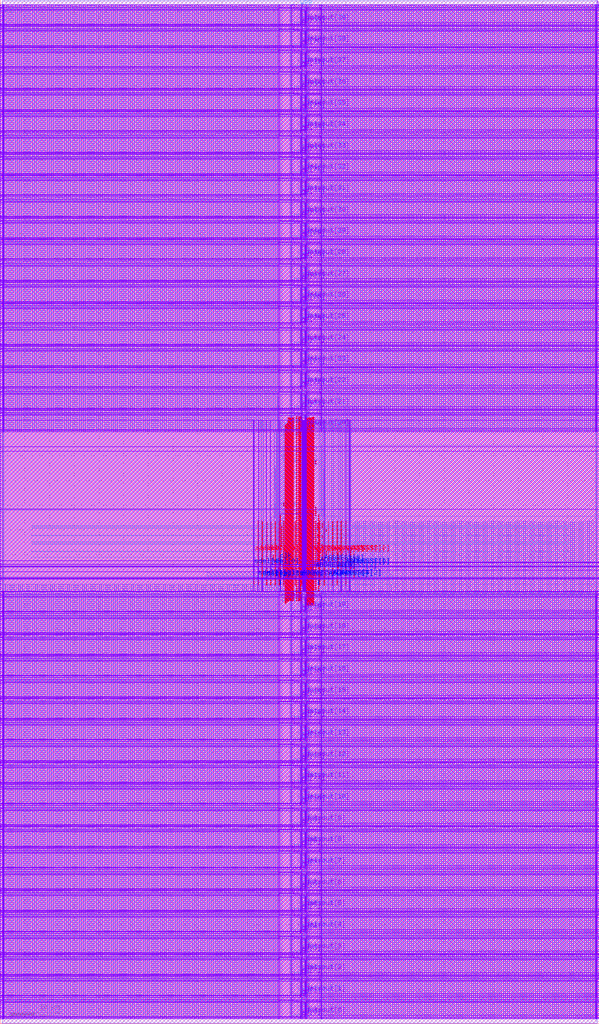
<source format=lef>
VERSION 5.8 ;
BUSBITCHARS "[]" ; 
DIVIDERCHAR "/" ; 


PROPERTYDEFINITIONS 
  MACRO CatenaDesignType STRING ; 
END PROPERTYDEFINITIONS 


MACRO srambank_256x4x40_6t122 
  CLASS BLOCK ; 
  ORIGIN 0 0 ; 
  FOREIGN srambank_256x4x40_6t122 0 0 ; 
  SIZE 121.392 BY 207.36 ; 
  SYMMETRY X Y ; 
  SITE coreSite ; 
  PIN VDD 
    DIRECTION INOUT ; 
    USE POWER ; 
    PORT 
      LAYER M4 ; 
        RECT 0.416 4.688 121.032 4.88 ; 
        RECT 0.416 9.008 121.032 9.2 ; 
        RECT 0.416 13.328 121.032 13.52 ; 
        RECT 0.416 17.648 121.032 17.84 ; 
        RECT 0.416 21.968 121.032 22.16 ; 
        RECT 0.416 26.288 121.032 26.48 ; 
        RECT 0.416 30.608 121.032 30.8 ; 
        RECT 0.416 34.928 121.032 35.12 ; 
        RECT 0.416 39.248 121.032 39.44 ; 
        RECT 0.416 43.568 121.032 43.76 ; 
        RECT 0.416 47.888 121.032 48.08 ; 
        RECT 0.416 52.208 121.032 52.4 ; 
        RECT 0.416 56.528 121.032 56.72 ; 
        RECT 0.416 60.848 121.032 61.04 ; 
        RECT 0.416 65.168 121.032 65.36 ; 
        RECT 0.416 69.488 121.032 69.68 ; 
        RECT 0.416 73.808 121.032 74 ; 
        RECT 0.416 78.128 121.032 78.32 ; 
        RECT 0.416 82.448 121.032 82.64 ; 
        RECT 0.416 86.768 121.032 86.96 ; 
        RECT 0.416 123.596 121.032 123.788 ; 
        RECT 0.416 127.916 121.032 128.108 ; 
        RECT 0.416 132.236 121.032 132.428 ; 
        RECT 0.416 136.556 121.032 136.748 ; 
        RECT 0.416 140.876 121.032 141.068 ; 
        RECT 0.416 145.196 121.032 145.388 ; 
        RECT 0.416 149.516 121.032 149.708 ; 
        RECT 0.416 153.836 121.032 154.028 ; 
        RECT 0.416 158.156 121.032 158.348 ; 
        RECT 0.416 162.476 121.032 162.668 ; 
        RECT 0.416 166.796 121.032 166.988 ; 
        RECT 0.416 171.116 121.032 171.308 ; 
        RECT 0.416 175.436 121.032 175.628 ; 
        RECT 0.416 179.756 121.032 179.948 ; 
        RECT 0.416 184.076 121.032 184.268 ; 
        RECT 0.416 188.396 121.032 188.588 ; 
        RECT 0.416 192.716 121.032 192.908 ; 
        RECT 0.416 197.036 121.032 197.228 ; 
        RECT 0.416 201.356 121.032 201.548 ; 
        RECT 0.416 205.676 121.032 205.868 ; 
      LAYER M3 ; 
        RECT 120.872 0.866 120.944 5.506 ; 
        RECT 64.784 0.868 64.856 5.504 ; 
        RECT 59.168 1.012 59.528 5.474 ; 
        RECT 56.576 0.868 56.648 5.504 ; 
        RECT 0.488 0.866 0.56 5.506 ; 
        RECT 120.872 5.186 120.944 9.826 ; 
        RECT 64.784 5.188 64.856 9.824 ; 
        RECT 59.168 5.332 59.528 9.794 ; 
        RECT 56.576 5.188 56.648 9.824 ; 
        RECT 0.488 5.186 0.56 9.826 ; 
        RECT 120.872 9.506 120.944 14.146 ; 
        RECT 64.784 9.508 64.856 14.144 ; 
        RECT 59.168 9.652 59.528 14.114 ; 
        RECT 56.576 9.508 56.648 14.144 ; 
        RECT 0.488 9.506 0.56 14.146 ; 
        RECT 120.872 13.826 120.944 18.466 ; 
        RECT 64.784 13.828 64.856 18.464 ; 
        RECT 59.168 13.972 59.528 18.434 ; 
        RECT 56.576 13.828 56.648 18.464 ; 
        RECT 0.488 13.826 0.56 18.466 ; 
        RECT 120.872 18.146 120.944 22.786 ; 
        RECT 64.784 18.148 64.856 22.784 ; 
        RECT 59.168 18.292 59.528 22.754 ; 
        RECT 56.576 18.148 56.648 22.784 ; 
        RECT 0.488 18.146 0.56 22.786 ; 
        RECT 120.872 22.466 120.944 27.106 ; 
        RECT 64.784 22.468 64.856 27.104 ; 
        RECT 59.168 22.612 59.528 27.074 ; 
        RECT 56.576 22.468 56.648 27.104 ; 
        RECT 0.488 22.466 0.56 27.106 ; 
        RECT 120.872 26.786 120.944 31.426 ; 
        RECT 64.784 26.788 64.856 31.424 ; 
        RECT 59.168 26.932 59.528 31.394 ; 
        RECT 56.576 26.788 56.648 31.424 ; 
        RECT 0.488 26.786 0.56 31.426 ; 
        RECT 120.872 31.106 120.944 35.746 ; 
        RECT 64.784 31.108 64.856 35.744 ; 
        RECT 59.168 31.252 59.528 35.714 ; 
        RECT 56.576 31.108 56.648 35.744 ; 
        RECT 0.488 31.106 0.56 35.746 ; 
        RECT 120.872 35.426 120.944 40.066 ; 
        RECT 64.784 35.428 64.856 40.064 ; 
        RECT 59.168 35.572 59.528 40.034 ; 
        RECT 56.576 35.428 56.648 40.064 ; 
        RECT 0.488 35.426 0.56 40.066 ; 
        RECT 120.872 39.746 120.944 44.386 ; 
        RECT 64.784 39.748 64.856 44.384 ; 
        RECT 59.168 39.892 59.528 44.354 ; 
        RECT 56.576 39.748 56.648 44.384 ; 
        RECT 0.488 39.746 0.56 44.386 ; 
        RECT 120.872 44.066 120.944 48.706 ; 
        RECT 64.784 44.068 64.856 48.704 ; 
        RECT 59.168 44.212 59.528 48.674 ; 
        RECT 56.576 44.068 56.648 48.704 ; 
        RECT 0.488 44.066 0.56 48.706 ; 
        RECT 120.872 48.386 120.944 53.026 ; 
        RECT 64.784 48.388 64.856 53.024 ; 
        RECT 59.168 48.532 59.528 52.994 ; 
        RECT 56.576 48.388 56.648 53.024 ; 
        RECT 0.488 48.386 0.56 53.026 ; 
        RECT 120.872 52.706 120.944 57.346 ; 
        RECT 64.784 52.708 64.856 57.344 ; 
        RECT 59.168 52.852 59.528 57.314 ; 
        RECT 56.576 52.708 56.648 57.344 ; 
        RECT 0.488 52.706 0.56 57.346 ; 
        RECT 120.872 57.026 120.944 61.666 ; 
        RECT 64.784 57.028 64.856 61.664 ; 
        RECT 59.168 57.172 59.528 61.634 ; 
        RECT 56.576 57.028 56.648 61.664 ; 
        RECT 0.488 57.026 0.56 61.666 ; 
        RECT 120.872 61.346 120.944 65.986 ; 
        RECT 64.784 61.348 64.856 65.984 ; 
        RECT 59.168 61.492 59.528 65.954 ; 
        RECT 56.576 61.348 56.648 65.984 ; 
        RECT 0.488 61.346 0.56 65.986 ; 
        RECT 120.872 65.666 120.944 70.306 ; 
        RECT 64.784 65.668 64.856 70.304 ; 
        RECT 59.168 65.812 59.528 70.274 ; 
        RECT 56.576 65.668 56.648 70.304 ; 
        RECT 0.488 65.666 0.56 70.306 ; 
        RECT 120.872 69.986 120.944 74.626 ; 
        RECT 64.784 69.988 64.856 74.624 ; 
        RECT 59.168 70.132 59.528 74.594 ; 
        RECT 56.576 69.988 56.648 74.624 ; 
        RECT 0.488 69.986 0.56 74.626 ; 
        RECT 120.872 74.306 120.944 78.946 ; 
        RECT 64.784 74.308 64.856 78.944 ; 
        RECT 59.168 74.452 59.528 78.914 ; 
        RECT 56.576 74.308 56.648 78.944 ; 
        RECT 0.488 74.306 0.56 78.946 ; 
        RECT 120.872 78.626 120.944 83.266 ; 
        RECT 64.784 78.628 64.856 83.264 ; 
        RECT 59.168 78.772 59.528 83.234 ; 
        RECT 56.576 78.628 56.648 83.264 ; 
        RECT 0.488 78.626 0.56 83.266 ; 
        RECT 120.872 82.946 120.944 87.586 ; 
        RECT 64.784 82.948 64.856 87.584 ; 
        RECT 59.168 83.092 59.528 87.554 ; 
        RECT 56.576 82.948 56.648 87.584 ; 
        RECT 0.488 82.946 0.56 87.586 ; 
        RECT 56.196 102.74 56.268 126.994 ; 
        RECT 120.872 119.774 120.944 124.414 ; 
        RECT 64.784 119.776 64.856 124.412 ; 
        RECT 59.168 119.92 59.528 124.382 ; 
        RECT 56.576 119.776 56.648 124.412 ; 
        RECT 0.488 119.774 0.56 124.414 ; 
        RECT 120.872 124.094 120.944 128.734 ; 
        RECT 64.784 124.096 64.856 128.732 ; 
        RECT 59.168 124.24 59.528 128.702 ; 
        RECT 56.576 124.096 56.648 128.732 ; 
        RECT 0.488 124.094 0.56 128.734 ; 
        RECT 120.872 128.414 120.944 133.054 ; 
        RECT 64.784 128.416 64.856 133.052 ; 
        RECT 59.168 128.56 59.528 133.022 ; 
        RECT 56.576 128.416 56.648 133.052 ; 
        RECT 0.488 128.414 0.56 133.054 ; 
        RECT 120.872 132.734 120.944 137.374 ; 
        RECT 64.784 132.736 64.856 137.372 ; 
        RECT 59.168 132.88 59.528 137.342 ; 
        RECT 56.576 132.736 56.648 137.372 ; 
        RECT 0.488 132.734 0.56 137.374 ; 
        RECT 120.872 137.054 120.944 141.694 ; 
        RECT 64.784 137.056 64.856 141.692 ; 
        RECT 59.168 137.2 59.528 141.662 ; 
        RECT 56.576 137.056 56.648 141.692 ; 
        RECT 0.488 137.054 0.56 141.694 ; 
        RECT 120.872 141.374 120.944 146.014 ; 
        RECT 64.784 141.376 64.856 146.012 ; 
        RECT 59.168 141.52 59.528 145.982 ; 
        RECT 56.576 141.376 56.648 146.012 ; 
        RECT 0.488 141.374 0.56 146.014 ; 
        RECT 120.872 145.694 120.944 150.334 ; 
        RECT 64.784 145.696 64.856 150.332 ; 
        RECT 59.168 145.84 59.528 150.302 ; 
        RECT 56.576 145.696 56.648 150.332 ; 
        RECT 0.488 145.694 0.56 150.334 ; 
        RECT 120.872 150.014 120.944 154.654 ; 
        RECT 64.784 150.016 64.856 154.652 ; 
        RECT 59.168 150.16 59.528 154.622 ; 
        RECT 56.576 150.016 56.648 154.652 ; 
        RECT 0.488 150.014 0.56 154.654 ; 
        RECT 120.872 154.334 120.944 158.974 ; 
        RECT 64.784 154.336 64.856 158.972 ; 
        RECT 59.168 154.48 59.528 158.942 ; 
        RECT 56.576 154.336 56.648 158.972 ; 
        RECT 0.488 154.334 0.56 158.974 ; 
        RECT 120.872 158.654 120.944 163.294 ; 
        RECT 64.784 158.656 64.856 163.292 ; 
        RECT 59.168 158.8 59.528 163.262 ; 
        RECT 56.576 158.656 56.648 163.292 ; 
        RECT 0.488 158.654 0.56 163.294 ; 
        RECT 120.872 162.974 120.944 167.614 ; 
        RECT 64.784 162.976 64.856 167.612 ; 
        RECT 59.168 163.12 59.528 167.582 ; 
        RECT 56.576 162.976 56.648 167.612 ; 
        RECT 0.488 162.974 0.56 167.614 ; 
        RECT 120.872 167.294 120.944 171.934 ; 
        RECT 64.784 167.296 64.856 171.932 ; 
        RECT 59.168 167.44 59.528 171.902 ; 
        RECT 56.576 167.296 56.648 171.932 ; 
        RECT 0.488 167.294 0.56 171.934 ; 
        RECT 120.872 171.614 120.944 176.254 ; 
        RECT 64.784 171.616 64.856 176.252 ; 
        RECT 59.168 171.76 59.528 176.222 ; 
        RECT 56.576 171.616 56.648 176.252 ; 
        RECT 0.488 171.614 0.56 176.254 ; 
        RECT 120.872 175.934 120.944 180.574 ; 
        RECT 64.784 175.936 64.856 180.572 ; 
        RECT 59.168 176.08 59.528 180.542 ; 
        RECT 56.576 175.936 56.648 180.572 ; 
        RECT 0.488 175.934 0.56 180.574 ; 
        RECT 120.872 180.254 120.944 184.894 ; 
        RECT 64.784 180.256 64.856 184.892 ; 
        RECT 59.168 180.4 59.528 184.862 ; 
        RECT 56.576 180.256 56.648 184.892 ; 
        RECT 0.488 180.254 0.56 184.894 ; 
        RECT 120.872 184.574 120.944 189.214 ; 
        RECT 64.784 184.576 64.856 189.212 ; 
        RECT 59.168 184.72 59.528 189.182 ; 
        RECT 56.576 184.576 56.648 189.212 ; 
        RECT 0.488 184.574 0.56 189.214 ; 
        RECT 120.872 188.894 120.944 193.534 ; 
        RECT 64.784 188.896 64.856 193.532 ; 
        RECT 59.168 189.04 59.528 193.502 ; 
        RECT 56.576 188.896 56.648 193.532 ; 
        RECT 0.488 188.894 0.56 193.534 ; 
        RECT 120.872 193.214 120.944 197.854 ; 
        RECT 64.784 193.216 64.856 197.852 ; 
        RECT 59.168 193.36 59.528 197.822 ; 
        RECT 56.576 193.216 56.648 197.852 ; 
        RECT 0.488 193.214 0.56 197.854 ; 
        RECT 120.872 197.534 120.944 202.174 ; 
        RECT 64.784 197.536 64.856 202.172 ; 
        RECT 59.168 197.68 59.528 202.142 ; 
        RECT 56.576 197.536 56.648 202.172 ; 
        RECT 0.488 197.534 0.56 202.174 ; 
        RECT 120.872 201.854 120.944 206.494 ; 
        RECT 64.784 201.856 64.856 206.492 ; 
        RECT 59.168 202 59.528 206.462 ; 
        RECT 56.576 201.856 56.648 206.492 ; 
        RECT 0.488 201.854 0.56 206.494 ; 
      LAYER V3 ; 
        RECT 0.488 4.688 0.56 4.88 ; 
        RECT 56.576 4.688 56.648 4.88 ; 
        RECT 59.168 4.688 59.528 4.88 ; 
        RECT 64.784 4.688 64.856 4.88 ; 
        RECT 120.872 4.688 120.944 4.88 ; 
        RECT 0.488 9.008 0.56 9.2 ; 
        RECT 56.576 9.008 56.648 9.2 ; 
        RECT 59.168 9.008 59.528 9.2 ; 
        RECT 64.784 9.008 64.856 9.2 ; 
        RECT 120.872 9.008 120.944 9.2 ; 
        RECT 0.488 13.328 0.56 13.52 ; 
        RECT 56.576 13.328 56.648 13.52 ; 
        RECT 59.168 13.328 59.528 13.52 ; 
        RECT 64.784 13.328 64.856 13.52 ; 
        RECT 120.872 13.328 120.944 13.52 ; 
        RECT 0.488 17.648 0.56 17.84 ; 
        RECT 56.576 17.648 56.648 17.84 ; 
        RECT 59.168 17.648 59.528 17.84 ; 
        RECT 64.784 17.648 64.856 17.84 ; 
        RECT 120.872 17.648 120.944 17.84 ; 
        RECT 0.488 21.968 0.56 22.16 ; 
        RECT 56.576 21.968 56.648 22.16 ; 
        RECT 59.168 21.968 59.528 22.16 ; 
        RECT 64.784 21.968 64.856 22.16 ; 
        RECT 120.872 21.968 120.944 22.16 ; 
        RECT 0.488 26.288 0.56 26.48 ; 
        RECT 56.576 26.288 56.648 26.48 ; 
        RECT 59.168 26.288 59.528 26.48 ; 
        RECT 64.784 26.288 64.856 26.48 ; 
        RECT 120.872 26.288 120.944 26.48 ; 
        RECT 0.488 30.608 0.56 30.8 ; 
        RECT 56.576 30.608 56.648 30.8 ; 
        RECT 59.168 30.608 59.528 30.8 ; 
        RECT 64.784 30.608 64.856 30.8 ; 
        RECT 120.872 30.608 120.944 30.8 ; 
        RECT 0.488 34.928 0.56 35.12 ; 
        RECT 56.576 34.928 56.648 35.12 ; 
        RECT 59.168 34.928 59.528 35.12 ; 
        RECT 64.784 34.928 64.856 35.12 ; 
        RECT 120.872 34.928 120.944 35.12 ; 
        RECT 0.488 39.248 0.56 39.44 ; 
        RECT 56.576 39.248 56.648 39.44 ; 
        RECT 59.168 39.248 59.528 39.44 ; 
        RECT 64.784 39.248 64.856 39.44 ; 
        RECT 120.872 39.248 120.944 39.44 ; 
        RECT 0.488 43.568 0.56 43.76 ; 
        RECT 56.576 43.568 56.648 43.76 ; 
        RECT 59.168 43.568 59.528 43.76 ; 
        RECT 64.784 43.568 64.856 43.76 ; 
        RECT 120.872 43.568 120.944 43.76 ; 
        RECT 0.488 47.888 0.56 48.08 ; 
        RECT 56.576 47.888 56.648 48.08 ; 
        RECT 59.168 47.888 59.528 48.08 ; 
        RECT 64.784 47.888 64.856 48.08 ; 
        RECT 120.872 47.888 120.944 48.08 ; 
        RECT 0.488 52.208 0.56 52.4 ; 
        RECT 56.576 52.208 56.648 52.4 ; 
        RECT 59.168 52.208 59.528 52.4 ; 
        RECT 64.784 52.208 64.856 52.4 ; 
        RECT 120.872 52.208 120.944 52.4 ; 
        RECT 0.488 56.528 0.56 56.72 ; 
        RECT 56.576 56.528 56.648 56.72 ; 
        RECT 59.168 56.528 59.528 56.72 ; 
        RECT 64.784 56.528 64.856 56.72 ; 
        RECT 120.872 56.528 120.944 56.72 ; 
        RECT 0.488 60.848 0.56 61.04 ; 
        RECT 56.576 60.848 56.648 61.04 ; 
        RECT 59.168 60.848 59.528 61.04 ; 
        RECT 64.784 60.848 64.856 61.04 ; 
        RECT 120.872 60.848 120.944 61.04 ; 
        RECT 0.488 65.168 0.56 65.36 ; 
        RECT 56.576 65.168 56.648 65.36 ; 
        RECT 59.168 65.168 59.528 65.36 ; 
        RECT 64.784 65.168 64.856 65.36 ; 
        RECT 120.872 65.168 120.944 65.36 ; 
        RECT 0.488 69.488 0.56 69.68 ; 
        RECT 56.576 69.488 56.648 69.68 ; 
        RECT 59.168 69.488 59.528 69.68 ; 
        RECT 64.784 69.488 64.856 69.68 ; 
        RECT 120.872 69.488 120.944 69.68 ; 
        RECT 0.488 73.808 0.56 74 ; 
        RECT 56.576 73.808 56.648 74 ; 
        RECT 59.168 73.808 59.528 74 ; 
        RECT 64.784 73.808 64.856 74 ; 
        RECT 120.872 73.808 120.944 74 ; 
        RECT 0.488 78.128 0.56 78.32 ; 
        RECT 56.576 78.128 56.648 78.32 ; 
        RECT 59.168 78.128 59.528 78.32 ; 
        RECT 64.784 78.128 64.856 78.32 ; 
        RECT 120.872 78.128 120.944 78.32 ; 
        RECT 0.488 82.448 0.56 82.64 ; 
        RECT 56.576 82.448 56.648 82.64 ; 
        RECT 59.168 82.448 59.528 82.64 ; 
        RECT 64.784 82.448 64.856 82.64 ; 
        RECT 120.872 82.448 120.944 82.64 ; 
        RECT 0.488 86.768 0.56 86.96 ; 
        RECT 56.576 86.768 56.648 86.96 ; 
        RECT 59.168 86.768 59.528 86.96 ; 
        RECT 64.784 86.768 64.856 86.96 ; 
        RECT 120.872 86.768 120.944 86.96 ; 
        RECT 0.488 123.596 0.56 123.788 ; 
        RECT 56.576 123.596 56.648 123.788 ; 
        RECT 59.168 123.596 59.528 123.788 ; 
        RECT 64.784 123.596 64.856 123.788 ; 
        RECT 120.872 123.596 120.944 123.788 ; 
        RECT 0.488 127.916 0.56 128.108 ; 
        RECT 56.576 127.916 56.648 128.108 ; 
        RECT 59.168 127.916 59.528 128.108 ; 
        RECT 64.784 127.916 64.856 128.108 ; 
        RECT 120.872 127.916 120.944 128.108 ; 
        RECT 0.488 132.236 0.56 132.428 ; 
        RECT 56.576 132.236 56.648 132.428 ; 
        RECT 59.168 132.236 59.528 132.428 ; 
        RECT 64.784 132.236 64.856 132.428 ; 
        RECT 120.872 132.236 120.944 132.428 ; 
        RECT 0.488 136.556 0.56 136.748 ; 
        RECT 56.576 136.556 56.648 136.748 ; 
        RECT 59.168 136.556 59.528 136.748 ; 
        RECT 64.784 136.556 64.856 136.748 ; 
        RECT 120.872 136.556 120.944 136.748 ; 
        RECT 0.488 140.876 0.56 141.068 ; 
        RECT 56.576 140.876 56.648 141.068 ; 
        RECT 59.168 140.876 59.528 141.068 ; 
        RECT 64.784 140.876 64.856 141.068 ; 
        RECT 120.872 140.876 120.944 141.068 ; 
        RECT 0.488 145.196 0.56 145.388 ; 
        RECT 56.576 145.196 56.648 145.388 ; 
        RECT 59.168 145.196 59.528 145.388 ; 
        RECT 64.784 145.196 64.856 145.388 ; 
        RECT 120.872 145.196 120.944 145.388 ; 
        RECT 0.488 149.516 0.56 149.708 ; 
        RECT 56.576 149.516 56.648 149.708 ; 
        RECT 59.168 149.516 59.528 149.708 ; 
        RECT 64.784 149.516 64.856 149.708 ; 
        RECT 120.872 149.516 120.944 149.708 ; 
        RECT 0.488 153.836 0.56 154.028 ; 
        RECT 56.576 153.836 56.648 154.028 ; 
        RECT 59.168 153.836 59.528 154.028 ; 
        RECT 64.784 153.836 64.856 154.028 ; 
        RECT 120.872 153.836 120.944 154.028 ; 
        RECT 0.488 158.156 0.56 158.348 ; 
        RECT 56.576 158.156 56.648 158.348 ; 
        RECT 59.168 158.156 59.528 158.348 ; 
        RECT 64.784 158.156 64.856 158.348 ; 
        RECT 120.872 158.156 120.944 158.348 ; 
        RECT 0.488 162.476 0.56 162.668 ; 
        RECT 56.576 162.476 56.648 162.668 ; 
        RECT 59.168 162.476 59.528 162.668 ; 
        RECT 64.784 162.476 64.856 162.668 ; 
        RECT 120.872 162.476 120.944 162.668 ; 
        RECT 0.488 166.796 0.56 166.988 ; 
        RECT 56.576 166.796 56.648 166.988 ; 
        RECT 59.168 166.796 59.528 166.988 ; 
        RECT 64.784 166.796 64.856 166.988 ; 
        RECT 120.872 166.796 120.944 166.988 ; 
        RECT 0.488 171.116 0.56 171.308 ; 
        RECT 56.576 171.116 56.648 171.308 ; 
        RECT 59.168 171.116 59.528 171.308 ; 
        RECT 64.784 171.116 64.856 171.308 ; 
        RECT 120.872 171.116 120.944 171.308 ; 
        RECT 0.488 175.436 0.56 175.628 ; 
        RECT 56.576 175.436 56.648 175.628 ; 
        RECT 59.168 175.436 59.528 175.628 ; 
        RECT 64.784 175.436 64.856 175.628 ; 
        RECT 120.872 175.436 120.944 175.628 ; 
        RECT 0.488 179.756 0.56 179.948 ; 
        RECT 56.576 179.756 56.648 179.948 ; 
        RECT 59.168 179.756 59.528 179.948 ; 
        RECT 64.784 179.756 64.856 179.948 ; 
        RECT 120.872 179.756 120.944 179.948 ; 
        RECT 0.488 184.076 0.56 184.268 ; 
        RECT 56.576 184.076 56.648 184.268 ; 
        RECT 59.168 184.076 59.528 184.268 ; 
        RECT 64.784 184.076 64.856 184.268 ; 
        RECT 120.872 184.076 120.944 184.268 ; 
        RECT 0.488 188.396 0.56 188.588 ; 
        RECT 56.576 188.396 56.648 188.588 ; 
        RECT 59.168 188.396 59.528 188.588 ; 
        RECT 64.784 188.396 64.856 188.588 ; 
        RECT 120.872 188.396 120.944 188.588 ; 
        RECT 0.488 192.716 0.56 192.908 ; 
        RECT 56.576 192.716 56.648 192.908 ; 
        RECT 59.168 192.716 59.528 192.908 ; 
        RECT 64.784 192.716 64.856 192.908 ; 
        RECT 120.872 192.716 120.944 192.908 ; 
        RECT 0.488 197.036 0.56 197.228 ; 
        RECT 56.576 197.036 56.648 197.228 ; 
        RECT 59.168 197.036 59.528 197.228 ; 
        RECT 64.784 197.036 64.856 197.228 ; 
        RECT 120.872 197.036 120.944 197.228 ; 
        RECT 0.488 201.356 0.56 201.548 ; 
        RECT 56.576 201.356 56.648 201.548 ; 
        RECT 59.168 201.356 59.528 201.548 ; 
        RECT 64.784 201.356 64.856 201.548 ; 
        RECT 120.872 201.356 120.944 201.548 ; 
        RECT 0.488 205.676 0.56 205.868 ; 
        RECT 56.576 205.676 56.648 205.868 ; 
        RECT 59.168 205.676 59.528 205.868 ; 
        RECT 64.784 205.676 64.856 205.868 ; 
        RECT 120.872 205.676 120.944 205.868 ; 
    END 
  END VDD 
  PIN VSS 
    DIRECTION INOUT ; 
    USE POWER ; 
    PORT 
      LAYER M4 ; 
        RECT 0.416 4.304 121.032 4.496 ; 
        RECT 0.416 8.624 121.032 8.816 ; 
        RECT 0.416 12.944 121.032 13.136 ; 
        RECT 0.416 17.264 121.032 17.456 ; 
        RECT 0.416 21.584 121.032 21.776 ; 
        RECT 0.416 25.904 121.032 26.096 ; 
        RECT 0.416 30.224 121.032 30.416 ; 
        RECT 0.416 34.544 121.032 34.736 ; 
        RECT 0.416 38.864 121.032 39.056 ; 
        RECT 0.416 43.184 121.032 43.376 ; 
        RECT 0.416 47.504 121.032 47.696 ; 
        RECT 0.416 51.824 121.032 52.016 ; 
        RECT 0.416 56.144 121.032 56.336 ; 
        RECT 0.416 60.464 121.032 60.656 ; 
        RECT 0.416 64.784 121.032 64.976 ; 
        RECT 0.416 69.104 121.032 69.296 ; 
        RECT 0.416 73.424 121.032 73.616 ; 
        RECT 0.416 77.744 121.032 77.936 ; 
        RECT 0.416 82.064 121.032 82.256 ; 
        RECT 0.416 86.384 121.032 86.576 ; 
        RECT 41.904 90.646 79.488 91.51 ; 
        RECT 57.24 103.318 64.152 104.182 ; 
        RECT 57.24 115.99 64.152 116.854 ; 
        RECT 0.416 123.212 121.032 123.404 ; 
        RECT 0.416 127.532 121.032 127.724 ; 
        RECT 0.416 131.852 121.032 132.044 ; 
        RECT 0.416 136.172 121.032 136.364 ; 
        RECT 0.416 140.492 121.032 140.684 ; 
        RECT 0.416 144.812 121.032 145.004 ; 
        RECT 0.416 149.132 121.032 149.324 ; 
        RECT 0.416 153.452 121.032 153.644 ; 
        RECT 0.416 157.772 121.032 157.964 ; 
        RECT 0.416 162.092 121.032 162.284 ; 
        RECT 0.416 166.412 121.032 166.604 ; 
        RECT 0.416 170.732 121.032 170.924 ; 
        RECT 0.416 175.052 121.032 175.244 ; 
        RECT 0.416 179.372 121.032 179.564 ; 
        RECT 0.416 183.692 121.032 183.884 ; 
        RECT 0.416 188.012 121.032 188.204 ; 
        RECT 0.416 192.332 121.032 192.524 ; 
        RECT 0.416 196.652 121.032 196.844 ; 
        RECT 0.416 200.972 121.032 201.164 ; 
        RECT 0.416 205.292 121.032 205.484 ; 
      LAYER M3 ; 
        RECT 120.728 0.866 120.8 5.506 ; 
        RECT 65 0.866 65.072 5.506 ; 
        RECT 61.94 1.012 62.084 5.47 ; 
        RECT 61.04 1.012 61.148 5.47 ; 
        RECT 56.36 0.866 56.432 5.506 ; 
        RECT 0.632 0.866 0.704 5.506 ; 
        RECT 120.728 5.186 120.8 9.826 ; 
        RECT 65 5.186 65.072 9.826 ; 
        RECT 61.94 5.332 62.084 9.79 ; 
        RECT 61.04 5.332 61.148 9.79 ; 
        RECT 56.36 5.186 56.432 9.826 ; 
        RECT 0.632 5.186 0.704 9.826 ; 
        RECT 120.728 9.506 120.8 14.146 ; 
        RECT 65 9.506 65.072 14.146 ; 
        RECT 61.94 9.652 62.084 14.11 ; 
        RECT 61.04 9.652 61.148 14.11 ; 
        RECT 56.36 9.506 56.432 14.146 ; 
        RECT 0.632 9.506 0.704 14.146 ; 
        RECT 120.728 13.826 120.8 18.466 ; 
        RECT 65 13.826 65.072 18.466 ; 
        RECT 61.94 13.972 62.084 18.43 ; 
        RECT 61.04 13.972 61.148 18.43 ; 
        RECT 56.36 13.826 56.432 18.466 ; 
        RECT 0.632 13.826 0.704 18.466 ; 
        RECT 120.728 18.146 120.8 22.786 ; 
        RECT 65 18.146 65.072 22.786 ; 
        RECT 61.94 18.292 62.084 22.75 ; 
        RECT 61.04 18.292 61.148 22.75 ; 
        RECT 56.36 18.146 56.432 22.786 ; 
        RECT 0.632 18.146 0.704 22.786 ; 
        RECT 120.728 22.466 120.8 27.106 ; 
        RECT 65 22.466 65.072 27.106 ; 
        RECT 61.94 22.612 62.084 27.07 ; 
        RECT 61.04 22.612 61.148 27.07 ; 
        RECT 56.36 22.466 56.432 27.106 ; 
        RECT 0.632 22.466 0.704 27.106 ; 
        RECT 120.728 26.786 120.8 31.426 ; 
        RECT 65 26.786 65.072 31.426 ; 
        RECT 61.94 26.932 62.084 31.39 ; 
        RECT 61.04 26.932 61.148 31.39 ; 
        RECT 56.36 26.786 56.432 31.426 ; 
        RECT 0.632 26.786 0.704 31.426 ; 
        RECT 120.728 31.106 120.8 35.746 ; 
        RECT 65 31.106 65.072 35.746 ; 
        RECT 61.94 31.252 62.084 35.71 ; 
        RECT 61.04 31.252 61.148 35.71 ; 
        RECT 56.36 31.106 56.432 35.746 ; 
        RECT 0.632 31.106 0.704 35.746 ; 
        RECT 120.728 35.426 120.8 40.066 ; 
        RECT 65 35.426 65.072 40.066 ; 
        RECT 61.94 35.572 62.084 40.03 ; 
        RECT 61.04 35.572 61.148 40.03 ; 
        RECT 56.36 35.426 56.432 40.066 ; 
        RECT 0.632 35.426 0.704 40.066 ; 
        RECT 120.728 39.746 120.8 44.386 ; 
        RECT 65 39.746 65.072 44.386 ; 
        RECT 61.94 39.892 62.084 44.35 ; 
        RECT 61.04 39.892 61.148 44.35 ; 
        RECT 56.36 39.746 56.432 44.386 ; 
        RECT 0.632 39.746 0.704 44.386 ; 
        RECT 120.728 44.066 120.8 48.706 ; 
        RECT 65 44.066 65.072 48.706 ; 
        RECT 61.94 44.212 62.084 48.67 ; 
        RECT 61.04 44.212 61.148 48.67 ; 
        RECT 56.36 44.066 56.432 48.706 ; 
        RECT 0.632 44.066 0.704 48.706 ; 
        RECT 120.728 48.386 120.8 53.026 ; 
        RECT 65 48.386 65.072 53.026 ; 
        RECT 61.94 48.532 62.084 52.99 ; 
        RECT 61.04 48.532 61.148 52.99 ; 
        RECT 56.36 48.386 56.432 53.026 ; 
        RECT 0.632 48.386 0.704 53.026 ; 
        RECT 120.728 52.706 120.8 57.346 ; 
        RECT 65 52.706 65.072 57.346 ; 
        RECT 61.94 52.852 62.084 57.31 ; 
        RECT 61.04 52.852 61.148 57.31 ; 
        RECT 56.36 52.706 56.432 57.346 ; 
        RECT 0.632 52.706 0.704 57.346 ; 
        RECT 120.728 57.026 120.8 61.666 ; 
        RECT 65 57.026 65.072 61.666 ; 
        RECT 61.94 57.172 62.084 61.63 ; 
        RECT 61.04 57.172 61.148 61.63 ; 
        RECT 56.36 57.026 56.432 61.666 ; 
        RECT 0.632 57.026 0.704 61.666 ; 
        RECT 120.728 61.346 120.8 65.986 ; 
        RECT 65 61.346 65.072 65.986 ; 
        RECT 61.94 61.492 62.084 65.95 ; 
        RECT 61.04 61.492 61.148 65.95 ; 
        RECT 56.36 61.346 56.432 65.986 ; 
        RECT 0.632 61.346 0.704 65.986 ; 
        RECT 120.728 65.666 120.8 70.306 ; 
        RECT 65 65.666 65.072 70.306 ; 
        RECT 61.94 65.812 62.084 70.27 ; 
        RECT 61.04 65.812 61.148 70.27 ; 
        RECT 56.36 65.666 56.432 70.306 ; 
        RECT 0.632 65.666 0.704 70.306 ; 
        RECT 120.728 69.986 120.8 74.626 ; 
        RECT 65 69.986 65.072 74.626 ; 
        RECT 61.94 70.132 62.084 74.59 ; 
        RECT 61.04 70.132 61.148 74.59 ; 
        RECT 56.36 69.986 56.432 74.626 ; 
        RECT 0.632 69.986 0.704 74.626 ; 
        RECT 120.728 74.306 120.8 78.946 ; 
        RECT 65 74.306 65.072 78.946 ; 
        RECT 61.94 74.452 62.084 78.91 ; 
        RECT 61.04 74.452 61.148 78.91 ; 
        RECT 56.36 74.306 56.432 78.946 ; 
        RECT 0.632 74.306 0.704 78.946 ; 
        RECT 120.728 78.626 120.8 83.266 ; 
        RECT 65 78.626 65.072 83.266 ; 
        RECT 61.94 78.772 62.084 83.23 ; 
        RECT 61.04 78.772 61.148 83.23 ; 
        RECT 56.36 78.626 56.432 83.266 ; 
        RECT 0.632 78.626 0.704 83.266 ; 
        RECT 120.728 82.946 120.8 87.586 ; 
        RECT 65 82.946 65.072 87.586 ; 
        RECT 61.94 83.092 62.084 87.55 ; 
        RECT 61.04 83.092 61.148 87.55 ; 
        RECT 56.36 82.946 56.432 87.586 ; 
        RECT 0.632 82.946 0.704 87.586 ; 
        RECT 64.98 87.468 65.052 120.296 ; 
        RECT 61.164 88.362 62.1 119.094 ; 
        RECT 56.34 87.468 56.412 126.994 ; 
        RECT 120.728 119.774 120.8 124.414 ; 
        RECT 65 119.774 65.072 124.414 ; 
        RECT 61.94 119.92 62.084 124.378 ; 
        RECT 61.04 119.92 61.148 124.378 ; 
        RECT 56.36 119.774 56.432 124.414 ; 
        RECT 0.632 119.774 0.704 124.414 ; 
        RECT 120.728 124.094 120.8 128.734 ; 
        RECT 65 124.094 65.072 128.734 ; 
        RECT 61.94 124.24 62.084 128.698 ; 
        RECT 61.04 124.24 61.148 128.698 ; 
        RECT 56.36 124.094 56.432 128.734 ; 
        RECT 0.632 124.094 0.704 128.734 ; 
        RECT 120.728 128.414 120.8 133.054 ; 
        RECT 65 128.414 65.072 133.054 ; 
        RECT 61.94 128.56 62.084 133.018 ; 
        RECT 61.04 128.56 61.148 133.018 ; 
        RECT 56.36 128.414 56.432 133.054 ; 
        RECT 0.632 128.414 0.704 133.054 ; 
        RECT 120.728 132.734 120.8 137.374 ; 
        RECT 65 132.734 65.072 137.374 ; 
        RECT 61.94 132.88 62.084 137.338 ; 
        RECT 61.04 132.88 61.148 137.338 ; 
        RECT 56.36 132.734 56.432 137.374 ; 
        RECT 0.632 132.734 0.704 137.374 ; 
        RECT 120.728 137.054 120.8 141.694 ; 
        RECT 65 137.054 65.072 141.694 ; 
        RECT 61.94 137.2 62.084 141.658 ; 
        RECT 61.04 137.2 61.148 141.658 ; 
        RECT 56.36 137.054 56.432 141.694 ; 
        RECT 0.632 137.054 0.704 141.694 ; 
        RECT 120.728 141.374 120.8 146.014 ; 
        RECT 65 141.374 65.072 146.014 ; 
        RECT 61.94 141.52 62.084 145.978 ; 
        RECT 61.04 141.52 61.148 145.978 ; 
        RECT 56.36 141.374 56.432 146.014 ; 
        RECT 0.632 141.374 0.704 146.014 ; 
        RECT 120.728 145.694 120.8 150.334 ; 
        RECT 65 145.694 65.072 150.334 ; 
        RECT 61.94 145.84 62.084 150.298 ; 
        RECT 61.04 145.84 61.148 150.298 ; 
        RECT 56.36 145.694 56.432 150.334 ; 
        RECT 0.632 145.694 0.704 150.334 ; 
        RECT 120.728 150.014 120.8 154.654 ; 
        RECT 65 150.014 65.072 154.654 ; 
        RECT 61.94 150.16 62.084 154.618 ; 
        RECT 61.04 150.16 61.148 154.618 ; 
        RECT 56.36 150.014 56.432 154.654 ; 
        RECT 0.632 150.014 0.704 154.654 ; 
        RECT 120.728 154.334 120.8 158.974 ; 
        RECT 65 154.334 65.072 158.974 ; 
        RECT 61.94 154.48 62.084 158.938 ; 
        RECT 61.04 154.48 61.148 158.938 ; 
        RECT 56.36 154.334 56.432 158.974 ; 
        RECT 0.632 154.334 0.704 158.974 ; 
        RECT 120.728 158.654 120.8 163.294 ; 
        RECT 65 158.654 65.072 163.294 ; 
        RECT 61.94 158.8 62.084 163.258 ; 
        RECT 61.04 158.8 61.148 163.258 ; 
        RECT 56.36 158.654 56.432 163.294 ; 
        RECT 0.632 158.654 0.704 163.294 ; 
        RECT 120.728 162.974 120.8 167.614 ; 
        RECT 65 162.974 65.072 167.614 ; 
        RECT 61.94 163.12 62.084 167.578 ; 
        RECT 61.04 163.12 61.148 167.578 ; 
        RECT 56.36 162.974 56.432 167.614 ; 
        RECT 0.632 162.974 0.704 167.614 ; 
        RECT 120.728 167.294 120.8 171.934 ; 
        RECT 65 167.294 65.072 171.934 ; 
        RECT 61.94 167.44 62.084 171.898 ; 
        RECT 61.04 167.44 61.148 171.898 ; 
        RECT 56.36 167.294 56.432 171.934 ; 
        RECT 0.632 167.294 0.704 171.934 ; 
        RECT 120.728 171.614 120.8 176.254 ; 
        RECT 65 171.614 65.072 176.254 ; 
        RECT 61.94 171.76 62.084 176.218 ; 
        RECT 61.04 171.76 61.148 176.218 ; 
        RECT 56.36 171.614 56.432 176.254 ; 
        RECT 0.632 171.614 0.704 176.254 ; 
        RECT 120.728 175.934 120.8 180.574 ; 
        RECT 65 175.934 65.072 180.574 ; 
        RECT 61.94 176.08 62.084 180.538 ; 
        RECT 61.04 176.08 61.148 180.538 ; 
        RECT 56.36 175.934 56.432 180.574 ; 
        RECT 0.632 175.934 0.704 180.574 ; 
        RECT 120.728 180.254 120.8 184.894 ; 
        RECT 65 180.254 65.072 184.894 ; 
        RECT 61.94 180.4 62.084 184.858 ; 
        RECT 61.04 180.4 61.148 184.858 ; 
        RECT 56.36 180.254 56.432 184.894 ; 
        RECT 0.632 180.254 0.704 184.894 ; 
        RECT 120.728 184.574 120.8 189.214 ; 
        RECT 65 184.574 65.072 189.214 ; 
        RECT 61.94 184.72 62.084 189.178 ; 
        RECT 61.04 184.72 61.148 189.178 ; 
        RECT 56.36 184.574 56.432 189.214 ; 
        RECT 0.632 184.574 0.704 189.214 ; 
        RECT 120.728 188.894 120.8 193.534 ; 
        RECT 65 188.894 65.072 193.534 ; 
        RECT 61.94 189.04 62.084 193.498 ; 
        RECT 61.04 189.04 61.148 193.498 ; 
        RECT 56.36 188.894 56.432 193.534 ; 
        RECT 0.632 188.894 0.704 193.534 ; 
        RECT 120.728 193.214 120.8 197.854 ; 
        RECT 65 193.214 65.072 197.854 ; 
        RECT 61.94 193.36 62.084 197.818 ; 
        RECT 61.04 193.36 61.148 197.818 ; 
        RECT 56.36 193.214 56.432 197.854 ; 
        RECT 0.632 193.214 0.704 197.854 ; 
        RECT 120.728 197.534 120.8 202.174 ; 
        RECT 65 197.534 65.072 202.174 ; 
        RECT 61.94 197.68 62.084 202.138 ; 
        RECT 61.04 197.68 61.148 202.138 ; 
        RECT 56.36 197.534 56.432 202.174 ; 
        RECT 0.632 197.534 0.704 202.174 ; 
        RECT 120.728 201.854 120.8 206.494 ; 
        RECT 65 201.854 65.072 206.494 ; 
        RECT 61.94 202 62.084 206.458 ; 
        RECT 61.04 202 61.148 206.458 ; 
        RECT 56.36 201.854 56.432 206.494 ; 
        RECT 0.632 201.854 0.704 206.494 ; 
      LAYER V3 ; 
        RECT 0.632 4.304 0.704 4.496 ; 
        RECT 56.36 4.304 56.432 4.496 ; 
        RECT 61.04 4.304 61.148 4.496 ; 
        RECT 61.94 4.304 62.084 4.496 ; 
        RECT 65 4.304 65.072 4.496 ; 
        RECT 120.728 4.304 120.8 4.496 ; 
        RECT 0.632 8.624 0.704 8.816 ; 
        RECT 56.36 8.624 56.432 8.816 ; 
        RECT 61.04 8.624 61.148 8.816 ; 
        RECT 61.94 8.624 62.084 8.816 ; 
        RECT 65 8.624 65.072 8.816 ; 
        RECT 120.728 8.624 120.8 8.816 ; 
        RECT 0.632 12.944 0.704 13.136 ; 
        RECT 56.36 12.944 56.432 13.136 ; 
        RECT 61.04 12.944 61.148 13.136 ; 
        RECT 61.94 12.944 62.084 13.136 ; 
        RECT 65 12.944 65.072 13.136 ; 
        RECT 120.728 12.944 120.8 13.136 ; 
        RECT 0.632 17.264 0.704 17.456 ; 
        RECT 56.36 17.264 56.432 17.456 ; 
        RECT 61.04 17.264 61.148 17.456 ; 
        RECT 61.94 17.264 62.084 17.456 ; 
        RECT 65 17.264 65.072 17.456 ; 
        RECT 120.728 17.264 120.8 17.456 ; 
        RECT 0.632 21.584 0.704 21.776 ; 
        RECT 56.36 21.584 56.432 21.776 ; 
        RECT 61.04 21.584 61.148 21.776 ; 
        RECT 61.94 21.584 62.084 21.776 ; 
        RECT 65 21.584 65.072 21.776 ; 
        RECT 120.728 21.584 120.8 21.776 ; 
        RECT 0.632 25.904 0.704 26.096 ; 
        RECT 56.36 25.904 56.432 26.096 ; 
        RECT 61.04 25.904 61.148 26.096 ; 
        RECT 61.94 25.904 62.084 26.096 ; 
        RECT 65 25.904 65.072 26.096 ; 
        RECT 120.728 25.904 120.8 26.096 ; 
        RECT 0.632 30.224 0.704 30.416 ; 
        RECT 56.36 30.224 56.432 30.416 ; 
        RECT 61.04 30.224 61.148 30.416 ; 
        RECT 61.94 30.224 62.084 30.416 ; 
        RECT 65 30.224 65.072 30.416 ; 
        RECT 120.728 30.224 120.8 30.416 ; 
        RECT 0.632 34.544 0.704 34.736 ; 
        RECT 56.36 34.544 56.432 34.736 ; 
        RECT 61.04 34.544 61.148 34.736 ; 
        RECT 61.94 34.544 62.084 34.736 ; 
        RECT 65 34.544 65.072 34.736 ; 
        RECT 120.728 34.544 120.8 34.736 ; 
        RECT 0.632 38.864 0.704 39.056 ; 
        RECT 56.36 38.864 56.432 39.056 ; 
        RECT 61.04 38.864 61.148 39.056 ; 
        RECT 61.94 38.864 62.084 39.056 ; 
        RECT 65 38.864 65.072 39.056 ; 
        RECT 120.728 38.864 120.8 39.056 ; 
        RECT 0.632 43.184 0.704 43.376 ; 
        RECT 56.36 43.184 56.432 43.376 ; 
        RECT 61.04 43.184 61.148 43.376 ; 
        RECT 61.94 43.184 62.084 43.376 ; 
        RECT 65 43.184 65.072 43.376 ; 
        RECT 120.728 43.184 120.8 43.376 ; 
        RECT 0.632 47.504 0.704 47.696 ; 
        RECT 56.36 47.504 56.432 47.696 ; 
        RECT 61.04 47.504 61.148 47.696 ; 
        RECT 61.94 47.504 62.084 47.696 ; 
        RECT 65 47.504 65.072 47.696 ; 
        RECT 120.728 47.504 120.8 47.696 ; 
        RECT 0.632 51.824 0.704 52.016 ; 
        RECT 56.36 51.824 56.432 52.016 ; 
        RECT 61.04 51.824 61.148 52.016 ; 
        RECT 61.94 51.824 62.084 52.016 ; 
        RECT 65 51.824 65.072 52.016 ; 
        RECT 120.728 51.824 120.8 52.016 ; 
        RECT 0.632 56.144 0.704 56.336 ; 
        RECT 56.36 56.144 56.432 56.336 ; 
        RECT 61.04 56.144 61.148 56.336 ; 
        RECT 61.94 56.144 62.084 56.336 ; 
        RECT 65 56.144 65.072 56.336 ; 
        RECT 120.728 56.144 120.8 56.336 ; 
        RECT 0.632 60.464 0.704 60.656 ; 
        RECT 56.36 60.464 56.432 60.656 ; 
        RECT 61.04 60.464 61.148 60.656 ; 
        RECT 61.94 60.464 62.084 60.656 ; 
        RECT 65 60.464 65.072 60.656 ; 
        RECT 120.728 60.464 120.8 60.656 ; 
        RECT 0.632 64.784 0.704 64.976 ; 
        RECT 56.36 64.784 56.432 64.976 ; 
        RECT 61.04 64.784 61.148 64.976 ; 
        RECT 61.94 64.784 62.084 64.976 ; 
        RECT 65 64.784 65.072 64.976 ; 
        RECT 120.728 64.784 120.8 64.976 ; 
        RECT 0.632 69.104 0.704 69.296 ; 
        RECT 56.36 69.104 56.432 69.296 ; 
        RECT 61.04 69.104 61.148 69.296 ; 
        RECT 61.94 69.104 62.084 69.296 ; 
        RECT 65 69.104 65.072 69.296 ; 
        RECT 120.728 69.104 120.8 69.296 ; 
        RECT 0.632 73.424 0.704 73.616 ; 
        RECT 56.36 73.424 56.432 73.616 ; 
        RECT 61.04 73.424 61.148 73.616 ; 
        RECT 61.94 73.424 62.084 73.616 ; 
        RECT 65 73.424 65.072 73.616 ; 
        RECT 120.728 73.424 120.8 73.616 ; 
        RECT 0.632 77.744 0.704 77.936 ; 
        RECT 56.36 77.744 56.432 77.936 ; 
        RECT 61.04 77.744 61.148 77.936 ; 
        RECT 61.94 77.744 62.084 77.936 ; 
        RECT 65 77.744 65.072 77.936 ; 
        RECT 120.728 77.744 120.8 77.936 ; 
        RECT 0.632 82.064 0.704 82.256 ; 
        RECT 56.36 82.064 56.432 82.256 ; 
        RECT 61.04 82.064 61.148 82.256 ; 
        RECT 61.94 82.064 62.084 82.256 ; 
        RECT 65 82.064 65.072 82.256 ; 
        RECT 120.728 82.064 120.8 82.256 ; 
        RECT 0.632 86.384 0.704 86.576 ; 
        RECT 56.36 86.384 56.432 86.576 ; 
        RECT 61.04 86.384 61.148 86.576 ; 
        RECT 61.94 86.384 62.084 86.576 ; 
        RECT 65 86.384 65.072 86.576 ; 
        RECT 120.728 86.384 120.8 86.576 ; 
        RECT 56.34 90.646 56.412 91.51 ; 
        RECT 61.18 115.99 61.252 116.854 ; 
        RECT 61.18 103.318 61.252 104.182 ; 
        RECT 61.18 90.646 61.252 91.51 ; 
        RECT 61.388 115.99 61.46 116.854 ; 
        RECT 61.388 103.318 61.46 104.182 ; 
        RECT 61.388 90.646 61.46 91.51 ; 
        RECT 61.596 115.99 61.668 116.854 ; 
        RECT 61.596 103.318 61.668 104.182 ; 
        RECT 61.596 90.646 61.668 91.51 ; 
        RECT 61.804 115.99 61.876 116.854 ; 
        RECT 61.804 103.318 61.876 104.182 ; 
        RECT 61.804 90.646 61.876 91.51 ; 
        RECT 62.012 115.99 62.084 116.854 ; 
        RECT 62.012 103.318 62.084 104.182 ; 
        RECT 62.012 90.646 62.084 91.51 ; 
        RECT 64.98 90.646 65.052 91.51 ; 
        RECT 0.632 123.212 0.704 123.404 ; 
        RECT 56.36 123.212 56.432 123.404 ; 
        RECT 61.04 123.212 61.148 123.404 ; 
        RECT 61.94 123.212 62.084 123.404 ; 
        RECT 65 123.212 65.072 123.404 ; 
        RECT 120.728 123.212 120.8 123.404 ; 
        RECT 0.632 127.532 0.704 127.724 ; 
        RECT 56.36 127.532 56.432 127.724 ; 
        RECT 61.04 127.532 61.148 127.724 ; 
        RECT 61.94 127.532 62.084 127.724 ; 
        RECT 65 127.532 65.072 127.724 ; 
        RECT 120.728 127.532 120.8 127.724 ; 
        RECT 0.632 131.852 0.704 132.044 ; 
        RECT 56.36 131.852 56.432 132.044 ; 
        RECT 61.04 131.852 61.148 132.044 ; 
        RECT 61.94 131.852 62.084 132.044 ; 
        RECT 65 131.852 65.072 132.044 ; 
        RECT 120.728 131.852 120.8 132.044 ; 
        RECT 0.632 136.172 0.704 136.364 ; 
        RECT 56.36 136.172 56.432 136.364 ; 
        RECT 61.04 136.172 61.148 136.364 ; 
        RECT 61.94 136.172 62.084 136.364 ; 
        RECT 65 136.172 65.072 136.364 ; 
        RECT 120.728 136.172 120.8 136.364 ; 
        RECT 0.632 140.492 0.704 140.684 ; 
        RECT 56.36 140.492 56.432 140.684 ; 
        RECT 61.04 140.492 61.148 140.684 ; 
        RECT 61.94 140.492 62.084 140.684 ; 
        RECT 65 140.492 65.072 140.684 ; 
        RECT 120.728 140.492 120.8 140.684 ; 
        RECT 0.632 144.812 0.704 145.004 ; 
        RECT 56.36 144.812 56.432 145.004 ; 
        RECT 61.04 144.812 61.148 145.004 ; 
        RECT 61.94 144.812 62.084 145.004 ; 
        RECT 65 144.812 65.072 145.004 ; 
        RECT 120.728 144.812 120.8 145.004 ; 
        RECT 0.632 149.132 0.704 149.324 ; 
        RECT 56.36 149.132 56.432 149.324 ; 
        RECT 61.04 149.132 61.148 149.324 ; 
        RECT 61.94 149.132 62.084 149.324 ; 
        RECT 65 149.132 65.072 149.324 ; 
        RECT 120.728 149.132 120.8 149.324 ; 
        RECT 0.632 153.452 0.704 153.644 ; 
        RECT 56.36 153.452 56.432 153.644 ; 
        RECT 61.04 153.452 61.148 153.644 ; 
        RECT 61.94 153.452 62.084 153.644 ; 
        RECT 65 153.452 65.072 153.644 ; 
        RECT 120.728 153.452 120.8 153.644 ; 
        RECT 0.632 157.772 0.704 157.964 ; 
        RECT 56.36 157.772 56.432 157.964 ; 
        RECT 61.04 157.772 61.148 157.964 ; 
        RECT 61.94 157.772 62.084 157.964 ; 
        RECT 65 157.772 65.072 157.964 ; 
        RECT 120.728 157.772 120.8 157.964 ; 
        RECT 0.632 162.092 0.704 162.284 ; 
        RECT 56.36 162.092 56.432 162.284 ; 
        RECT 61.04 162.092 61.148 162.284 ; 
        RECT 61.94 162.092 62.084 162.284 ; 
        RECT 65 162.092 65.072 162.284 ; 
        RECT 120.728 162.092 120.8 162.284 ; 
        RECT 0.632 166.412 0.704 166.604 ; 
        RECT 56.36 166.412 56.432 166.604 ; 
        RECT 61.04 166.412 61.148 166.604 ; 
        RECT 61.94 166.412 62.084 166.604 ; 
        RECT 65 166.412 65.072 166.604 ; 
        RECT 120.728 166.412 120.8 166.604 ; 
        RECT 0.632 170.732 0.704 170.924 ; 
        RECT 56.36 170.732 56.432 170.924 ; 
        RECT 61.04 170.732 61.148 170.924 ; 
        RECT 61.94 170.732 62.084 170.924 ; 
        RECT 65 170.732 65.072 170.924 ; 
        RECT 120.728 170.732 120.8 170.924 ; 
        RECT 0.632 175.052 0.704 175.244 ; 
        RECT 56.36 175.052 56.432 175.244 ; 
        RECT 61.04 175.052 61.148 175.244 ; 
        RECT 61.94 175.052 62.084 175.244 ; 
        RECT 65 175.052 65.072 175.244 ; 
        RECT 120.728 175.052 120.8 175.244 ; 
        RECT 0.632 179.372 0.704 179.564 ; 
        RECT 56.36 179.372 56.432 179.564 ; 
        RECT 61.04 179.372 61.148 179.564 ; 
        RECT 61.94 179.372 62.084 179.564 ; 
        RECT 65 179.372 65.072 179.564 ; 
        RECT 120.728 179.372 120.8 179.564 ; 
        RECT 0.632 183.692 0.704 183.884 ; 
        RECT 56.36 183.692 56.432 183.884 ; 
        RECT 61.04 183.692 61.148 183.884 ; 
        RECT 61.94 183.692 62.084 183.884 ; 
        RECT 65 183.692 65.072 183.884 ; 
        RECT 120.728 183.692 120.8 183.884 ; 
        RECT 0.632 188.012 0.704 188.204 ; 
        RECT 56.36 188.012 56.432 188.204 ; 
        RECT 61.04 188.012 61.148 188.204 ; 
        RECT 61.94 188.012 62.084 188.204 ; 
        RECT 65 188.012 65.072 188.204 ; 
        RECT 120.728 188.012 120.8 188.204 ; 
        RECT 0.632 192.332 0.704 192.524 ; 
        RECT 56.36 192.332 56.432 192.524 ; 
        RECT 61.04 192.332 61.148 192.524 ; 
        RECT 61.94 192.332 62.084 192.524 ; 
        RECT 65 192.332 65.072 192.524 ; 
        RECT 120.728 192.332 120.8 192.524 ; 
        RECT 0.632 196.652 0.704 196.844 ; 
        RECT 56.36 196.652 56.432 196.844 ; 
        RECT 61.04 196.652 61.148 196.844 ; 
        RECT 61.94 196.652 62.084 196.844 ; 
        RECT 65 196.652 65.072 196.844 ; 
        RECT 120.728 196.652 120.8 196.844 ; 
        RECT 0.632 200.972 0.704 201.164 ; 
        RECT 56.36 200.972 56.432 201.164 ; 
        RECT 61.04 200.972 61.148 201.164 ; 
        RECT 61.94 200.972 62.084 201.164 ; 
        RECT 65 200.972 65.072 201.164 ; 
        RECT 120.728 200.972 120.8 201.164 ; 
        RECT 0.632 205.292 0.704 205.484 ; 
        RECT 56.36 205.292 56.432 205.484 ; 
        RECT 61.04 205.292 61.148 205.484 ; 
        RECT 61.94 205.292 62.084 205.484 ; 
        RECT 65 205.292 65.072 205.484 ; 
        RECT 120.728 205.292 120.8 205.484 ; 
    END 
  END VSS 
  PIN ADDRESS[0] 
    DIRECTION INPUT ; 
    USE SIGNAL ; 
    PORT 
      LAYER M3 ; 
        RECT 70.812 92.534 70.884 92.682 ; 
      LAYER M4 ; 
        RECT 70.604 92.566 70.94 92.662 ; 
      LAYER M5 ; 
        RECT 70.8 88.762 70.896 101.722 ; 
      LAYER V3 ; 
        RECT 70.812 92.566 70.884 92.662 ; 
      LAYER V4 ; 
        RECT 70.8 92.566 70.896 92.662 ; 
    END 
  END ADDRESS[0] 
  PIN ADDRESS[1] 
    DIRECTION INPUT ; 
    USE SIGNAL ; 
    PORT 
      LAYER M3 ; 
        RECT 69.948 92.546 70.02 92.694 ; 
      LAYER M4 ; 
        RECT 69.74 92.566 70.076 92.662 ; 
      LAYER M5 ; 
        RECT 69.936 88.762 70.032 101.722 ; 
      LAYER V3 ; 
        RECT 69.948 92.566 70.02 92.662 ; 
      LAYER V4 ; 
        RECT 69.936 92.566 70.032 92.662 ; 
    END 
  END ADDRESS[1] 
  PIN ADDRESS[2] 
    DIRECTION INPUT ; 
    USE SIGNAL ; 
    PORT 
      LAYER M3 ; 
        RECT 69.084 90.23 69.156 90.378 ; 
      LAYER M4 ; 
        RECT 68.876 90.262 69.212 90.358 ; 
      LAYER M5 ; 
        RECT 69.072 88.762 69.168 101.722 ; 
      LAYER V3 ; 
        RECT 69.084 90.262 69.156 90.358 ; 
      LAYER V4 ; 
        RECT 69.072 90.262 69.168 90.358 ; 
    END 
  END ADDRESS[2] 
  PIN ADDRESS[3] 
    DIRECTION INPUT ; 
    USE SIGNAL ; 
    PORT 
      LAYER M3 ; 
        RECT 68.22 91.19 68.292 91.914 ; 
      LAYER M4 ; 
        RECT 68.012 91.798 68.348 91.894 ; 
      LAYER M5 ; 
        RECT 68.208 88.762 68.304 101.722 ; 
      LAYER V3 ; 
        RECT 68.22 91.798 68.292 91.894 ; 
      LAYER V4 ; 
        RECT 68.208 91.798 68.304 91.894 ; 
    END 
  END ADDRESS[3] 
  PIN ADDRESS[4] 
    DIRECTION INPUT ; 
    USE SIGNAL ; 
    PORT 
      LAYER M3 ; 
        RECT 67.356 90.242 67.428 90.51 ; 
      LAYER M4 ; 
        RECT 67.148 90.262 67.484 90.358 ; 
      LAYER M5 ; 
        RECT 67.344 88.762 67.44 101.722 ; 
      LAYER V3 ; 
        RECT 67.356 90.262 67.428 90.358 ; 
      LAYER V4 ; 
        RECT 67.344 90.262 67.44 90.358 ; 
    END 
  END ADDRESS[4] 
  PIN ADDRESS[5] 
    DIRECTION INPUT ; 
    USE SIGNAL ; 
    PORT 
      LAYER M3 ; 
        RECT 66.492 89.174 66.564 90.186 ; 
      LAYER M4 ; 
        RECT 66.284 90.07 66.62 90.166 ; 
      LAYER M5 ; 
        RECT 66.48 88.762 66.576 101.722 ; 
      LAYER V3 ; 
        RECT 66.492 90.07 66.564 90.166 ; 
      LAYER V4 ; 
        RECT 66.48 90.07 66.576 90.166 ; 
    END 
  END ADDRESS[5] 
  PIN ADDRESS[6] 
    DIRECTION INPUT ; 
    USE SIGNAL ; 
    PORT 
      LAYER M3 ; 
        RECT 65.628 93.314 65.7 93.462 ; 
      LAYER M4 ; 
        RECT 65.42 93.334 65.756 93.43 ; 
      LAYER M5 ; 
        RECT 65.616 88.762 65.712 101.722 ; 
      LAYER V3 ; 
        RECT 65.628 93.334 65.7 93.43 ; 
      LAYER V4 ; 
        RECT 65.616 93.334 65.712 93.43 ; 
    END 
  END ADDRESS[6] 
  PIN ADDRESS[7] 
    DIRECTION INPUT ; 
    USE SIGNAL ; 
    PORT 
      LAYER M3 ; 
        RECT 64.764 92.702 64.836 93.066 ; 
      LAYER M4 ; 
        RECT 64.556 92.95 64.892 93.046 ; 
      LAYER M5 ; 
        RECT 64.752 88.762 64.848 101.722 ; 
      LAYER V3 ; 
        RECT 64.764 92.95 64.836 93.046 ; 
      LAYER V4 ; 
        RECT 64.752 92.95 64.848 93.046 ; 
    END 
  END ADDRESS[7] 
  PIN ADDRESS[8] 
    DIRECTION INPUT ; 
    USE SIGNAL ; 
    PORT 
      LAYER M3 ; 
        RECT 63.324 91.334 63.396 91.914 ; 
      LAYER M4 ; 
        RECT 63.28 91.798 64.028 91.894 ; 
      LAYER M5 ; 
        RECT 63.888 87.726 63.984 101.722 ; 
      LAYER V3 ; 
        RECT 63.324 91.798 63.396 91.894 ; 
      LAYER V4 ; 
        RECT 63.888 91.798 63.984 91.894 ; 
    END 
  END ADDRESS[8] 
  PIN ADDRESS[9] 
    DIRECTION INPUT ; 
    USE SIGNAL ; 
    PORT 
      LAYER M3 ; 
        RECT 62.172 90.242 62.244 90.51 ; 
      LAYER M4 ; 
        RECT 61.036 90.262 62.288 90.358 ; 
      LAYER M5 ; 
        RECT 61.08 88.762 61.176 101.722 ; 
      LAYER V3 ; 
        RECT 62.172 90.262 62.244 90.358 ; 
      LAYER V4 ; 
        RECT 61.08 90.262 61.176 90.358 ; 
    END 
  END ADDRESS[9] 
  PIN banksel 
    DIRECTION INPUT ; 
    USE SIGNAL ; 
    PORT 
      LAYER M3 ; 
        RECT 60.588 89.174 60.66 90.186 ; 
      LAYER M4 ; 
        RECT 59.74 90.07 60.704 90.166 ; 
      LAYER M5 ; 
        RECT 59.784 88.762 59.88 101.722 ; 
      LAYER V3 ; 
        RECT 60.588 90.07 60.66 90.166 ; 
      LAYER V4 ; 
        RECT 59.784 90.07 59.88 90.166 ; 
    END 
  END banksel 
  PIN clk 
    DIRECTION INPUT ; 
    USE SIGNAL ; 
    PORT 
      LAYER M3 ; 
        RECT 56.556 93.698 56.628 93.894 ; 
      LAYER M4 ; 
        RECT 56.348 93.718 56.684 93.814 ; 
      LAYER M5 ; 
        RECT 56.544 88.762 56.64 101.722 ; 
      LAYER V3 ; 
        RECT 56.556 93.718 56.628 93.814 ; 
      LAYER V4 ; 
        RECT 56.544 93.718 56.64 93.814 ; 
    END 
  END clk 
  PIN write 
    DIRECTION INPUT ; 
    USE SIGNAL ; 
    PORT 
      LAYER M3 ; 
        RECT 57.42 90.242 57.492 90.51 ; 
      LAYER M4 ; 
        RECT 57.212 90.262 57.548 90.358 ; 
      LAYER M5 ; 
        RECT 57.408 88.762 57.504 101.722 ; 
      LAYER V3 ; 
        RECT 57.42 90.262 57.492 90.358 ; 
      LAYER V4 ; 
        RECT 57.408 90.262 57.504 90.358 ; 
    END 
  END write 
  PIN read 
    DIRECTION INPUT ; 
    USE SIGNAL ; 
    PORT 
      LAYER M3 ; 
        RECT 56.7 89.174 56.772 90.186 ; 
      LAYER M4 ; 
        RECT 55.636 90.07 56.816 90.166 ; 
      LAYER M5 ; 
        RECT 55.68 88.762 55.776 101.722 ; 
      LAYER V3 ; 
        RECT 56.7 90.07 56.772 90.166 ; 
      LAYER V4 ; 
        RECT 55.68 90.07 55.776 90.166 ; 
    END 
  END read 
  PIN sdel[0] 
    DIRECTION INPUT ; 
    USE SIGNAL ; 
    PORT 
      LAYER M3 ; 
        RECT 54.828 92.534 54.9 92.682 ; 
      LAYER M4 ; 
        RECT 54.62 92.566 54.956 92.662 ; 
      LAYER M5 ; 
        RECT 54.816 88.762 54.912 101.722 ; 
      LAYER V3 ; 
        RECT 54.828 92.566 54.9 92.662 ; 
      LAYER V4 ; 
        RECT 54.816 92.566 54.912 92.662 ; 
    END 
  END sdel[0] 
  PIN sdel[1] 
    DIRECTION INPUT ; 
    USE SIGNAL ; 
    PORT 
      LAYER M3 ; 
        RECT 53.964 90.242 54.036 91.158 ; 
      LAYER M4 ; 
        RECT 53.756 90.262 54.092 90.358 ; 
      LAYER M5 ; 
        RECT 53.952 88.762 54.048 101.722 ; 
      LAYER V3 ; 
        RECT 53.964 90.262 54.036 90.358 ; 
      LAYER V4 ; 
        RECT 53.952 90.262 54.048 90.358 ; 
    END 
  END sdel[1] 
  PIN sdel[2] 
    DIRECTION INPUT ; 
    USE SIGNAL ; 
    PORT 
      LAYER M3 ; 
        RECT 53.1 89.174 53.172 90.186 ; 
      LAYER M4 ; 
        RECT 52.892 90.07 53.228 90.166 ; 
      LAYER M5 ; 
        RECT 53.088 88.762 53.184 101.722 ; 
      LAYER V3 ; 
        RECT 53.1 90.07 53.172 90.166 ; 
      LAYER V4 ; 
        RECT 53.088 90.07 53.184 90.166 ; 
    END 
  END sdel[2] 
  PIN sdel[3] 
    DIRECTION INPUT ; 
    USE SIGNAL ; 
    PORT 
      LAYER M3 ; 
        RECT 52.236 90.23 52.308 90.378 ; 
      LAYER M4 ; 
        RECT 52.028 90.262 52.364 90.358 ; 
      LAYER M5 ; 
        RECT 52.224 88.762 52.32 101.722 ; 
      LAYER V3 ; 
        RECT 52.236 90.262 52.308 90.358 ; 
      LAYER V4 ; 
        RECT 52.224 90.262 52.32 90.358 ; 
    END 
  END sdel[3] 
  PIN sdel[4] 
    DIRECTION INPUT ; 
    USE SIGNAL ; 
    PORT 
      LAYER M3 ; 
        RECT 51.372 92.534 51.444 92.682 ; 
      LAYER M4 ; 
        RECT 51.164 92.566 51.5 92.662 ; 
      LAYER M5 ; 
        RECT 51.36 88.762 51.456 101.722 ; 
      LAYER V3 ; 
        RECT 51.372 92.566 51.444 92.662 ; 
      LAYER V4 ; 
        RECT 51.36 92.566 51.456 92.662 ; 
    END 
  END sdel[4] 
  PIN dataout[14] 
    DIRECTION OUTPUT ; 
    USE SIGNAL ; 
    PORT 
      LAYER M3 ; 
        RECT 61.796 61.99 61.868 62.948 ; 
      LAYER M4 ; 
        RECT 59.444 62.192 62.036 62.288 ; 
      LAYER V3 ; 
        RECT 61.796 62.192 61.868 62.288 ; 
    END 
  END dataout[14] 
  PIN dataout[13] 
    DIRECTION OUTPUT ; 
    USE SIGNAL ; 
    PORT 
      LAYER M3 ; 
        RECT 61.796 57.67 61.868 58.628 ; 
      LAYER M4 ; 
        RECT 59.444 57.872 62.036 57.968 ; 
      LAYER V3 ; 
        RECT 61.796 57.872 61.868 57.968 ; 
    END 
  END dataout[13] 
  PIN dataout[12] 
    DIRECTION OUTPUT ; 
    USE SIGNAL ; 
    PORT 
      LAYER M3 ; 
        RECT 61.796 53.35 61.868 54.308 ; 
      LAYER M4 ; 
        RECT 59.444 53.552 62.036 53.648 ; 
      LAYER V3 ; 
        RECT 61.796 53.552 61.868 53.648 ; 
    END 
  END dataout[12] 
  PIN dataout[11] 
    DIRECTION OUTPUT ; 
    USE SIGNAL ; 
    PORT 
      LAYER M3 ; 
        RECT 61.796 49.03 61.868 49.988 ; 
      LAYER M4 ; 
        RECT 59.444 49.232 62.036 49.328 ; 
      LAYER V3 ; 
        RECT 61.796 49.232 61.868 49.328 ; 
    END 
  END dataout[11] 
  PIN dataout[10] 
    DIRECTION OUTPUT ; 
    USE SIGNAL ; 
    PORT 
      LAYER M3 ; 
        RECT 61.796 44.71 61.868 45.668 ; 
      LAYER M4 ; 
        RECT 59.444 44.912 62.036 45.008 ; 
      LAYER V3 ; 
        RECT 61.796 44.912 61.868 45.008 ; 
    END 
  END dataout[10] 
  PIN dataout[0] 
    DIRECTION OUTPUT ; 
    USE SIGNAL ; 
    PORT 
      LAYER M3 ; 
        RECT 61.796 1.51 61.868 2.468 ; 
      LAYER M4 ; 
        RECT 59.444 1.712 62.036 1.808 ; 
      LAYER V3 ; 
        RECT 61.796 1.712 61.868 1.808 ; 
    END 
  END dataout[0] 
  PIN dataout[15] 
    DIRECTION OUTPUT ; 
    USE SIGNAL ; 
    PORT 
      LAYER M3 ; 
        RECT 61.796 66.31 61.868 67.268 ; 
      LAYER M4 ; 
        RECT 59.444 66.512 62.036 66.608 ; 
      LAYER V3 ; 
        RECT 61.796 66.512 61.868 66.608 ; 
    END 
  END dataout[15] 
  PIN dataout[16] 
    DIRECTION OUTPUT ; 
    USE SIGNAL ; 
    PORT 
      LAYER M3 ; 
        RECT 61.796 70.63 61.868 71.588 ; 
      LAYER M4 ; 
        RECT 59.444 70.832 62.036 70.928 ; 
      LAYER V3 ; 
        RECT 61.796 70.832 61.868 70.928 ; 
    END 
  END dataout[16] 
  PIN dataout[17] 
    DIRECTION OUTPUT ; 
    USE SIGNAL ; 
    PORT 
      LAYER M3 ; 
        RECT 61.796 74.95 61.868 75.908 ; 
      LAYER M4 ; 
        RECT 59.444 75.152 62.036 75.248 ; 
      LAYER V3 ; 
        RECT 61.796 75.152 61.868 75.248 ; 
    END 
  END dataout[17] 
  PIN dataout[18] 
    DIRECTION OUTPUT ; 
    USE SIGNAL ; 
    PORT 
      LAYER M3 ; 
        RECT 61.796 79.27 61.868 80.228 ; 
      LAYER M4 ; 
        RECT 59.444 79.472 62.036 79.568 ; 
      LAYER V3 ; 
        RECT 61.796 79.472 61.868 79.568 ; 
    END 
  END dataout[18] 
  PIN dataout[19] 
    DIRECTION OUTPUT ; 
    USE SIGNAL ; 
    PORT 
      LAYER M3 ; 
        RECT 61.796 83.59 61.868 84.548 ; 
      LAYER M4 ; 
        RECT 59.444 83.792 62.036 83.888 ; 
      LAYER V3 ; 
        RECT 61.796 83.792 61.868 83.888 ; 
    END 
  END dataout[19] 
  PIN dataout[1] 
    DIRECTION OUTPUT ; 
    USE SIGNAL ; 
    PORT 
      LAYER M3 ; 
        RECT 61.796 5.83 61.868 6.788 ; 
      LAYER M4 ; 
        RECT 59.444 6.032 62.036 6.128 ; 
      LAYER V3 ; 
        RECT 61.796 6.032 61.868 6.128 ; 
    END 
  END dataout[1] 
  PIN dataout[20] 
    DIRECTION OUTPUT ; 
    USE SIGNAL ; 
    PORT 
      LAYER M3 ; 
        RECT 61.796 120.418 61.868 121.376 ; 
      LAYER M4 ; 
        RECT 59.444 120.62 62.036 120.716 ; 
      LAYER V3 ; 
        RECT 61.796 120.62 61.868 120.716 ; 
    END 
  END dataout[20] 
  PIN dataout[21] 
    DIRECTION OUTPUT ; 
    USE SIGNAL ; 
    PORT 
      LAYER M3 ; 
        RECT 61.796 124.738 61.868 125.696 ; 
      LAYER M4 ; 
        RECT 59.444 124.94 62.036 125.036 ; 
      LAYER V3 ; 
        RECT 61.796 124.94 61.868 125.036 ; 
    END 
  END dataout[21] 
  PIN dataout[22] 
    DIRECTION OUTPUT ; 
    USE SIGNAL ; 
    PORT 
      LAYER M3 ; 
        RECT 61.796 129.058 61.868 130.016 ; 
      LAYER M4 ; 
        RECT 59.444 129.26 62.036 129.356 ; 
      LAYER V3 ; 
        RECT 61.796 129.26 61.868 129.356 ; 
    END 
  END dataout[22] 
  PIN dataout[23] 
    DIRECTION OUTPUT ; 
    USE SIGNAL ; 
    PORT 
      LAYER M3 ; 
        RECT 61.796 133.378 61.868 134.336 ; 
      LAYER M4 ; 
        RECT 59.444 133.58 62.036 133.676 ; 
      LAYER V3 ; 
        RECT 61.796 133.58 61.868 133.676 ; 
    END 
  END dataout[23] 
  PIN dataout[24] 
    DIRECTION OUTPUT ; 
    USE SIGNAL ; 
    PORT 
      LAYER M3 ; 
        RECT 61.796 137.698 61.868 138.656 ; 
      LAYER M4 ; 
        RECT 59.444 137.9 62.036 137.996 ; 
      LAYER V3 ; 
        RECT 61.796 137.9 61.868 137.996 ; 
    END 
  END dataout[24] 
  PIN dataout[25] 
    DIRECTION OUTPUT ; 
    USE SIGNAL ; 
    PORT 
      LAYER M3 ; 
        RECT 61.796 142.018 61.868 142.976 ; 
      LAYER M4 ; 
        RECT 59.444 142.22 62.036 142.316 ; 
      LAYER V3 ; 
        RECT 61.796 142.22 61.868 142.316 ; 
    END 
  END dataout[25] 
  PIN dataout[26] 
    DIRECTION OUTPUT ; 
    USE SIGNAL ; 
    PORT 
      LAYER M3 ; 
        RECT 61.796 146.338 61.868 147.296 ; 
      LAYER M4 ; 
        RECT 59.444 146.54 62.036 146.636 ; 
      LAYER V3 ; 
        RECT 61.796 146.54 61.868 146.636 ; 
    END 
  END dataout[26] 
  PIN dataout[27] 
    DIRECTION OUTPUT ; 
    USE SIGNAL ; 
    PORT 
      LAYER M3 ; 
        RECT 61.796 150.658 61.868 151.616 ; 
      LAYER M4 ; 
        RECT 59.444 150.86 62.036 150.956 ; 
      LAYER V3 ; 
        RECT 61.796 150.86 61.868 150.956 ; 
    END 
  END dataout[27] 
  PIN dataout[28] 
    DIRECTION OUTPUT ; 
    USE SIGNAL ; 
    PORT 
      LAYER M3 ; 
        RECT 61.796 154.978 61.868 155.936 ; 
      LAYER M4 ; 
        RECT 59.444 155.18 62.036 155.276 ; 
      LAYER V3 ; 
        RECT 61.796 155.18 61.868 155.276 ; 
    END 
  END dataout[28] 
  PIN dataout[29] 
    DIRECTION OUTPUT ; 
    USE SIGNAL ; 
    PORT 
      LAYER M3 ; 
        RECT 61.796 159.298 61.868 160.256 ; 
      LAYER M4 ; 
        RECT 59.444 159.5 62.036 159.596 ; 
      LAYER V3 ; 
        RECT 61.796 159.5 61.868 159.596 ; 
    END 
  END dataout[29] 
  PIN dataout[2] 
    DIRECTION OUTPUT ; 
    USE SIGNAL ; 
    PORT 
      LAYER M3 ; 
        RECT 61.796 10.15 61.868 11.108 ; 
      LAYER M4 ; 
        RECT 59.444 10.352 62.036 10.448 ; 
      LAYER V3 ; 
        RECT 61.796 10.352 61.868 10.448 ; 
    END 
  END dataout[2] 
  PIN dataout[30] 
    DIRECTION OUTPUT ; 
    USE SIGNAL ; 
    PORT 
      LAYER M3 ; 
        RECT 61.796 163.618 61.868 164.576 ; 
      LAYER M4 ; 
        RECT 59.444 163.82 62.036 163.916 ; 
      LAYER V3 ; 
        RECT 61.796 163.82 61.868 163.916 ; 
    END 
  END dataout[30] 
  PIN dataout[31] 
    DIRECTION OUTPUT ; 
    USE SIGNAL ; 
    PORT 
      LAYER M3 ; 
        RECT 61.796 167.938 61.868 168.896 ; 
      LAYER M4 ; 
        RECT 59.444 168.14 62.036 168.236 ; 
      LAYER V3 ; 
        RECT 61.796 168.14 61.868 168.236 ; 
    END 
  END dataout[31] 
  PIN dataout[32] 
    DIRECTION OUTPUT ; 
    USE SIGNAL ; 
    PORT 
      LAYER M3 ; 
        RECT 61.796 172.258 61.868 173.216 ; 
      LAYER M4 ; 
        RECT 59.444 172.46 62.036 172.556 ; 
      LAYER V3 ; 
        RECT 61.796 172.46 61.868 172.556 ; 
    END 
  END dataout[32] 
  PIN dataout[33] 
    DIRECTION OUTPUT ; 
    USE SIGNAL ; 
    PORT 
      LAYER M3 ; 
        RECT 61.796 176.578 61.868 177.536 ; 
      LAYER M4 ; 
        RECT 59.444 176.78 62.036 176.876 ; 
      LAYER V3 ; 
        RECT 61.796 176.78 61.868 176.876 ; 
    END 
  END dataout[33] 
  PIN dataout[34] 
    DIRECTION OUTPUT ; 
    USE SIGNAL ; 
    PORT 
      LAYER M3 ; 
        RECT 61.796 180.898 61.868 181.856 ; 
      LAYER M4 ; 
        RECT 59.444 181.1 62.036 181.196 ; 
      LAYER V3 ; 
        RECT 61.796 181.1 61.868 181.196 ; 
    END 
  END dataout[34] 
  PIN dataout[35] 
    DIRECTION OUTPUT ; 
    USE SIGNAL ; 
    PORT 
      LAYER M3 ; 
        RECT 61.796 185.218 61.868 186.176 ; 
      LAYER M4 ; 
        RECT 59.444 185.42 62.036 185.516 ; 
      LAYER V3 ; 
        RECT 61.796 185.42 61.868 185.516 ; 
    END 
  END dataout[35] 
  PIN dataout[36] 
    DIRECTION OUTPUT ; 
    USE SIGNAL ; 
    PORT 
      LAYER M3 ; 
        RECT 61.796 189.538 61.868 190.496 ; 
      LAYER M4 ; 
        RECT 59.444 189.74 62.036 189.836 ; 
      LAYER V3 ; 
        RECT 61.796 189.74 61.868 189.836 ; 
    END 
  END dataout[36] 
  PIN dataout[37] 
    DIRECTION OUTPUT ; 
    USE SIGNAL ; 
    PORT 
      LAYER M3 ; 
        RECT 61.796 193.858 61.868 194.816 ; 
      LAYER M4 ; 
        RECT 59.444 194.06 62.036 194.156 ; 
      LAYER V3 ; 
        RECT 61.796 194.06 61.868 194.156 ; 
    END 
  END dataout[37] 
  PIN dataout[38] 
    DIRECTION OUTPUT ; 
    USE SIGNAL ; 
    PORT 
      LAYER M3 ; 
        RECT 61.796 198.178 61.868 199.136 ; 
      LAYER M4 ; 
        RECT 59.444 198.38 62.036 198.476 ; 
      LAYER V3 ; 
        RECT 61.796 198.38 61.868 198.476 ; 
    END 
  END dataout[38] 
  PIN dataout[39] 
    DIRECTION OUTPUT ; 
    USE SIGNAL ; 
    PORT 
      LAYER M3 ; 
        RECT 61.796 202.498 61.868 203.456 ; 
      LAYER M4 ; 
        RECT 59.444 202.7 62.036 202.796 ; 
      LAYER V3 ; 
        RECT 61.796 202.7 61.868 202.796 ; 
    END 
  END dataout[39] 
  PIN dataout[3] 
    DIRECTION OUTPUT ; 
    USE SIGNAL ; 
    PORT 
      LAYER M3 ; 
        RECT 61.796 14.47 61.868 15.428 ; 
      LAYER M4 ; 
        RECT 59.444 14.672 62.036 14.768 ; 
      LAYER V3 ; 
        RECT 61.796 14.672 61.868 14.768 ; 
    END 
  END dataout[3] 
  PIN dataout[40] 
    DIRECTION OUTPUT ; 
    USE SIGNAL ; 
    PORT 
      LAYER M3 ; 
    END 
  END dataout[40] 
  PIN dataout[41] 
    DIRECTION OUTPUT ; 
    USE SIGNAL ; 
    PORT 
      LAYER M3 ; 
    END 
  END dataout[41] 
  PIN dataout[42] 
    DIRECTION OUTPUT ; 
    USE SIGNAL ; 
    PORT 
      LAYER M3 ; 
    END 
  END dataout[42] 
  PIN dataout[43] 
    DIRECTION OUTPUT ; 
    USE SIGNAL ; 
    PORT 
      LAYER M3 ; 
    END 
  END dataout[43] 
  PIN dataout[44] 
    DIRECTION OUTPUT ; 
    USE SIGNAL ; 
    PORT 
      LAYER M3 ; 
    END 
  END dataout[44] 
  PIN dataout[45] 
    DIRECTION OUTPUT ; 
    USE SIGNAL ; 
    PORT 
      LAYER M3 ; 
    END 
  END dataout[45] 
  PIN dataout[46] 
    DIRECTION OUTPUT ; 
    USE SIGNAL ; 
    PORT 
      LAYER M3 ; 
    END 
  END dataout[46] 
  PIN dataout[47] 
    DIRECTION OUTPUT ; 
    USE SIGNAL ; 
    PORT 
      LAYER M3 ; 
    END 
  END dataout[47] 
  PIN dataout[48] 
    DIRECTION OUTPUT ; 
    USE SIGNAL ; 
    PORT 
      LAYER M3 ; 
    END 
  END dataout[48] 
  PIN dataout[49] 
    DIRECTION OUTPUT ; 
    USE SIGNAL ; 
    PORT 
      LAYER M3 ; 
    END 
  END dataout[49] 
  PIN dataout[4] 
    DIRECTION OUTPUT ; 
    USE SIGNAL ; 
    PORT 
      LAYER M3 ; 
        RECT 61.796 18.79 61.868 19.748 ; 
      LAYER M4 ; 
        RECT 59.444 18.992 62.036 19.088 ; 
      LAYER V3 ; 
        RECT 61.796 18.992 61.868 19.088 ; 
    END 
  END dataout[4] 
  PIN dataout[50] 
    DIRECTION OUTPUT ; 
    USE SIGNAL ; 
    PORT 
      LAYER M3 ; 
    END 
  END dataout[50] 
  PIN dataout[51] 
    DIRECTION OUTPUT ; 
    USE SIGNAL ; 
    PORT 
      LAYER M3 ; 
    END 
  END dataout[51] 
  PIN dataout[52] 
    DIRECTION OUTPUT ; 
    USE SIGNAL ; 
    PORT 
      LAYER M3 ; 
    END 
  END dataout[52] 
  PIN dataout[53] 
    DIRECTION OUTPUT ; 
    USE SIGNAL ; 
    PORT 
      LAYER M3 ; 
    END 
  END dataout[53] 
  PIN dataout[54] 
    DIRECTION OUTPUT ; 
    USE SIGNAL ; 
    PORT 
      LAYER M3 ; 
    END 
  END dataout[54] 
  PIN dataout[55] 
    DIRECTION OUTPUT ; 
    USE SIGNAL ; 
    PORT 
      LAYER M3 ; 
    END 
  END dataout[55] 
  PIN dataout[56] 
    DIRECTION OUTPUT ; 
    USE SIGNAL ; 
    PORT 
      LAYER M3 ; 
    END 
  END dataout[56] 
  PIN dataout[57] 
    DIRECTION OUTPUT ; 
    USE SIGNAL ; 
    PORT 
      LAYER M3 ; 
    END 
  END dataout[57] 
  PIN dataout[58] 
    DIRECTION OUTPUT ; 
    USE SIGNAL ; 
    PORT 
      LAYER M3 ; 
    END 
  END dataout[58] 
  PIN dataout[59] 
    DIRECTION OUTPUT ; 
    USE SIGNAL ; 
    PORT 
      LAYER M3 ; 
    END 
  END dataout[59] 
  PIN dataout[5] 
    DIRECTION OUTPUT ; 
    USE SIGNAL ; 
    PORT 
      LAYER M3 ; 
        RECT 61.796 23.11 61.868 24.068 ; 
      LAYER M4 ; 
        RECT 59.444 23.312 62.036 23.408 ; 
      LAYER V3 ; 
        RECT 61.796 23.312 61.868 23.408 ; 
    END 
  END dataout[5] 
  PIN dataout[60] 
    DIRECTION OUTPUT ; 
    USE SIGNAL ; 
    PORT 
      LAYER M3 ; 
    END 
  END dataout[60] 
  PIN dataout[61] 
    DIRECTION OUTPUT ; 
    USE SIGNAL ; 
    PORT 
      LAYER M3 ; 
    END 
  END dataout[61] 
  PIN dataout[62] 
    DIRECTION OUTPUT ; 
    USE SIGNAL ; 
    PORT 
      LAYER M3 ; 
    END 
  END dataout[62] 
  PIN dataout[63] 
    DIRECTION OUTPUT ; 
    USE SIGNAL ; 
    PORT 
      LAYER M3 ; 
    END 
  END dataout[63] 
  PIN dataout[6] 
    DIRECTION OUTPUT ; 
    USE SIGNAL ; 
    PORT 
      LAYER M3 ; 
        RECT 61.796 27.43 61.868 28.388 ; 
      LAYER M4 ; 
        RECT 59.444 27.632 62.036 27.728 ; 
      LAYER V3 ; 
        RECT 61.796 27.632 61.868 27.728 ; 
    END 
  END dataout[6] 
  PIN dataout[7] 
    DIRECTION OUTPUT ; 
    USE SIGNAL ; 
    PORT 
      LAYER M3 ; 
        RECT 61.796 31.75 61.868 32.708 ; 
      LAYER M4 ; 
        RECT 59.444 31.952 62.036 32.048 ; 
      LAYER V3 ; 
        RECT 61.796 31.952 61.868 32.048 ; 
    END 
  END dataout[7] 
  PIN dataout[8] 
    DIRECTION OUTPUT ; 
    USE SIGNAL ; 
    PORT 
      LAYER M3 ; 
        RECT 61.796 36.07 61.868 37.028 ; 
      LAYER M4 ; 
        RECT 59.444 36.272 62.036 36.368 ; 
      LAYER V3 ; 
        RECT 61.796 36.272 61.868 36.368 ; 
    END 
  END dataout[8] 
  PIN dataout[9] 
    DIRECTION OUTPUT ; 
    USE SIGNAL ; 
    PORT 
      LAYER M3 ; 
        RECT 61.796 40.39 61.868 41.348 ; 
      LAYER M4 ; 
        RECT 59.444 40.592 62.036 40.688 ; 
      LAYER V3 ; 
        RECT 61.796 40.592 61.868 40.688 ; 
    END 
  END dataout[9] 
  PIN wd[0] 
    DIRECTION INPUT ; 
    USE SIGNAL ; 
    PORT 
      LAYER M3 ; 
        RECT 60.896 1.08 60.968 2.7 ; 
      LAYER M4 ; 
        RECT 59.444 1.328 61.988 1.424 ; 
      LAYER V3 ; 
        RECT 60.896 1.328 60.968 1.424 ; 
    END 
  END wd[0] 
  PIN wd[10] 
    DIRECTION INPUT ; 
    USE SIGNAL ; 
    PORT 
      LAYER M3 ; 
        RECT 60.896 44.28 60.968 45.9 ; 
      LAYER M4 ; 
        RECT 59.444 44.528 61.988 44.624 ; 
      LAYER V3 ; 
        RECT 60.896 44.528 60.968 44.624 ; 
    END 
  END wd[10] 
  PIN wd[11] 
    DIRECTION INPUT ; 
    USE SIGNAL ; 
    PORT 
      LAYER M3 ; 
        RECT 60.896 48.6 60.968 50.22 ; 
      LAYER M4 ; 
        RECT 59.444 48.848 61.988 48.944 ; 
      LAYER V3 ; 
        RECT 60.896 48.848 60.968 48.944 ; 
    END 
  END wd[11] 
  PIN wd[12] 
    DIRECTION INPUT ; 
    USE SIGNAL ; 
    PORT 
      LAYER M3 ; 
        RECT 60.896 52.92 60.968 54.54 ; 
      LAYER M4 ; 
        RECT 59.444 53.168 61.988 53.264 ; 
      LAYER V3 ; 
        RECT 60.896 53.168 60.968 53.264 ; 
    END 
  END wd[12] 
  PIN wd[13] 
    DIRECTION INPUT ; 
    USE SIGNAL ; 
    PORT 
      LAYER M3 ; 
        RECT 60.896 57.24 60.968 58.86 ; 
      LAYER M4 ; 
        RECT 59.444 57.488 61.988 57.584 ; 
      LAYER V3 ; 
        RECT 60.896 57.488 60.968 57.584 ; 
    END 
  END wd[13] 
  PIN wd[14] 
    DIRECTION INPUT ; 
    USE SIGNAL ; 
    PORT 
      LAYER M3 ; 
        RECT 60.896 61.56 60.968 63.18 ; 
      LAYER M4 ; 
        RECT 59.444 61.808 61.988 61.904 ; 
      LAYER V3 ; 
        RECT 60.896 61.808 60.968 61.904 ; 
    END 
  END wd[14] 
  PIN wd[15] 
    DIRECTION INPUT ; 
    USE SIGNAL ; 
    PORT 
      LAYER M3 ; 
        RECT 60.896 65.88 60.968 67.5 ; 
      LAYER M4 ; 
        RECT 59.444 66.128 61.988 66.224 ; 
      LAYER V3 ; 
        RECT 60.896 66.128 60.968 66.224 ; 
    END 
  END wd[15] 
  PIN wd[16] 
    DIRECTION INPUT ; 
    USE SIGNAL ; 
    PORT 
      LAYER M3 ; 
        RECT 60.896 70.2 60.968 71.82 ; 
      LAYER M4 ; 
        RECT 59.444 70.448 61.988 70.544 ; 
      LAYER V3 ; 
        RECT 60.896 70.448 60.968 70.544 ; 
    END 
  END wd[16] 
  PIN wd[17] 
    DIRECTION INPUT ; 
    USE SIGNAL ; 
    PORT 
      LAYER M3 ; 
        RECT 60.896 74.52 60.968 76.14 ; 
      LAYER M4 ; 
        RECT 59.444 74.768 61.988 74.864 ; 
      LAYER V3 ; 
        RECT 60.896 74.768 60.968 74.864 ; 
    END 
  END wd[17] 
  PIN wd[18] 
    DIRECTION INPUT ; 
    USE SIGNAL ; 
    PORT 
      LAYER M3 ; 
        RECT 60.896 78.84 60.968 80.46 ; 
      LAYER M4 ; 
        RECT 59.444 79.088 61.988 79.184 ; 
      LAYER V3 ; 
        RECT 60.896 79.088 60.968 79.184 ; 
    END 
  END wd[18] 
  PIN wd[19] 
    DIRECTION INPUT ; 
    USE SIGNAL ; 
    PORT 
      LAYER M3 ; 
        RECT 60.896 83.16 60.968 84.78 ; 
      LAYER M4 ; 
        RECT 59.444 83.408 61.988 83.504 ; 
      LAYER V3 ; 
        RECT 60.896 83.408 60.968 83.504 ; 
    END 
  END wd[19] 
  PIN wd[1] 
    DIRECTION INPUT ; 
    USE SIGNAL ; 
    PORT 
      LAYER M3 ; 
        RECT 60.896 5.4 60.968 7.02 ; 
      LAYER M4 ; 
        RECT 59.444 5.648 61.988 5.744 ; 
      LAYER V3 ; 
        RECT 60.896 5.648 60.968 5.744 ; 
    END 
  END wd[1] 
  PIN wd[20] 
    DIRECTION INPUT ; 
    USE SIGNAL ; 
    PORT 
      LAYER M3 ; 
        RECT 60.896 119.988 60.968 121.608 ; 
      LAYER M4 ; 
        RECT 59.444 120.236 61.988 120.332 ; 
      LAYER V3 ; 
        RECT 60.896 120.236 60.968 120.332 ; 
    END 
  END wd[20] 
  PIN wd[21] 
    DIRECTION INPUT ; 
    USE SIGNAL ; 
    PORT 
      LAYER M3 ; 
        RECT 60.896 124.308 60.968 125.928 ; 
      LAYER M4 ; 
        RECT 59.444 124.556 61.988 124.652 ; 
      LAYER V3 ; 
        RECT 60.896 124.556 60.968 124.652 ; 
    END 
  END wd[21] 
  PIN wd[22] 
    DIRECTION INPUT ; 
    USE SIGNAL ; 
    PORT 
      LAYER M3 ; 
        RECT 60.896 128.628 60.968 130.248 ; 
      LAYER M4 ; 
        RECT 59.444 128.876 61.988 128.972 ; 
      LAYER V3 ; 
        RECT 60.896 128.876 60.968 128.972 ; 
    END 
  END wd[22] 
  PIN wd[23] 
    DIRECTION INPUT ; 
    USE SIGNAL ; 
    PORT 
      LAYER M3 ; 
        RECT 60.896 132.948 60.968 134.568 ; 
      LAYER M4 ; 
        RECT 59.444 133.196 61.988 133.292 ; 
      LAYER V3 ; 
        RECT 60.896 133.196 60.968 133.292 ; 
    END 
  END wd[23] 
  PIN wd[24] 
    DIRECTION INPUT ; 
    USE SIGNAL ; 
    PORT 
      LAYER M3 ; 
        RECT 60.896 137.268 60.968 138.888 ; 
      LAYER M4 ; 
        RECT 59.444 137.516 61.988 137.612 ; 
      LAYER V3 ; 
        RECT 60.896 137.516 60.968 137.612 ; 
    END 
  END wd[24] 
  PIN wd[25] 
    DIRECTION INPUT ; 
    USE SIGNAL ; 
    PORT 
      LAYER M3 ; 
        RECT 60.896 141.588 60.968 143.208 ; 
      LAYER M4 ; 
        RECT 59.444 141.836 61.988 141.932 ; 
      LAYER V3 ; 
        RECT 60.896 141.836 60.968 141.932 ; 
    END 
  END wd[25] 
  PIN wd[26] 
    DIRECTION INPUT ; 
    USE SIGNAL ; 
    PORT 
      LAYER M3 ; 
        RECT 60.896 145.908 60.968 147.528 ; 
      LAYER M4 ; 
        RECT 59.444 146.156 61.988 146.252 ; 
      LAYER V3 ; 
        RECT 60.896 146.156 60.968 146.252 ; 
    END 
  END wd[26] 
  PIN wd[27] 
    DIRECTION INPUT ; 
    USE SIGNAL ; 
    PORT 
      LAYER M3 ; 
        RECT 60.896 150.228 60.968 151.848 ; 
      LAYER M4 ; 
        RECT 59.444 150.476 61.988 150.572 ; 
      LAYER V3 ; 
        RECT 60.896 150.476 60.968 150.572 ; 
    END 
  END wd[27] 
  PIN wd[28] 
    DIRECTION INPUT ; 
    USE SIGNAL ; 
    PORT 
      LAYER M3 ; 
        RECT 60.896 154.548 60.968 156.168 ; 
      LAYER M4 ; 
        RECT 59.444 154.796 61.988 154.892 ; 
      LAYER V3 ; 
        RECT 60.896 154.796 60.968 154.892 ; 
    END 
  END wd[28] 
  PIN wd[29] 
    DIRECTION INPUT ; 
    USE SIGNAL ; 
    PORT 
      LAYER M3 ; 
        RECT 60.896 158.868 60.968 160.488 ; 
      LAYER M4 ; 
        RECT 59.444 159.116 61.988 159.212 ; 
      LAYER V3 ; 
        RECT 60.896 159.116 60.968 159.212 ; 
    END 
  END wd[29] 
  PIN wd[2] 
    DIRECTION INPUT ; 
    USE SIGNAL ; 
    PORT 
      LAYER M3 ; 
        RECT 60.896 9.72 60.968 11.34 ; 
      LAYER M4 ; 
        RECT 59.444 9.968 61.988 10.064 ; 
      LAYER V3 ; 
        RECT 60.896 9.968 60.968 10.064 ; 
    END 
  END wd[2] 
  PIN wd[30] 
    DIRECTION INPUT ; 
    USE SIGNAL ; 
    PORT 
      LAYER M3 ; 
        RECT 60.896 163.188 60.968 164.808 ; 
      LAYER M4 ; 
        RECT 59.444 163.436 61.988 163.532 ; 
      LAYER V3 ; 
        RECT 60.896 163.436 60.968 163.532 ; 
    END 
  END wd[30] 
  PIN wd[31] 
    DIRECTION INPUT ; 
    USE SIGNAL ; 
    PORT 
      LAYER M3 ; 
        RECT 60.896 167.508 60.968 169.128 ; 
      LAYER M4 ; 
        RECT 59.444 167.756 61.988 167.852 ; 
      LAYER V3 ; 
        RECT 60.896 167.756 60.968 167.852 ; 
    END 
  END wd[31] 
  PIN wd[32] 
    DIRECTION INPUT ; 
    USE SIGNAL ; 
    PORT 
      LAYER M3 ; 
        RECT 60.896 171.828 60.968 173.448 ; 
      LAYER M4 ; 
        RECT 59.444 172.076 61.988 172.172 ; 
      LAYER V3 ; 
        RECT 60.896 172.076 60.968 172.172 ; 
    END 
  END wd[32] 
  PIN wd[33] 
    DIRECTION INPUT ; 
    USE SIGNAL ; 
    PORT 
      LAYER M3 ; 
        RECT 60.896 176.148 60.968 177.768 ; 
      LAYER M4 ; 
        RECT 59.444 176.396 61.988 176.492 ; 
      LAYER V3 ; 
        RECT 60.896 176.396 60.968 176.492 ; 
    END 
  END wd[33] 
  PIN wd[34] 
    DIRECTION INPUT ; 
    USE SIGNAL ; 
    PORT 
      LAYER M3 ; 
        RECT 60.896 180.468 60.968 182.088 ; 
      LAYER M4 ; 
        RECT 59.444 180.716 61.988 180.812 ; 
      LAYER V3 ; 
        RECT 60.896 180.716 60.968 180.812 ; 
    END 
  END wd[34] 
  PIN wd[35] 
    DIRECTION INPUT ; 
    USE SIGNAL ; 
    PORT 
      LAYER M3 ; 
        RECT 60.896 184.788 60.968 186.408 ; 
      LAYER M4 ; 
        RECT 59.444 185.036 61.988 185.132 ; 
      LAYER V3 ; 
        RECT 60.896 185.036 60.968 185.132 ; 
    END 
  END wd[35] 
  PIN wd[36] 
    DIRECTION INPUT ; 
    USE SIGNAL ; 
    PORT 
      LAYER M3 ; 
        RECT 60.896 189.108 60.968 190.728 ; 
      LAYER M4 ; 
        RECT 59.444 189.356 61.988 189.452 ; 
      LAYER V3 ; 
        RECT 60.896 189.356 60.968 189.452 ; 
    END 
  END wd[36] 
  PIN wd[37] 
    DIRECTION INPUT ; 
    USE SIGNAL ; 
    PORT 
      LAYER M3 ; 
        RECT 60.896 193.428 60.968 195.048 ; 
      LAYER M4 ; 
        RECT 59.444 193.676 61.988 193.772 ; 
      LAYER V3 ; 
        RECT 60.896 193.676 60.968 193.772 ; 
    END 
  END wd[37] 
  PIN wd[38] 
    DIRECTION INPUT ; 
    USE SIGNAL ; 
    PORT 
      LAYER M3 ; 
        RECT 60.896 197.748 60.968 199.368 ; 
      LAYER M4 ; 
        RECT 59.444 197.996 61.988 198.092 ; 
      LAYER V3 ; 
        RECT 60.896 197.996 60.968 198.092 ; 
    END 
  END wd[38] 
  PIN wd[39] 
    DIRECTION INPUT ; 
    USE SIGNAL ; 
    PORT 
      LAYER M3 ; 
        RECT 60.896 202.068 60.968 203.688 ; 
      LAYER M4 ; 
        RECT 59.444 202.316 61.988 202.412 ; 
      LAYER V3 ; 
        RECT 60.896 202.316 60.968 202.412 ; 
    END 
  END wd[39] 
  PIN wd[3] 
    DIRECTION INPUT ; 
    USE SIGNAL ; 
    PORT 
      LAYER M3 ; 
        RECT 60.896 14.04 60.968 15.66 ; 
      LAYER M4 ; 
        RECT 59.444 14.288 61.988 14.384 ; 
      LAYER V3 ; 
        RECT 60.896 14.288 60.968 14.384 ; 
    END 
  END wd[3] 
  PIN wd[40] 
    DIRECTION INPUT ; 
    USE SIGNAL ; 
    PORT 
      LAYER M3 ; 
    END 
  END wd[40] 
  PIN wd[41] 
    DIRECTION INPUT ; 
    USE SIGNAL ; 
    PORT 
      LAYER M3 ; 
    END 
  END wd[41] 
  PIN wd[42] 
    DIRECTION INPUT ; 
    USE SIGNAL ; 
    PORT 
      LAYER M3 ; 
    END 
  END wd[42] 
  PIN wd[43] 
    DIRECTION INPUT ; 
    USE SIGNAL ; 
    PORT 
      LAYER M3 ; 
    END 
  END wd[43] 
  PIN wd[44] 
    DIRECTION INPUT ; 
    USE SIGNAL ; 
    PORT 
      LAYER M3 ; 
    END 
  END wd[44] 
  PIN wd[45] 
    DIRECTION INPUT ; 
    USE SIGNAL ; 
    PORT 
      LAYER M3 ; 
    END 
  END wd[45] 
  PIN wd[46] 
    DIRECTION INPUT ; 
    USE SIGNAL ; 
    PORT 
      LAYER M3 ; 
    END 
  END wd[46] 
  PIN wd[47] 
    DIRECTION INPUT ; 
    USE SIGNAL ; 
    PORT 
      LAYER M3 ; 
    END 
  END wd[47] 
  PIN wd[48] 
    DIRECTION INPUT ; 
    USE SIGNAL ; 
    PORT 
      LAYER M3 ; 
    END 
  END wd[48] 
  PIN wd[49] 
    DIRECTION INPUT ; 
    USE SIGNAL ; 
    PORT 
      LAYER M3 ; 
    END 
  END wd[49] 
  PIN wd[4] 
    DIRECTION INPUT ; 
    USE SIGNAL ; 
    PORT 
      LAYER M3 ; 
        RECT 60.896 18.36 60.968 19.98 ; 
      LAYER M4 ; 
        RECT 59.444 18.608 61.988 18.704 ; 
      LAYER V3 ; 
        RECT 60.896 18.608 60.968 18.704 ; 
    END 
  END wd[4] 
  PIN wd[50] 
    DIRECTION INPUT ; 
    USE SIGNAL ; 
    PORT 
      LAYER M3 ; 
    END 
  END wd[50] 
  PIN wd[51] 
    DIRECTION INPUT ; 
    USE SIGNAL ; 
    PORT 
      LAYER M3 ; 
    END 
  END wd[51] 
  PIN wd[52] 
    DIRECTION INPUT ; 
    USE SIGNAL ; 
    PORT 
      LAYER M3 ; 
    END 
  END wd[52] 
  PIN wd[53] 
    DIRECTION INPUT ; 
    USE SIGNAL ; 
    PORT 
      LAYER M3 ; 
    END 
  END wd[53] 
  PIN wd[54] 
    DIRECTION INPUT ; 
    USE SIGNAL ; 
    PORT 
      LAYER M3 ; 
    END 
  END wd[54] 
  PIN wd[55] 
    DIRECTION INPUT ; 
    USE SIGNAL ; 
    PORT 
      LAYER M3 ; 
    END 
  END wd[55] 
  PIN wd[56] 
    DIRECTION INPUT ; 
    USE SIGNAL ; 
    PORT 
      LAYER M3 ; 
    END 
  END wd[56] 
  PIN wd[57] 
    DIRECTION INPUT ; 
    USE SIGNAL ; 
    PORT 
      LAYER M3 ; 
    END 
  END wd[57] 
  PIN wd[58] 
    DIRECTION INPUT ; 
    USE SIGNAL ; 
    PORT 
      LAYER M3 ; 
    END 
  END wd[58] 
  PIN wd[59] 
    DIRECTION INPUT ; 
    USE SIGNAL ; 
    PORT 
      LAYER M3 ; 
    END 
  END wd[59] 
  PIN wd[5] 
    DIRECTION INPUT ; 
    USE SIGNAL ; 
    PORT 
      LAYER M3 ; 
        RECT 60.896 22.68 60.968 24.3 ; 
      LAYER M4 ; 
        RECT 59.444 22.928 61.988 23.024 ; 
      LAYER V3 ; 
        RECT 60.896 22.928 60.968 23.024 ; 
    END 
  END wd[5] 
  PIN wd[60] 
    DIRECTION INPUT ; 
    USE SIGNAL ; 
    PORT 
      LAYER M3 ; 
    END 
  END wd[60] 
  PIN wd[61] 
    DIRECTION INPUT ; 
    USE SIGNAL ; 
    PORT 
      LAYER M3 ; 
    END 
  END wd[61] 
  PIN wd[62] 
    DIRECTION INPUT ; 
    USE SIGNAL ; 
    PORT 
      LAYER M3 ; 
    END 
  END wd[62] 
  PIN wd[63] 
    DIRECTION INPUT ; 
    USE SIGNAL ; 
    PORT 
      LAYER M3 ; 
    END 
  END wd[63] 
  PIN wd[6] 
    DIRECTION INPUT ; 
    USE SIGNAL ; 
    PORT 
      LAYER M3 ; 
        RECT 60.896 27 60.968 28.62 ; 
      LAYER M4 ; 
        RECT 59.444 27.248 61.988 27.344 ; 
      LAYER V3 ; 
        RECT 60.896 27.248 60.968 27.344 ; 
    END 
  END wd[6] 
  PIN wd[7] 
    DIRECTION INPUT ; 
    USE SIGNAL ; 
    PORT 
      LAYER M3 ; 
        RECT 60.896 31.32 60.968 32.94 ; 
      LAYER M4 ; 
        RECT 59.444 31.568 61.988 31.664 ; 
      LAYER V3 ; 
        RECT 60.896 31.568 60.968 31.664 ; 
    END 
  END wd[7] 
  PIN wd[8] 
    DIRECTION INPUT ; 
    USE SIGNAL ; 
    PORT 
      LAYER M3 ; 
        RECT 60.896 35.64 60.968 37.26 ; 
      LAYER M4 ; 
        RECT 59.444 35.888 61.988 35.984 ; 
      LAYER V3 ; 
        RECT 60.896 35.888 60.968 35.984 ; 
    END 
  END wd[8] 
  PIN wd[9] 
    DIRECTION INPUT ; 
    USE SIGNAL ; 
    PORT 
      LAYER M3 ; 
        RECT 60.896 39.96 60.968 41.58 ; 
      LAYER M4 ; 
        RECT 59.444 40.208 61.988 40.304 ; 
      LAYER V3 ; 
        RECT 60.896 40.208 60.968 40.304 ; 
    END 
  END wd[9] 
OBS 
  LAYER M1 SPACING 0.072 ; 
      RECT 0.02 1.026 121.412 5.4 ; 
      RECT 0.02 5.346 121.412 9.72 ; 
      RECT 0.02 9.666 121.412 14.04 ; 
      RECT 0.02 13.986 121.412 18.36 ; 
      RECT 0.02 18.306 121.412 22.68 ; 
      RECT 0.02 22.626 121.412 27 ; 
      RECT 0.02 26.946 121.412 31.32 ; 
      RECT 0.02 31.266 121.412 35.64 ; 
      RECT 0.02 35.586 121.412 39.96 ; 
      RECT 0.02 39.906 121.412 44.28 ; 
      RECT 0.02 44.226 121.412 48.6 ; 
      RECT 0.02 48.546 121.412 52.92 ; 
      RECT 0.02 52.866 121.412 57.24 ; 
      RECT 0.02 57.186 121.412 61.56 ; 
      RECT 0.02 61.506 121.412 65.88 ; 
      RECT 0.02 65.826 121.412 70.2 ; 
      RECT 0.02 70.146 121.412 74.52 ; 
      RECT 0.02 74.466 121.412 78.84 ; 
      RECT 0.02 78.786 121.412 83.16 ; 
      RECT 0.02 83.106 121.412 87.48 ; 
      RECT 0 87.574 121.392 122.188 ; 
        RECT 0.02 119.934 121.412 124.308 ; 
        RECT 0.02 124.254 121.412 128.628 ; 
        RECT 0.02 128.574 121.412 132.948 ; 
        RECT 0.02 132.894 121.412 137.268 ; 
        RECT 0.02 137.214 121.412 141.588 ; 
        RECT 0.02 141.534 121.412 145.908 ; 
        RECT 0.02 145.854 121.412 150.228 ; 
        RECT 0.02 150.174 121.412 154.548 ; 
        RECT 0.02 154.494 121.412 158.868 ; 
        RECT 0.02 158.814 121.412 163.188 ; 
        RECT 0.02 163.134 121.412 167.508 ; 
        RECT 0.02 167.454 121.412 171.828 ; 
        RECT 0.02 171.774 121.412 176.148 ; 
        RECT 0.02 176.094 121.412 180.468 ; 
        RECT 0.02 180.414 121.412 184.788 ; 
        RECT 0.02 184.734 121.412 189.108 ; 
        RECT 0.02 189.054 121.412 193.428 ; 
        RECT 0.02 193.374 121.412 197.748 ; 
        RECT 0.02 197.694 121.412 202.068 ; 
        RECT 0.02 202.014 121.412 206.388 ; 
  LAYER M2 SPACING 0.072 ; 
      RECT 0.02 1.026 121.412 5.4 ; 
      RECT 0.02 5.346 121.412 9.72 ; 
      RECT 0.02 9.666 121.412 14.04 ; 
      RECT 0.02 13.986 121.412 18.36 ; 
      RECT 0.02 18.306 121.412 22.68 ; 
      RECT 0.02 22.626 121.412 27 ; 
      RECT 0.02 26.946 121.412 31.32 ; 
      RECT 0.02 31.266 121.412 35.64 ; 
      RECT 0.02 35.586 121.412 39.96 ; 
      RECT 0.02 39.906 121.412 44.28 ; 
      RECT 0.02 44.226 121.412 48.6 ; 
      RECT 0.02 48.546 121.412 52.92 ; 
      RECT 0.02 52.866 121.412 57.24 ; 
      RECT 0.02 57.186 121.412 61.56 ; 
      RECT 0.02 61.506 121.412 65.88 ; 
      RECT 0.02 65.826 121.412 70.2 ; 
      RECT 0.02 70.146 121.412 74.52 ; 
      RECT 0.02 74.466 121.412 78.84 ; 
      RECT 0.02 78.786 121.412 83.16 ; 
      RECT 0.02 83.106 121.412 87.48 ; 
      RECT 0 87.574 121.392 122.188 ; 
        RECT 0.02 119.934 121.412 124.308 ; 
        RECT 0.02 124.254 121.412 128.628 ; 
        RECT 0.02 128.574 121.412 132.948 ; 
        RECT 0.02 132.894 121.412 137.268 ; 
        RECT 0.02 137.214 121.412 141.588 ; 
        RECT 0.02 141.534 121.412 145.908 ; 
        RECT 0.02 145.854 121.412 150.228 ; 
        RECT 0.02 150.174 121.412 154.548 ; 
        RECT 0.02 154.494 121.412 158.868 ; 
        RECT 0.02 158.814 121.412 163.188 ; 
        RECT 0.02 163.134 121.412 167.508 ; 
        RECT 0.02 167.454 121.412 171.828 ; 
        RECT 0.02 171.774 121.412 176.148 ; 
        RECT 0.02 176.094 121.412 180.468 ; 
        RECT 0.02 180.414 121.412 184.788 ; 
        RECT 0.02 184.734 121.412 189.108 ; 
        RECT 0.02 189.054 121.412 193.428 ; 
        RECT 0.02 193.374 121.412 197.748 ; 
        RECT 0.02 197.694 121.412 202.068 ; 
        RECT 0.02 202.014 121.412 206.388 ; 
  LAYER V1 SPACING 0.072 ; 
      RECT 0.02 1.026 121.412 5.4 ; 
      RECT 0.02 5.346 121.412 9.72 ; 
      RECT 0.02 9.666 121.412 14.04 ; 
      RECT 0.02 13.986 121.412 18.36 ; 
      RECT 0.02 18.306 121.412 22.68 ; 
      RECT 0.02 22.626 121.412 27 ; 
      RECT 0.02 26.946 121.412 31.32 ; 
      RECT 0.02 31.266 121.412 35.64 ; 
      RECT 0.02 35.586 121.412 39.96 ; 
      RECT 0.02 39.906 121.412 44.28 ; 
      RECT 0.02 44.226 121.412 48.6 ; 
      RECT 0.02 48.546 121.412 52.92 ; 
      RECT 0.02 52.866 121.412 57.24 ; 
      RECT 0.02 57.186 121.412 61.56 ; 
      RECT 0.02 61.506 121.412 65.88 ; 
      RECT 0.02 65.826 121.412 70.2 ; 
      RECT 0.02 70.146 121.412 74.52 ; 
      RECT 0.02 74.466 121.412 78.84 ; 
      RECT 0.02 78.786 121.412 83.16 ; 
      RECT 0.02 83.106 121.412 87.48 ; 
      RECT 0 87.574 121.392 122.188 ; 
        RECT 0.02 119.934 121.412 124.308 ; 
        RECT 0.02 124.254 121.412 128.628 ; 
        RECT 0.02 128.574 121.412 132.948 ; 
        RECT 0.02 132.894 121.412 137.268 ; 
        RECT 0.02 137.214 121.412 141.588 ; 
        RECT 0.02 141.534 121.412 145.908 ; 
        RECT 0.02 145.854 121.412 150.228 ; 
        RECT 0.02 150.174 121.412 154.548 ; 
        RECT 0.02 154.494 121.412 158.868 ; 
        RECT 0.02 158.814 121.412 163.188 ; 
        RECT 0.02 163.134 121.412 167.508 ; 
        RECT 0.02 167.454 121.412 171.828 ; 
        RECT 0.02 171.774 121.412 176.148 ; 
        RECT 0.02 176.094 121.412 180.468 ; 
        RECT 0.02 180.414 121.412 184.788 ; 
        RECT 0.02 184.734 121.412 189.108 ; 
        RECT 0.02 189.054 121.412 193.428 ; 
        RECT 0.02 193.374 121.412 197.748 ; 
        RECT 0.02 197.694 121.412 202.068 ; 
        RECT 0.02 202.014 121.412 206.388 ; 
  LAYER V2 SPACING 0.072 ; 
      RECT 0.02 1.026 121.412 5.4 ; 
      RECT 0.02 5.346 121.412 9.72 ; 
      RECT 0.02 9.666 121.412 14.04 ; 
      RECT 0.02 13.986 121.412 18.36 ; 
      RECT 0.02 18.306 121.412 22.68 ; 
      RECT 0.02 22.626 121.412 27 ; 
      RECT 0.02 26.946 121.412 31.32 ; 
      RECT 0.02 31.266 121.412 35.64 ; 
      RECT 0.02 35.586 121.412 39.96 ; 
      RECT 0.02 39.906 121.412 44.28 ; 
      RECT 0.02 44.226 121.412 48.6 ; 
      RECT 0.02 48.546 121.412 52.92 ; 
      RECT 0.02 52.866 121.412 57.24 ; 
      RECT 0.02 57.186 121.412 61.56 ; 
      RECT 0.02 61.506 121.412 65.88 ; 
      RECT 0.02 65.826 121.412 70.2 ; 
      RECT 0.02 70.146 121.412 74.52 ; 
      RECT 0.02 74.466 121.412 78.84 ; 
      RECT 0.02 78.786 121.412 83.16 ; 
      RECT 0.02 83.106 121.412 87.48 ; 
      RECT 0 87.574 121.392 122.188 ; 
        RECT 0.02 119.934 121.412 124.308 ; 
        RECT 0.02 124.254 121.412 128.628 ; 
        RECT 0.02 128.574 121.412 132.948 ; 
        RECT 0.02 132.894 121.412 137.268 ; 
        RECT 0.02 137.214 121.412 141.588 ; 
        RECT 0.02 141.534 121.412 145.908 ; 
        RECT 0.02 145.854 121.412 150.228 ; 
        RECT 0.02 150.174 121.412 154.548 ; 
        RECT 0.02 154.494 121.412 158.868 ; 
        RECT 0.02 158.814 121.412 163.188 ; 
        RECT 0.02 163.134 121.412 167.508 ; 
        RECT 0.02 167.454 121.412 171.828 ; 
        RECT 0.02 171.774 121.412 176.148 ; 
        RECT 0.02 176.094 121.412 180.468 ; 
        RECT 0.02 180.414 121.412 184.788 ; 
        RECT 0.02 184.734 121.412 189.108 ; 
        RECT 0.02 189.054 121.412 193.428 ; 
        RECT 0.02 193.374 121.412 197.748 ; 
        RECT 0.02 197.694 121.412 202.068 ; 
        RECT 0.02 202.014 121.412 206.388 ; 
  LAYER M3 ; 
      RECT 62.444 1.38 62.516 5.122 ; 
      RECT 62.3 1.38 62.372 5.122 ; 
      RECT 62.156 3.688 62.228 4.978 ; 
      RECT 61.688 4.476 61.76 4.914 ; 
      RECT 61.652 1.51 61.724 2.468 ; 
      RECT 61.508 3.834 61.58 4.448 ; 
      RECT 61.184 3.936 61.256 4.968 ; 
      RECT 59.024 1.38 59.096 5.122 ; 
      RECT 58.88 1.38 58.952 5.122 ; 
      RECT 58.736 2.104 58.808 4.376 ; 
      RECT 62.444 5.7 62.516 9.442 ; 
      RECT 62.3 5.7 62.372 9.442 ; 
      RECT 62.156 8.008 62.228 9.298 ; 
      RECT 61.688 8.796 61.76 9.234 ; 
      RECT 61.652 5.83 61.724 6.788 ; 
      RECT 61.508 8.154 61.58 8.768 ; 
      RECT 61.184 8.256 61.256 9.288 ; 
      RECT 59.024 5.7 59.096 9.442 ; 
      RECT 58.88 5.7 58.952 9.442 ; 
      RECT 58.736 6.424 58.808 8.696 ; 
      RECT 62.444 10.02 62.516 13.762 ; 
      RECT 62.3 10.02 62.372 13.762 ; 
      RECT 62.156 12.328 62.228 13.618 ; 
      RECT 61.688 13.116 61.76 13.554 ; 
      RECT 61.652 10.15 61.724 11.108 ; 
      RECT 61.508 12.474 61.58 13.088 ; 
      RECT 61.184 12.576 61.256 13.608 ; 
      RECT 59.024 10.02 59.096 13.762 ; 
      RECT 58.88 10.02 58.952 13.762 ; 
      RECT 58.736 10.744 58.808 13.016 ; 
      RECT 62.444 14.34 62.516 18.082 ; 
      RECT 62.3 14.34 62.372 18.082 ; 
      RECT 62.156 16.648 62.228 17.938 ; 
      RECT 61.688 17.436 61.76 17.874 ; 
      RECT 61.652 14.47 61.724 15.428 ; 
      RECT 61.508 16.794 61.58 17.408 ; 
      RECT 61.184 16.896 61.256 17.928 ; 
      RECT 59.024 14.34 59.096 18.082 ; 
      RECT 58.88 14.34 58.952 18.082 ; 
      RECT 58.736 15.064 58.808 17.336 ; 
      RECT 62.444 18.66 62.516 22.402 ; 
      RECT 62.3 18.66 62.372 22.402 ; 
      RECT 62.156 20.968 62.228 22.258 ; 
      RECT 61.688 21.756 61.76 22.194 ; 
      RECT 61.652 18.79 61.724 19.748 ; 
      RECT 61.508 21.114 61.58 21.728 ; 
      RECT 61.184 21.216 61.256 22.248 ; 
      RECT 59.024 18.66 59.096 22.402 ; 
      RECT 58.88 18.66 58.952 22.402 ; 
      RECT 58.736 19.384 58.808 21.656 ; 
      RECT 62.444 22.98 62.516 26.722 ; 
      RECT 62.3 22.98 62.372 26.722 ; 
      RECT 62.156 25.288 62.228 26.578 ; 
      RECT 61.688 26.076 61.76 26.514 ; 
      RECT 61.652 23.11 61.724 24.068 ; 
      RECT 61.508 25.434 61.58 26.048 ; 
      RECT 61.184 25.536 61.256 26.568 ; 
      RECT 59.024 22.98 59.096 26.722 ; 
      RECT 58.88 22.98 58.952 26.722 ; 
      RECT 58.736 23.704 58.808 25.976 ; 
      RECT 62.444 27.3 62.516 31.042 ; 
      RECT 62.3 27.3 62.372 31.042 ; 
      RECT 62.156 29.608 62.228 30.898 ; 
      RECT 61.688 30.396 61.76 30.834 ; 
      RECT 61.652 27.43 61.724 28.388 ; 
      RECT 61.508 29.754 61.58 30.368 ; 
      RECT 61.184 29.856 61.256 30.888 ; 
      RECT 59.024 27.3 59.096 31.042 ; 
      RECT 58.88 27.3 58.952 31.042 ; 
      RECT 58.736 28.024 58.808 30.296 ; 
      RECT 62.444 31.62 62.516 35.362 ; 
      RECT 62.3 31.62 62.372 35.362 ; 
      RECT 62.156 33.928 62.228 35.218 ; 
      RECT 61.688 34.716 61.76 35.154 ; 
      RECT 61.652 31.75 61.724 32.708 ; 
      RECT 61.508 34.074 61.58 34.688 ; 
      RECT 61.184 34.176 61.256 35.208 ; 
      RECT 59.024 31.62 59.096 35.362 ; 
      RECT 58.88 31.62 58.952 35.362 ; 
      RECT 58.736 32.344 58.808 34.616 ; 
      RECT 62.444 35.94 62.516 39.682 ; 
      RECT 62.3 35.94 62.372 39.682 ; 
      RECT 62.156 38.248 62.228 39.538 ; 
      RECT 61.688 39.036 61.76 39.474 ; 
      RECT 61.652 36.07 61.724 37.028 ; 
      RECT 61.508 38.394 61.58 39.008 ; 
      RECT 61.184 38.496 61.256 39.528 ; 
      RECT 59.024 35.94 59.096 39.682 ; 
      RECT 58.88 35.94 58.952 39.682 ; 
      RECT 58.736 36.664 58.808 38.936 ; 
      RECT 62.444 40.26 62.516 44.002 ; 
      RECT 62.3 40.26 62.372 44.002 ; 
      RECT 62.156 42.568 62.228 43.858 ; 
      RECT 61.688 43.356 61.76 43.794 ; 
      RECT 61.652 40.39 61.724 41.348 ; 
      RECT 61.508 42.714 61.58 43.328 ; 
      RECT 61.184 42.816 61.256 43.848 ; 
      RECT 59.024 40.26 59.096 44.002 ; 
      RECT 58.88 40.26 58.952 44.002 ; 
      RECT 58.736 40.984 58.808 43.256 ; 
      RECT 62.444 44.58 62.516 48.322 ; 
      RECT 62.3 44.58 62.372 48.322 ; 
      RECT 62.156 46.888 62.228 48.178 ; 
      RECT 61.688 47.676 61.76 48.114 ; 
      RECT 61.652 44.71 61.724 45.668 ; 
      RECT 61.508 47.034 61.58 47.648 ; 
      RECT 61.184 47.136 61.256 48.168 ; 
      RECT 59.024 44.58 59.096 48.322 ; 
      RECT 58.88 44.58 58.952 48.322 ; 
      RECT 58.736 45.304 58.808 47.576 ; 
      RECT 62.444 48.9 62.516 52.642 ; 
      RECT 62.3 48.9 62.372 52.642 ; 
      RECT 62.156 51.208 62.228 52.498 ; 
      RECT 61.688 51.996 61.76 52.434 ; 
      RECT 61.652 49.03 61.724 49.988 ; 
      RECT 61.508 51.354 61.58 51.968 ; 
      RECT 61.184 51.456 61.256 52.488 ; 
      RECT 59.024 48.9 59.096 52.642 ; 
      RECT 58.88 48.9 58.952 52.642 ; 
      RECT 58.736 49.624 58.808 51.896 ; 
      RECT 62.444 53.22 62.516 56.962 ; 
      RECT 62.3 53.22 62.372 56.962 ; 
      RECT 62.156 55.528 62.228 56.818 ; 
      RECT 61.688 56.316 61.76 56.754 ; 
      RECT 61.652 53.35 61.724 54.308 ; 
      RECT 61.508 55.674 61.58 56.288 ; 
      RECT 61.184 55.776 61.256 56.808 ; 
      RECT 59.024 53.22 59.096 56.962 ; 
      RECT 58.88 53.22 58.952 56.962 ; 
      RECT 58.736 53.944 58.808 56.216 ; 
      RECT 62.444 57.54 62.516 61.282 ; 
      RECT 62.3 57.54 62.372 61.282 ; 
      RECT 62.156 59.848 62.228 61.138 ; 
      RECT 61.688 60.636 61.76 61.074 ; 
      RECT 61.652 57.67 61.724 58.628 ; 
      RECT 61.508 59.994 61.58 60.608 ; 
      RECT 61.184 60.096 61.256 61.128 ; 
      RECT 59.024 57.54 59.096 61.282 ; 
      RECT 58.88 57.54 58.952 61.282 ; 
      RECT 58.736 58.264 58.808 60.536 ; 
      RECT 62.444 61.86 62.516 65.602 ; 
      RECT 62.3 61.86 62.372 65.602 ; 
      RECT 62.156 64.168 62.228 65.458 ; 
      RECT 61.688 64.956 61.76 65.394 ; 
      RECT 61.652 61.99 61.724 62.948 ; 
      RECT 61.508 64.314 61.58 64.928 ; 
      RECT 61.184 64.416 61.256 65.448 ; 
      RECT 59.024 61.86 59.096 65.602 ; 
      RECT 58.88 61.86 58.952 65.602 ; 
      RECT 58.736 62.584 58.808 64.856 ; 
      RECT 62.444 66.18 62.516 69.922 ; 
      RECT 62.3 66.18 62.372 69.922 ; 
      RECT 62.156 68.488 62.228 69.778 ; 
      RECT 61.688 69.276 61.76 69.714 ; 
      RECT 61.652 66.31 61.724 67.268 ; 
      RECT 61.508 68.634 61.58 69.248 ; 
      RECT 61.184 68.736 61.256 69.768 ; 
      RECT 59.024 66.18 59.096 69.922 ; 
      RECT 58.88 66.18 58.952 69.922 ; 
      RECT 58.736 66.904 58.808 69.176 ; 
      RECT 62.444 70.5 62.516 74.242 ; 
      RECT 62.3 70.5 62.372 74.242 ; 
      RECT 62.156 72.808 62.228 74.098 ; 
      RECT 61.688 73.596 61.76 74.034 ; 
      RECT 61.652 70.63 61.724 71.588 ; 
      RECT 61.508 72.954 61.58 73.568 ; 
      RECT 61.184 73.056 61.256 74.088 ; 
      RECT 59.024 70.5 59.096 74.242 ; 
      RECT 58.88 70.5 58.952 74.242 ; 
      RECT 58.736 71.224 58.808 73.496 ; 
      RECT 62.444 74.82 62.516 78.562 ; 
      RECT 62.3 74.82 62.372 78.562 ; 
      RECT 62.156 77.128 62.228 78.418 ; 
      RECT 61.688 77.916 61.76 78.354 ; 
      RECT 61.652 74.95 61.724 75.908 ; 
      RECT 61.508 77.274 61.58 77.888 ; 
      RECT 61.184 77.376 61.256 78.408 ; 
      RECT 59.024 74.82 59.096 78.562 ; 
      RECT 58.88 74.82 58.952 78.562 ; 
      RECT 58.736 75.544 58.808 77.816 ; 
      RECT 62.444 79.14 62.516 82.882 ; 
      RECT 62.3 79.14 62.372 82.882 ; 
      RECT 62.156 81.448 62.228 82.738 ; 
      RECT 61.688 82.236 61.76 82.674 ; 
      RECT 61.652 79.27 61.724 80.228 ; 
      RECT 61.508 81.594 61.58 82.208 ; 
      RECT 61.184 81.696 61.256 82.728 ; 
      RECT 59.024 79.14 59.096 82.882 ; 
      RECT 58.88 79.14 58.952 82.882 ; 
      RECT 58.736 79.864 58.808 82.136 ; 
      RECT 62.444 83.46 62.516 87.202 ; 
      RECT 62.3 83.46 62.372 87.202 ; 
      RECT 62.156 85.768 62.228 87.058 ; 
      RECT 61.688 86.556 61.76 86.994 ; 
      RECT 61.652 83.59 61.724 84.548 ; 
      RECT 61.508 85.914 61.58 86.528 ; 
      RECT 61.184 86.016 61.256 87.048 ; 
      RECT 59.024 83.46 59.096 87.202 ; 
      RECT 58.88 83.46 58.952 87.202 ; 
      RECT 58.736 84.184 58.808 86.456 ; 
      RECT 120.852 86.814 120.924 120.296 ; 
      RECT 120.708 86.814 120.78 120.296 ; 
      RECT 120.276 86.814 120.348 101.778 ; 
      RECT 119.844 86.814 119.916 101.778 ; 
      RECT 119.412 86.814 119.484 101.778 ; 
      RECT 118.98 86.814 119.052 101.778 ; 
      RECT 118.548 86.814 118.62 101.778 ; 
      RECT 118.116 86.814 118.188 101.778 ; 
      RECT 117.684 86.814 117.756 101.778 ; 
      RECT 117.252 86.814 117.324 101.778 ; 
      RECT 116.82 86.814 116.892 101.778 ; 
      RECT 116.388 86.814 116.46 101.778 ; 
      RECT 115.956 86.814 116.028 101.778 ; 
      RECT 115.524 86.814 115.596 101.778 ; 
      RECT 115.092 86.814 115.164 101.778 ; 
      RECT 114.66 86.814 114.732 101.778 ; 
      RECT 114.228 86.814 114.3 101.778 ; 
      RECT 113.796 86.814 113.868 101.778 ; 
      RECT 113.364 86.814 113.436 101.778 ; 
      RECT 112.932 86.814 113.004 101.778 ; 
      RECT 112.5 86.814 112.572 101.778 ; 
      RECT 112.068 86.814 112.14 101.778 ; 
      RECT 111.636 86.814 111.708 101.778 ; 
      RECT 111.204 86.814 111.276 101.778 ; 
      RECT 110.772 86.814 110.844 101.778 ; 
      RECT 110.34 86.814 110.412 101.778 ; 
      RECT 109.908 86.814 109.98 101.778 ; 
      RECT 109.476 86.814 109.548 101.778 ; 
      RECT 109.044 86.814 109.116 101.778 ; 
      RECT 108.612 86.814 108.684 101.778 ; 
      RECT 108.18 86.814 108.252 101.778 ; 
      RECT 107.748 86.814 107.82 101.778 ; 
      RECT 107.316 86.814 107.388 101.778 ; 
      RECT 106.884 86.814 106.956 101.778 ; 
      RECT 106.452 86.814 106.524 101.778 ; 
      RECT 106.02 86.814 106.092 101.778 ; 
      RECT 105.588 86.814 105.66 101.778 ; 
      RECT 105.156 86.814 105.228 101.778 ; 
      RECT 104.724 86.814 104.796 101.778 ; 
      RECT 104.292 86.814 104.364 101.778 ; 
      RECT 103.86 86.814 103.932 101.778 ; 
      RECT 103.428 86.814 103.5 101.778 ; 
      RECT 102.996 86.814 103.068 101.778 ; 
      RECT 102.564 86.814 102.636 101.778 ; 
      RECT 102.132 86.814 102.204 101.778 ; 
      RECT 101.7 86.814 101.772 101.778 ; 
      RECT 101.268 86.814 101.34 101.778 ; 
      RECT 100.836 86.814 100.908 101.778 ; 
      RECT 100.404 86.814 100.476 101.778 ; 
      RECT 99.972 86.814 100.044 101.778 ; 
      RECT 99.54 86.814 99.612 101.778 ; 
      RECT 99.108 86.814 99.18 101.778 ; 
      RECT 98.676 86.814 98.748 101.778 ; 
      RECT 98.244 86.814 98.316 101.778 ; 
      RECT 97.812 86.814 97.884 101.778 ; 
      RECT 97.38 86.814 97.452 101.778 ; 
      RECT 96.948 86.814 97.02 101.778 ; 
      RECT 96.516 86.814 96.588 101.778 ; 
      RECT 96.084 86.814 96.156 101.778 ; 
      RECT 95.652 86.814 95.724 101.778 ; 
      RECT 95.22 86.814 95.292 101.778 ; 
      RECT 94.788 86.814 94.86 101.778 ; 
      RECT 94.356 86.814 94.428 101.778 ; 
      RECT 93.924 86.814 93.996 101.778 ; 
      RECT 93.492 86.814 93.564 101.778 ; 
      RECT 93.06 86.814 93.132 101.778 ; 
      RECT 92.628 86.814 92.7 101.778 ; 
      RECT 92.196 86.814 92.268 101.778 ; 
      RECT 91.764 86.814 91.836 101.778 ; 
      RECT 91.332 86.814 91.404 101.778 ; 
      RECT 90.9 86.814 90.972 101.778 ; 
      RECT 90.468 86.814 90.54 101.778 ; 
      RECT 90.036 86.814 90.108 101.778 ; 
      RECT 89.604 86.814 89.676 101.778 ; 
      RECT 89.172 86.814 89.244 101.778 ; 
      RECT 88.74 86.814 88.812 101.778 ; 
      RECT 88.308 86.814 88.38 101.778 ; 
      RECT 87.876 86.814 87.948 101.778 ; 
      RECT 87.444 86.814 87.516 101.778 ; 
      RECT 87.012 86.814 87.084 101.778 ; 
      RECT 86.58 86.814 86.652 101.778 ; 
      RECT 86.148 86.814 86.22 101.778 ; 
      RECT 85.716 86.814 85.788 101.778 ; 
      RECT 85.284 86.814 85.356 101.778 ; 
      RECT 84.852 86.814 84.924 101.778 ; 
      RECT 84.42 86.814 84.492 101.778 ; 
      RECT 83.988 86.814 84.06 101.778 ; 
      RECT 83.556 86.814 83.628 101.778 ; 
      RECT 83.124 86.814 83.196 101.778 ; 
      RECT 82.692 86.814 82.764 101.778 ; 
      RECT 82.26 86.814 82.332 101.778 ; 
      RECT 81.828 86.814 81.9 101.778 ; 
      RECT 81.396 86.814 81.468 101.778 ; 
      RECT 80.964 86.814 81.036 101.778 ; 
      RECT 80.532 86.814 80.604 101.778 ; 
      RECT 80.1 86.814 80.172 101.778 ; 
      RECT 79.668 86.814 79.74 101.778 ; 
      RECT 79.236 87.468 79.308 88.868 ; 
      RECT 78.804 86.814 78.876 101.778 ; 
      RECT 78.372 86.814 78.444 101.778 ; 
      RECT 77.94 86.814 78.012 101.778 ; 
      RECT 77.508 86.814 77.58 101.778 ; 
      RECT 77.076 86.814 77.148 101.778 ; 
      RECT 76.644 86.814 76.716 101.778 ; 
      RECT 76.212 86.814 76.284 101.778 ; 
      RECT 75.78 86.814 75.852 101.778 ; 
      RECT 75.348 86.814 75.42 101.778 ; 
      RECT 74.916 86.814 74.988 101.778 ; 
      RECT 74.484 86.814 74.556 101.778 ; 
      RECT 74.052 86.814 74.124 101.778 ; 
      RECT 73.62 86.814 73.692 101.778 ; 
      RECT 73.188 86.814 73.26 101.778 ; 
      RECT 72.756 86.814 72.828 101.778 ; 
      RECT 72.324 86.814 72.396 101.778 ; 
      RECT 71.892 86.814 71.964 101.778 ; 
      RECT 71.46 86.814 71.532 101.778 ; 
      RECT 71.028 86.814 71.1 101.778 ; 
      RECT 70.596 86.814 70.668 101.778 ; 
      RECT 70.164 86.814 70.236 101.778 ; 
      RECT 69.732 86.814 69.804 101.778 ; 
      RECT 69.3 86.814 69.372 101.778 ; 
      RECT 68.868 86.814 68.94 101.778 ; 
      RECT 68.436 86.814 68.508 101.778 ; 
      RECT 68.004 86.814 68.076 101.778 ; 
      RECT 67.572 86.814 67.644 101.778 ; 
      RECT 67.14 86.814 67.212 101.778 ; 
      RECT 66.708 86.814 66.78 101.778 ; 
      RECT 66.276 86.814 66.348 101.778 ; 
      RECT 65.844 86.814 65.916 101.778 ; 
      RECT 65.7 102.622 65.772 105.4408 ; 
      RECT 65.7 108.394 65.772 113.038 ; 
      RECT 65.628 90.11 65.7 92.814 ; 
      RECT 65.628 95.798 65.7 96.99 ; 
      RECT 65.628 100.262 65.7 101.31 ; 
      RECT 65.556 102.876 65.628 105.636 ; 
      RECT 65.556 105.84 65.628 109.782 ; 
      RECT 65.556 109.946 65.628 112.414 ; 
      RECT 65.412 86.814 65.484 120.296 ; 
      RECT 65.268 103.966 65.34 104.298 ; 
      RECT 65.196 90.542 65.268 93.066 ; 
      RECT 65.196 94.718 65.268 95.478 ; 
      RECT 65.196 98.246 65.268 98.442 ; 
      RECT 65.196 101.174 65.268 101.322 ; 
      RECT 65.124 102.746 65.196 117.118 ; 
      RECT 64.764 87.6 64.836 88.152 ; 
      RECT 64.764 89.03 64.836 92.238 ; 
      RECT 64.764 94.43 64.836 96.702 ; 
      RECT 64.764 102.746 64.836 117.118 ; 
      RECT 64.62 94.718 64.692 96.198 ; 
      RECT 64.476 92.126 64.548 92.67 ; 
      RECT 64.476 96.086 64.548 96.99 ; 
      RECT 64.476 101.054 64.548 101.31 ; 
      RECT 64.332 92.534 64.404 92.682 ; 
      RECT 64.332 99.038 64.404 99.21 ; 
      RECT 64.332 101.174 64.404 101.322 ; 
      RECT 64.188 93.782 64.26 95.766 ; 
      RECT 64.188 95.942 64.26 96.702 ; 
      RECT 64.188 99.782 64.26 101.022 ; 
      RECT 64.044 93.35 64.116 98.338 ; 
      RECT 60.156 87.574 60.228 88.19 ; 
      RECT 60.012 87.574 60.084 87.774 ; 
      RECT 59.724 87.574 59.796 87.86 ; 
      RECT 57.132 92.126 57.204 93.75 ; 
      RECT 56.988 96.566 57.06 96.714 ; 
      RECT 56.844 92.27 56.916 94.686 ; 
      RECT 56.7 91.622 56.772 91.878 ; 
      RECT 56.556 87.786 56.628 87.99 ; 
      RECT 56.556 100.262 56.628 101.022 ; 
      RECT 56.556 102.746 56.628 117.118 ; 
      RECT 56.124 89.462 56.196 90.222 ; 
      RECT 56.124 92.558 56.196 101.598 ; 
      RECT 56.052 103.966 56.124 104.298 ; 
      RECT 55.908 87.468 55.98 120.296 ; 
      RECT 55.764 102.876 55.836 105.636 ; 
      RECT 55.764 105.84 55.836 109.782 ; 
      RECT 55.764 109.946 55.836 112.414 ; 
      RECT 55.692 89.462 55.764 91.446 ; 
      RECT 55.692 94.574 55.764 96.846 ; 
      RECT 55.692 98.102 55.764 101.022 ; 
      RECT 55.62 102.622 55.692 105.4408 ; 
      RECT 55.62 108.394 55.692 113.038 ; 
      RECT 55.476 87.468 55.548 88.868 ; 
      RECT 55.476 101.644 55.548 120.296 ; 
      RECT 55.044 87.468 55.116 88.868 ; 
      RECT 54.612 87.468 54.684 88.868 ; 
      RECT 54.18 87.468 54.252 88.868 ; 
      RECT 53.748 87.468 53.82 88.868 ; 
      RECT 53.316 87.468 53.388 88.868 ; 
      RECT 52.884 87.468 52.956 88.868 ; 
      RECT 52.452 87.468 52.524 88.868 ; 
      RECT 52.02 87.468 52.092 88.868 ; 
      RECT 51.588 87.468 51.66 88.868 ; 
      RECT 51.156 87.468 51.228 88.868 ; 
      RECT 50.724 87.468 50.796 88.868 ; 
      RECT 50.292 87.468 50.364 88.868 ; 
      RECT 49.86 87.468 49.932 88.868 ; 
      RECT 49.428 87.468 49.5 88.868 ; 
      RECT 48.996 87.468 49.068 88.868 ; 
      RECT 48.564 87.468 48.636 88.868 ; 
      RECT 48.132 87.468 48.204 88.868 ; 
      RECT 47.7 87.468 47.772 88.868 ; 
      RECT 47.268 87.468 47.34 88.868 ; 
      RECT 46.836 87.468 46.908 88.868 ; 
      RECT 46.404 87.468 46.476 88.868 ; 
      RECT 45.972 87.468 46.044 88.868 ; 
      RECT 45.54 87.468 45.612 88.868 ; 
      RECT 45.108 87.468 45.18 88.868 ; 
      RECT 44.676 87.468 44.748 88.868 ; 
      RECT 44.244 87.468 44.316 88.868 ; 
      RECT 43.812 87.468 43.884 88.868 ; 
      RECT 43.38 87.468 43.452 88.868 ; 
      RECT 42.948 87.468 43.02 88.868 ; 
      RECT 42.516 87.468 42.588 88.868 ; 
      RECT 42.084 87.468 42.156 88.868 ; 
      RECT 41.652 87.468 41.724 88.868 ; 
      RECT 41.22 87.468 41.292 88.868 ; 
      RECT 40.788 87.468 40.86 88.868 ; 
      RECT 40.356 87.468 40.428 88.868 ; 
      RECT 39.924 87.468 39.996 88.868 ; 
      RECT 39.492 87.468 39.564 88.868 ; 
      RECT 39.06 87.468 39.132 88.868 ; 
      RECT 38.628 87.468 38.7 88.868 ; 
      RECT 38.196 87.468 38.268 88.868 ; 
      RECT 37.764 87.468 37.836 88.868 ; 
      RECT 37.332 87.468 37.404 88.868 ; 
      RECT 36.9 87.468 36.972 88.868 ; 
      RECT 36.468 87.468 36.54 88.868 ; 
      RECT 36.036 87.468 36.108 88.868 ; 
      RECT 35.604 87.468 35.676 88.868 ; 
      RECT 35.172 87.468 35.244 88.868 ; 
      RECT 34.74 87.468 34.812 88.868 ; 
      RECT 34.308 87.468 34.38 88.868 ; 
      RECT 33.876 87.468 33.948 88.868 ; 
      RECT 33.444 87.468 33.516 88.868 ; 
      RECT 33.012 87.468 33.084 88.868 ; 
      RECT 32.58 87.468 32.652 88.868 ; 
      RECT 32.148 87.468 32.22 88.868 ; 
      RECT 31.716 87.468 31.788 88.868 ; 
      RECT 31.284 87.468 31.356 88.868 ; 
      RECT 30.852 87.468 30.924 88.868 ; 
      RECT 30.42 87.468 30.492 88.868 ; 
      RECT 29.988 87.468 30.06 88.868 ; 
      RECT 29.556 87.468 29.628 88.868 ; 
      RECT 29.124 87.468 29.196 88.868 ; 
      RECT 28.692 87.468 28.764 88.868 ; 
      RECT 28.26 87.468 28.332 88.868 ; 
      RECT 27.828 87.468 27.9 88.868 ; 
      RECT 27.396 87.468 27.468 88.868 ; 
      RECT 26.964 87.468 27.036 88.868 ; 
      RECT 26.532 87.468 26.604 88.868 ; 
      RECT 26.1 87.468 26.172 88.868 ; 
      RECT 25.668 87.468 25.74 88.868 ; 
      RECT 25.236 87.468 25.308 88.868 ; 
      RECT 24.804 87.468 24.876 88.868 ; 
      RECT 24.372 87.468 24.444 88.868 ; 
      RECT 23.94 87.468 24.012 88.868 ; 
      RECT 23.508 87.468 23.58 88.868 ; 
      RECT 23.076 87.468 23.148 88.868 ; 
      RECT 22.644 87.468 22.716 88.868 ; 
      RECT 22.212 87.468 22.284 88.868 ; 
      RECT 21.78 87.468 21.852 88.868 ; 
      RECT 21.348 87.468 21.42 88.868 ; 
      RECT 20.916 87.468 20.988 88.868 ; 
      RECT 20.484 87.468 20.556 88.868 ; 
      RECT 20.052 87.468 20.124 88.868 ; 
      RECT 19.62 87.468 19.692 88.868 ; 
      RECT 19.188 87.468 19.26 88.868 ; 
      RECT 18.756 87.468 18.828 88.868 ; 
      RECT 18.324 87.468 18.396 88.868 ; 
      RECT 17.892 87.468 17.964 88.868 ; 
      RECT 17.46 87.468 17.532 88.868 ; 
      RECT 17.028 87.468 17.1 88.868 ; 
      RECT 16.596 87.468 16.668 88.868 ; 
      RECT 16.164 87.468 16.236 88.868 ; 
      RECT 15.732 87.468 15.804 88.868 ; 
      RECT 15.3 87.468 15.372 88.868 ; 
      RECT 14.868 87.468 14.94 88.868 ; 
      RECT 14.436 87.468 14.508 88.868 ; 
      RECT 14.004 87.468 14.076 88.868 ; 
      RECT 13.572 87.468 13.644 88.868 ; 
      RECT 13.14 87.468 13.212 88.868 ; 
      RECT 12.708 87.468 12.78 88.868 ; 
      RECT 12.276 87.468 12.348 88.868 ; 
      RECT 11.844 87.468 11.916 88.868 ; 
      RECT 11.412 87.468 11.484 88.868 ; 
      RECT 10.98 87.468 11.052 88.868 ; 
      RECT 10.548 87.468 10.62 88.868 ; 
      RECT 10.116 87.468 10.188 88.868 ; 
      RECT 9.684 87.468 9.756 88.868 ; 
      RECT 9.252 87.468 9.324 88.868 ; 
      RECT 8.82 87.468 8.892 88.868 ; 
      RECT 8.388 87.468 8.46 88.868 ; 
      RECT 7.956 87.468 8.028 88.868 ; 
      RECT 7.524 87.468 7.596 88.868 ; 
      RECT 7.092 87.468 7.164 88.868 ; 
      RECT 6.66 87.468 6.732 88.868 ; 
      RECT 6.228 87.468 6.3 88.868 ; 
      RECT 5.796 87.468 5.868 88.868 ; 
      RECT 5.364 87.468 5.436 88.868 ; 
      RECT 4.932 87.468 5.004 88.868 ; 
      RECT 4.5 87.468 4.572 88.868 ; 
      RECT 4.068 87.468 4.14 88.868 ; 
      RECT 3.636 87.468 3.708 88.868 ; 
      RECT 3.204 87.468 3.276 88.868 ; 
      RECT 2.772 87.468 2.844 88.868 ; 
      RECT 2.34 87.468 2.412 88.868 ; 
      RECT 1.908 87.468 1.98 88.868 ; 
      RECT 1.476 87.468 1.548 88.868 ; 
      RECT 1.044 87.468 1.116 88.868 ; 
      RECT 0.612 87.468 0.684 120.296 ; 
      RECT 0.468 87.468 0.54 120.296 ; 
        RECT 62.444 120.288 62.516 124.03 ; 
        RECT 62.3 120.288 62.372 124.03 ; 
        RECT 62.156 122.596 62.228 123.886 ; 
        RECT 61.688 123.384 61.76 123.822 ; 
        RECT 61.652 120.418 61.724 121.376 ; 
        RECT 61.508 122.742 61.58 123.356 ; 
        RECT 61.184 122.844 61.256 123.876 ; 
        RECT 59.024 120.288 59.096 124.03 ; 
        RECT 58.88 120.288 58.952 124.03 ; 
        RECT 58.736 121.012 58.808 123.284 ; 
        RECT 62.444 124.608 62.516 128.35 ; 
        RECT 62.3 124.608 62.372 128.35 ; 
        RECT 62.156 126.916 62.228 128.206 ; 
        RECT 61.688 127.704 61.76 128.142 ; 
        RECT 61.652 124.738 61.724 125.696 ; 
        RECT 61.508 127.062 61.58 127.676 ; 
        RECT 61.184 127.164 61.256 128.196 ; 
        RECT 59.024 124.608 59.096 128.35 ; 
        RECT 58.88 124.608 58.952 128.35 ; 
        RECT 58.736 125.332 58.808 127.604 ; 
        RECT 62.444 128.928 62.516 132.67 ; 
        RECT 62.3 128.928 62.372 132.67 ; 
        RECT 62.156 131.236 62.228 132.526 ; 
        RECT 61.688 132.024 61.76 132.462 ; 
        RECT 61.652 129.058 61.724 130.016 ; 
        RECT 61.508 131.382 61.58 131.996 ; 
        RECT 61.184 131.484 61.256 132.516 ; 
        RECT 59.024 128.928 59.096 132.67 ; 
        RECT 58.88 128.928 58.952 132.67 ; 
        RECT 58.736 129.652 58.808 131.924 ; 
        RECT 62.444 133.248 62.516 136.99 ; 
        RECT 62.3 133.248 62.372 136.99 ; 
        RECT 62.156 135.556 62.228 136.846 ; 
        RECT 61.688 136.344 61.76 136.782 ; 
        RECT 61.652 133.378 61.724 134.336 ; 
        RECT 61.508 135.702 61.58 136.316 ; 
        RECT 61.184 135.804 61.256 136.836 ; 
        RECT 59.024 133.248 59.096 136.99 ; 
        RECT 58.88 133.248 58.952 136.99 ; 
        RECT 58.736 133.972 58.808 136.244 ; 
        RECT 62.444 137.568 62.516 141.31 ; 
        RECT 62.3 137.568 62.372 141.31 ; 
        RECT 62.156 139.876 62.228 141.166 ; 
        RECT 61.688 140.664 61.76 141.102 ; 
        RECT 61.652 137.698 61.724 138.656 ; 
        RECT 61.508 140.022 61.58 140.636 ; 
        RECT 61.184 140.124 61.256 141.156 ; 
        RECT 59.024 137.568 59.096 141.31 ; 
        RECT 58.88 137.568 58.952 141.31 ; 
        RECT 58.736 138.292 58.808 140.564 ; 
        RECT 62.444 141.888 62.516 145.63 ; 
        RECT 62.3 141.888 62.372 145.63 ; 
        RECT 62.156 144.196 62.228 145.486 ; 
        RECT 61.688 144.984 61.76 145.422 ; 
        RECT 61.652 142.018 61.724 142.976 ; 
        RECT 61.508 144.342 61.58 144.956 ; 
        RECT 61.184 144.444 61.256 145.476 ; 
        RECT 59.024 141.888 59.096 145.63 ; 
        RECT 58.88 141.888 58.952 145.63 ; 
        RECT 58.736 142.612 58.808 144.884 ; 
        RECT 62.444 146.208 62.516 149.95 ; 
        RECT 62.3 146.208 62.372 149.95 ; 
        RECT 62.156 148.516 62.228 149.806 ; 
        RECT 61.688 149.304 61.76 149.742 ; 
        RECT 61.652 146.338 61.724 147.296 ; 
        RECT 61.508 148.662 61.58 149.276 ; 
        RECT 61.184 148.764 61.256 149.796 ; 
        RECT 59.024 146.208 59.096 149.95 ; 
        RECT 58.88 146.208 58.952 149.95 ; 
        RECT 58.736 146.932 58.808 149.204 ; 
        RECT 62.444 150.528 62.516 154.27 ; 
        RECT 62.3 150.528 62.372 154.27 ; 
        RECT 62.156 152.836 62.228 154.126 ; 
        RECT 61.688 153.624 61.76 154.062 ; 
        RECT 61.652 150.658 61.724 151.616 ; 
        RECT 61.508 152.982 61.58 153.596 ; 
        RECT 61.184 153.084 61.256 154.116 ; 
        RECT 59.024 150.528 59.096 154.27 ; 
        RECT 58.88 150.528 58.952 154.27 ; 
        RECT 58.736 151.252 58.808 153.524 ; 
        RECT 62.444 154.848 62.516 158.59 ; 
        RECT 62.3 154.848 62.372 158.59 ; 
        RECT 62.156 157.156 62.228 158.446 ; 
        RECT 61.688 157.944 61.76 158.382 ; 
        RECT 61.652 154.978 61.724 155.936 ; 
        RECT 61.508 157.302 61.58 157.916 ; 
        RECT 61.184 157.404 61.256 158.436 ; 
        RECT 59.024 154.848 59.096 158.59 ; 
        RECT 58.88 154.848 58.952 158.59 ; 
        RECT 58.736 155.572 58.808 157.844 ; 
        RECT 62.444 159.168 62.516 162.91 ; 
        RECT 62.3 159.168 62.372 162.91 ; 
        RECT 62.156 161.476 62.228 162.766 ; 
        RECT 61.688 162.264 61.76 162.702 ; 
        RECT 61.652 159.298 61.724 160.256 ; 
        RECT 61.508 161.622 61.58 162.236 ; 
        RECT 61.184 161.724 61.256 162.756 ; 
        RECT 59.024 159.168 59.096 162.91 ; 
        RECT 58.88 159.168 58.952 162.91 ; 
        RECT 58.736 159.892 58.808 162.164 ; 
        RECT 62.444 163.488 62.516 167.23 ; 
        RECT 62.3 163.488 62.372 167.23 ; 
        RECT 62.156 165.796 62.228 167.086 ; 
        RECT 61.688 166.584 61.76 167.022 ; 
        RECT 61.652 163.618 61.724 164.576 ; 
        RECT 61.508 165.942 61.58 166.556 ; 
        RECT 61.184 166.044 61.256 167.076 ; 
        RECT 59.024 163.488 59.096 167.23 ; 
        RECT 58.88 163.488 58.952 167.23 ; 
        RECT 58.736 164.212 58.808 166.484 ; 
        RECT 62.444 167.808 62.516 171.55 ; 
        RECT 62.3 167.808 62.372 171.55 ; 
        RECT 62.156 170.116 62.228 171.406 ; 
        RECT 61.688 170.904 61.76 171.342 ; 
        RECT 61.652 167.938 61.724 168.896 ; 
        RECT 61.508 170.262 61.58 170.876 ; 
        RECT 61.184 170.364 61.256 171.396 ; 
        RECT 59.024 167.808 59.096 171.55 ; 
        RECT 58.88 167.808 58.952 171.55 ; 
        RECT 58.736 168.532 58.808 170.804 ; 
        RECT 62.444 172.128 62.516 175.87 ; 
        RECT 62.3 172.128 62.372 175.87 ; 
        RECT 62.156 174.436 62.228 175.726 ; 
        RECT 61.688 175.224 61.76 175.662 ; 
        RECT 61.652 172.258 61.724 173.216 ; 
        RECT 61.508 174.582 61.58 175.196 ; 
        RECT 61.184 174.684 61.256 175.716 ; 
        RECT 59.024 172.128 59.096 175.87 ; 
        RECT 58.88 172.128 58.952 175.87 ; 
        RECT 58.736 172.852 58.808 175.124 ; 
        RECT 62.444 176.448 62.516 180.19 ; 
        RECT 62.3 176.448 62.372 180.19 ; 
        RECT 62.156 178.756 62.228 180.046 ; 
        RECT 61.688 179.544 61.76 179.982 ; 
        RECT 61.652 176.578 61.724 177.536 ; 
        RECT 61.508 178.902 61.58 179.516 ; 
        RECT 61.184 179.004 61.256 180.036 ; 
        RECT 59.024 176.448 59.096 180.19 ; 
        RECT 58.88 176.448 58.952 180.19 ; 
        RECT 58.736 177.172 58.808 179.444 ; 
        RECT 62.444 180.768 62.516 184.51 ; 
        RECT 62.3 180.768 62.372 184.51 ; 
        RECT 62.156 183.076 62.228 184.366 ; 
        RECT 61.688 183.864 61.76 184.302 ; 
        RECT 61.652 180.898 61.724 181.856 ; 
        RECT 61.508 183.222 61.58 183.836 ; 
        RECT 61.184 183.324 61.256 184.356 ; 
        RECT 59.024 180.768 59.096 184.51 ; 
        RECT 58.88 180.768 58.952 184.51 ; 
        RECT 58.736 181.492 58.808 183.764 ; 
        RECT 62.444 185.088 62.516 188.83 ; 
        RECT 62.3 185.088 62.372 188.83 ; 
        RECT 62.156 187.396 62.228 188.686 ; 
        RECT 61.688 188.184 61.76 188.622 ; 
        RECT 61.652 185.218 61.724 186.176 ; 
        RECT 61.508 187.542 61.58 188.156 ; 
        RECT 61.184 187.644 61.256 188.676 ; 
        RECT 59.024 185.088 59.096 188.83 ; 
        RECT 58.88 185.088 58.952 188.83 ; 
        RECT 58.736 185.812 58.808 188.084 ; 
        RECT 62.444 189.408 62.516 193.15 ; 
        RECT 62.3 189.408 62.372 193.15 ; 
        RECT 62.156 191.716 62.228 193.006 ; 
        RECT 61.688 192.504 61.76 192.942 ; 
        RECT 61.652 189.538 61.724 190.496 ; 
        RECT 61.508 191.862 61.58 192.476 ; 
        RECT 61.184 191.964 61.256 192.996 ; 
        RECT 59.024 189.408 59.096 193.15 ; 
        RECT 58.88 189.408 58.952 193.15 ; 
        RECT 58.736 190.132 58.808 192.404 ; 
        RECT 62.444 193.728 62.516 197.47 ; 
        RECT 62.3 193.728 62.372 197.47 ; 
        RECT 62.156 196.036 62.228 197.326 ; 
        RECT 61.688 196.824 61.76 197.262 ; 
        RECT 61.652 193.858 61.724 194.816 ; 
        RECT 61.508 196.182 61.58 196.796 ; 
        RECT 61.184 196.284 61.256 197.316 ; 
        RECT 59.024 193.728 59.096 197.47 ; 
        RECT 58.88 193.728 58.952 197.47 ; 
        RECT 58.736 194.452 58.808 196.724 ; 
        RECT 62.444 198.048 62.516 201.79 ; 
        RECT 62.3 198.048 62.372 201.79 ; 
        RECT 62.156 200.356 62.228 201.646 ; 
        RECT 61.688 201.144 61.76 201.582 ; 
        RECT 61.652 198.178 61.724 199.136 ; 
        RECT 61.508 200.502 61.58 201.116 ; 
        RECT 61.184 200.604 61.256 201.636 ; 
        RECT 59.024 198.048 59.096 201.79 ; 
        RECT 58.88 198.048 58.952 201.79 ; 
        RECT 58.736 198.772 58.808 201.044 ; 
        RECT 62.444 202.368 62.516 206.11 ; 
        RECT 62.3 202.368 62.372 206.11 ; 
        RECT 62.156 204.676 62.228 205.966 ; 
        RECT 61.688 205.464 61.76 205.902 ; 
        RECT 61.652 202.498 61.724 203.456 ; 
        RECT 61.508 204.822 61.58 205.436 ; 
        RECT 61.184 204.924 61.256 205.956 ; 
        RECT 59.024 202.368 59.096 206.11 ; 
        RECT 58.88 202.368 58.952 206.11 ; 
        RECT 58.736 203.092 58.808 205.364 ; 
  LAYER M3 SPACING 0.072 ; 
      RECT 62.212 1.026 62.724 5.4 ; 
      RECT 62.156 3.688 62.724 4.978 ; 
      RECT 61.276 2.596 61.812 5.4 ; 
      RECT 61.184 3.936 61.812 4.968 ; 
      RECT 61.276 1.026 61.668 5.4 ; 
      RECT 61.276 1.51 61.724 2.468 ; 
      RECT 61.276 1.026 61.812 1.382 ; 
      RECT 60.376 2.828 60.912 5.4 ; 
      RECT 60.376 1.026 60.768 5.4 ; 
      RECT 58.708 1.026 59.04 5.4 ; 
      RECT 58.708 1.38 59.096 5.122 ; 
      RECT 121.072 1.026 121.412 5.4 ; 
      RECT 120.496 1.026 120.6 5.4 ; 
      RECT 120.064 1.026 120.168 5.4 ; 
      RECT 119.632 1.026 119.736 5.4 ; 
      RECT 119.2 1.026 119.304 5.4 ; 
      RECT 118.768 1.026 118.872 5.4 ; 
      RECT 118.336 1.026 118.44 5.4 ; 
      RECT 117.904 1.026 118.008 5.4 ; 
      RECT 117.472 1.026 117.576 5.4 ; 
      RECT 117.04 1.026 117.144 5.4 ; 
      RECT 116.608 1.026 116.712 5.4 ; 
      RECT 116.176 1.026 116.28 5.4 ; 
      RECT 115.744 1.026 115.848 5.4 ; 
      RECT 115.312 1.026 115.416 5.4 ; 
      RECT 114.88 1.026 114.984 5.4 ; 
      RECT 114.448 1.026 114.552 5.4 ; 
      RECT 114.016 1.026 114.12 5.4 ; 
      RECT 113.584 1.026 113.688 5.4 ; 
      RECT 113.152 1.026 113.256 5.4 ; 
      RECT 112.72 1.026 112.824 5.4 ; 
      RECT 112.288 1.026 112.392 5.4 ; 
      RECT 111.856 1.026 111.96 5.4 ; 
      RECT 111.424 1.026 111.528 5.4 ; 
      RECT 110.992 1.026 111.096 5.4 ; 
      RECT 110.56 1.026 110.664 5.4 ; 
      RECT 110.128 1.026 110.232 5.4 ; 
      RECT 109.696 1.026 109.8 5.4 ; 
      RECT 109.264 1.026 109.368 5.4 ; 
      RECT 108.832 1.026 108.936 5.4 ; 
      RECT 108.4 1.026 108.504 5.4 ; 
      RECT 107.968 1.026 108.072 5.4 ; 
      RECT 107.536 1.026 107.64 5.4 ; 
      RECT 107.104 1.026 107.208 5.4 ; 
      RECT 106.672 1.026 106.776 5.4 ; 
      RECT 106.24 1.026 106.344 5.4 ; 
      RECT 105.808 1.026 105.912 5.4 ; 
      RECT 105.376 1.026 105.48 5.4 ; 
      RECT 104.944 1.026 105.048 5.4 ; 
      RECT 104.512 1.026 104.616 5.4 ; 
      RECT 104.08 1.026 104.184 5.4 ; 
      RECT 103.648 1.026 103.752 5.4 ; 
      RECT 103.216 1.026 103.32 5.4 ; 
      RECT 102.784 1.026 102.888 5.4 ; 
      RECT 102.352 1.026 102.456 5.4 ; 
      RECT 101.92 1.026 102.024 5.4 ; 
      RECT 101.488 1.026 101.592 5.4 ; 
      RECT 101.056 1.026 101.16 5.4 ; 
      RECT 100.624 1.026 100.728 5.4 ; 
      RECT 100.192 1.026 100.296 5.4 ; 
      RECT 99.76 1.026 99.864 5.4 ; 
      RECT 99.328 1.026 99.432 5.4 ; 
      RECT 98.896 1.026 99 5.4 ; 
      RECT 98.464 1.026 98.568 5.4 ; 
      RECT 98.032 1.026 98.136 5.4 ; 
      RECT 97.6 1.026 97.704 5.4 ; 
      RECT 97.168 1.026 97.272 5.4 ; 
      RECT 96.736 1.026 96.84 5.4 ; 
      RECT 96.304 1.026 96.408 5.4 ; 
      RECT 95.872 1.026 95.976 5.4 ; 
      RECT 95.44 1.026 95.544 5.4 ; 
      RECT 95.008 1.026 95.112 5.4 ; 
      RECT 94.576 1.026 94.68 5.4 ; 
      RECT 94.144 1.026 94.248 5.4 ; 
      RECT 93.712 1.026 93.816 5.4 ; 
      RECT 93.28 1.026 93.384 5.4 ; 
      RECT 92.848 1.026 92.952 5.4 ; 
      RECT 92.416 1.026 92.52 5.4 ; 
      RECT 91.984 1.026 92.088 5.4 ; 
      RECT 91.552 1.026 91.656 5.4 ; 
      RECT 91.12 1.026 91.224 5.4 ; 
      RECT 90.688 1.026 90.792 5.4 ; 
      RECT 90.256 1.026 90.36 5.4 ; 
      RECT 89.824 1.026 89.928 5.4 ; 
      RECT 89.392 1.026 89.496 5.4 ; 
      RECT 88.96 1.026 89.064 5.4 ; 
      RECT 88.528 1.026 88.632 5.4 ; 
      RECT 88.096 1.026 88.2 5.4 ; 
      RECT 87.664 1.026 87.768 5.4 ; 
      RECT 87.232 1.026 87.336 5.4 ; 
      RECT 86.8 1.026 86.904 5.4 ; 
      RECT 86.368 1.026 86.472 5.4 ; 
      RECT 85.936 1.026 86.04 5.4 ; 
      RECT 85.504 1.026 85.608 5.4 ; 
      RECT 85.072 1.026 85.176 5.4 ; 
      RECT 84.64 1.026 84.744 5.4 ; 
      RECT 84.208 1.026 84.312 5.4 ; 
      RECT 83.776 1.026 83.88 5.4 ; 
      RECT 83.344 1.026 83.448 5.4 ; 
      RECT 82.912 1.026 83.016 5.4 ; 
      RECT 82.48 1.026 82.584 5.4 ; 
      RECT 82.048 1.026 82.152 5.4 ; 
      RECT 81.616 1.026 81.72 5.4 ; 
      RECT 81.184 1.026 81.288 5.4 ; 
      RECT 80.752 1.026 80.856 5.4 ; 
      RECT 80.32 1.026 80.424 5.4 ; 
      RECT 79.888 1.026 79.992 5.4 ; 
      RECT 79.456 1.026 79.56 5.4 ; 
      RECT 79.024 1.026 79.128 5.4 ; 
      RECT 78.592 1.026 78.696 5.4 ; 
      RECT 78.16 1.026 78.264 5.4 ; 
      RECT 77.728 1.026 77.832 5.4 ; 
      RECT 77.296 1.026 77.4 5.4 ; 
      RECT 76.864 1.026 76.968 5.4 ; 
      RECT 76.432 1.026 76.536 5.4 ; 
      RECT 76 1.026 76.104 5.4 ; 
      RECT 75.568 1.026 75.672 5.4 ; 
      RECT 75.136 1.026 75.24 5.4 ; 
      RECT 74.704 1.026 74.808 5.4 ; 
      RECT 74.272 1.026 74.376 5.4 ; 
      RECT 73.84 1.026 73.944 5.4 ; 
      RECT 73.408 1.026 73.512 5.4 ; 
      RECT 72.976 1.026 73.08 5.4 ; 
      RECT 72.544 1.026 72.648 5.4 ; 
      RECT 72.112 1.026 72.216 5.4 ; 
      RECT 71.68 1.026 71.784 5.4 ; 
      RECT 71.248 1.026 71.352 5.4 ; 
      RECT 70.816 1.026 70.92 5.4 ; 
      RECT 70.384 1.026 70.488 5.4 ; 
      RECT 69.952 1.026 70.056 5.4 ; 
      RECT 69.52 1.026 69.624 5.4 ; 
      RECT 69.088 1.026 69.192 5.4 ; 
      RECT 68.656 1.026 68.76 5.4 ; 
      RECT 68.224 1.026 68.328 5.4 ; 
      RECT 67.792 1.026 67.896 5.4 ; 
      RECT 67.36 1.026 67.464 5.4 ; 
      RECT 66.928 1.026 67.032 5.4 ; 
      RECT 66.496 1.026 66.6 5.4 ; 
      RECT 66.064 1.026 66.168 5.4 ; 
      RECT 65.632 1.026 65.736 5.4 ; 
      RECT 65.2 1.026 65.304 5.4 ; 
      RECT 64.348 1.026 64.656 5.4 ; 
      RECT 56.776 1.026 57.084 5.4 ; 
      RECT 56.128 1.026 56.232 5.4 ; 
      RECT 55.696 1.026 55.8 5.4 ; 
      RECT 55.264 1.026 55.368 5.4 ; 
      RECT 54.832 1.026 54.936 5.4 ; 
      RECT 54.4 1.026 54.504 5.4 ; 
      RECT 53.968 1.026 54.072 5.4 ; 
      RECT 53.536 1.026 53.64 5.4 ; 
      RECT 53.104 1.026 53.208 5.4 ; 
      RECT 52.672 1.026 52.776 5.4 ; 
      RECT 52.24 1.026 52.344 5.4 ; 
      RECT 51.808 1.026 51.912 5.4 ; 
      RECT 51.376 1.026 51.48 5.4 ; 
      RECT 50.944 1.026 51.048 5.4 ; 
      RECT 50.512 1.026 50.616 5.4 ; 
      RECT 50.08 1.026 50.184 5.4 ; 
      RECT 49.648 1.026 49.752 5.4 ; 
      RECT 49.216 1.026 49.32 5.4 ; 
      RECT 48.784 1.026 48.888 5.4 ; 
      RECT 48.352 1.026 48.456 5.4 ; 
      RECT 47.92 1.026 48.024 5.4 ; 
      RECT 47.488 1.026 47.592 5.4 ; 
      RECT 47.056 1.026 47.16 5.4 ; 
      RECT 46.624 1.026 46.728 5.4 ; 
      RECT 46.192 1.026 46.296 5.4 ; 
      RECT 45.76 1.026 45.864 5.4 ; 
      RECT 45.328 1.026 45.432 5.4 ; 
      RECT 44.896 1.026 45 5.4 ; 
      RECT 44.464 1.026 44.568 5.4 ; 
      RECT 44.032 1.026 44.136 5.4 ; 
      RECT 43.6 1.026 43.704 5.4 ; 
      RECT 43.168 1.026 43.272 5.4 ; 
      RECT 42.736 1.026 42.84 5.4 ; 
      RECT 42.304 1.026 42.408 5.4 ; 
      RECT 41.872 1.026 41.976 5.4 ; 
      RECT 41.44 1.026 41.544 5.4 ; 
      RECT 41.008 1.026 41.112 5.4 ; 
      RECT 40.576 1.026 40.68 5.4 ; 
      RECT 40.144 1.026 40.248 5.4 ; 
      RECT 39.712 1.026 39.816 5.4 ; 
      RECT 39.28 1.026 39.384 5.4 ; 
      RECT 38.848 1.026 38.952 5.4 ; 
      RECT 38.416 1.026 38.52 5.4 ; 
      RECT 37.984 1.026 38.088 5.4 ; 
      RECT 37.552 1.026 37.656 5.4 ; 
      RECT 37.12 1.026 37.224 5.4 ; 
      RECT 36.688 1.026 36.792 5.4 ; 
      RECT 36.256 1.026 36.36 5.4 ; 
      RECT 35.824 1.026 35.928 5.4 ; 
      RECT 35.392 1.026 35.496 5.4 ; 
      RECT 34.96 1.026 35.064 5.4 ; 
      RECT 34.528 1.026 34.632 5.4 ; 
      RECT 34.096 1.026 34.2 5.4 ; 
      RECT 33.664 1.026 33.768 5.4 ; 
      RECT 33.232 1.026 33.336 5.4 ; 
      RECT 32.8 1.026 32.904 5.4 ; 
      RECT 32.368 1.026 32.472 5.4 ; 
      RECT 31.936 1.026 32.04 5.4 ; 
      RECT 31.504 1.026 31.608 5.4 ; 
      RECT 31.072 1.026 31.176 5.4 ; 
      RECT 30.64 1.026 30.744 5.4 ; 
      RECT 30.208 1.026 30.312 5.4 ; 
      RECT 29.776 1.026 29.88 5.4 ; 
      RECT 29.344 1.026 29.448 5.4 ; 
      RECT 28.912 1.026 29.016 5.4 ; 
      RECT 28.48 1.026 28.584 5.4 ; 
      RECT 28.048 1.026 28.152 5.4 ; 
      RECT 27.616 1.026 27.72 5.4 ; 
      RECT 27.184 1.026 27.288 5.4 ; 
      RECT 26.752 1.026 26.856 5.4 ; 
      RECT 26.32 1.026 26.424 5.4 ; 
      RECT 25.888 1.026 25.992 5.4 ; 
      RECT 25.456 1.026 25.56 5.4 ; 
      RECT 25.024 1.026 25.128 5.4 ; 
      RECT 24.592 1.026 24.696 5.4 ; 
      RECT 24.16 1.026 24.264 5.4 ; 
      RECT 23.728 1.026 23.832 5.4 ; 
      RECT 23.296 1.026 23.4 5.4 ; 
      RECT 22.864 1.026 22.968 5.4 ; 
      RECT 22.432 1.026 22.536 5.4 ; 
      RECT 22 1.026 22.104 5.4 ; 
      RECT 21.568 1.026 21.672 5.4 ; 
      RECT 21.136 1.026 21.24 5.4 ; 
      RECT 20.704 1.026 20.808 5.4 ; 
      RECT 20.272 1.026 20.376 5.4 ; 
      RECT 19.84 1.026 19.944 5.4 ; 
      RECT 19.408 1.026 19.512 5.4 ; 
      RECT 18.976 1.026 19.08 5.4 ; 
      RECT 18.544 1.026 18.648 5.4 ; 
      RECT 18.112 1.026 18.216 5.4 ; 
      RECT 17.68 1.026 17.784 5.4 ; 
      RECT 17.248 1.026 17.352 5.4 ; 
      RECT 16.816 1.026 16.92 5.4 ; 
      RECT 16.384 1.026 16.488 5.4 ; 
      RECT 15.952 1.026 16.056 5.4 ; 
      RECT 15.52 1.026 15.624 5.4 ; 
      RECT 15.088 1.026 15.192 5.4 ; 
      RECT 14.656 1.026 14.76 5.4 ; 
      RECT 14.224 1.026 14.328 5.4 ; 
      RECT 13.792 1.026 13.896 5.4 ; 
      RECT 13.36 1.026 13.464 5.4 ; 
      RECT 12.928 1.026 13.032 5.4 ; 
      RECT 12.496 1.026 12.6 5.4 ; 
      RECT 12.064 1.026 12.168 5.4 ; 
      RECT 11.632 1.026 11.736 5.4 ; 
      RECT 11.2 1.026 11.304 5.4 ; 
      RECT 10.768 1.026 10.872 5.4 ; 
      RECT 10.336 1.026 10.44 5.4 ; 
      RECT 9.904 1.026 10.008 5.4 ; 
      RECT 9.472 1.026 9.576 5.4 ; 
      RECT 9.04 1.026 9.144 5.4 ; 
      RECT 8.608 1.026 8.712 5.4 ; 
      RECT 8.176 1.026 8.28 5.4 ; 
      RECT 7.744 1.026 7.848 5.4 ; 
      RECT 7.312 1.026 7.416 5.4 ; 
      RECT 6.88 1.026 6.984 5.4 ; 
      RECT 6.448 1.026 6.552 5.4 ; 
      RECT 6.016 1.026 6.12 5.4 ; 
      RECT 5.584 1.026 5.688 5.4 ; 
      RECT 5.152 1.026 5.256 5.4 ; 
      RECT 4.72 1.026 4.824 5.4 ; 
      RECT 4.288 1.026 4.392 5.4 ; 
      RECT 3.856 1.026 3.96 5.4 ; 
      RECT 3.424 1.026 3.528 5.4 ; 
      RECT 2.992 1.026 3.096 5.4 ; 
      RECT 2.56 1.026 2.664 5.4 ; 
      RECT 2.128 1.026 2.232 5.4 ; 
      RECT 1.696 1.026 1.8 5.4 ; 
      RECT 1.264 1.026 1.368 5.4 ; 
      RECT 0.832 1.026 0.936 5.4 ; 
      RECT 0.02 1.026 0.36 5.4 ; 
      RECT 62.212 5.346 62.724 9.72 ; 
      RECT 62.156 8.008 62.724 9.298 ; 
      RECT 61.276 6.916 61.812 9.72 ; 
      RECT 61.184 8.256 61.812 9.288 ; 
      RECT 61.276 5.346 61.668 9.72 ; 
      RECT 61.276 5.83 61.724 6.788 ; 
      RECT 61.276 5.346 61.812 5.702 ; 
      RECT 60.376 7.148 60.912 9.72 ; 
      RECT 60.376 5.346 60.768 9.72 ; 
      RECT 58.708 5.346 59.04 9.72 ; 
      RECT 58.708 5.7 59.096 9.442 ; 
      RECT 121.072 5.346 121.412 9.72 ; 
      RECT 120.496 5.346 120.6 9.72 ; 
      RECT 120.064 5.346 120.168 9.72 ; 
      RECT 119.632 5.346 119.736 9.72 ; 
      RECT 119.2 5.346 119.304 9.72 ; 
      RECT 118.768 5.346 118.872 9.72 ; 
      RECT 118.336 5.346 118.44 9.72 ; 
      RECT 117.904 5.346 118.008 9.72 ; 
      RECT 117.472 5.346 117.576 9.72 ; 
      RECT 117.04 5.346 117.144 9.72 ; 
      RECT 116.608 5.346 116.712 9.72 ; 
      RECT 116.176 5.346 116.28 9.72 ; 
      RECT 115.744 5.346 115.848 9.72 ; 
      RECT 115.312 5.346 115.416 9.72 ; 
      RECT 114.88 5.346 114.984 9.72 ; 
      RECT 114.448 5.346 114.552 9.72 ; 
      RECT 114.016 5.346 114.12 9.72 ; 
      RECT 113.584 5.346 113.688 9.72 ; 
      RECT 113.152 5.346 113.256 9.72 ; 
      RECT 112.72 5.346 112.824 9.72 ; 
      RECT 112.288 5.346 112.392 9.72 ; 
      RECT 111.856 5.346 111.96 9.72 ; 
      RECT 111.424 5.346 111.528 9.72 ; 
      RECT 110.992 5.346 111.096 9.72 ; 
      RECT 110.56 5.346 110.664 9.72 ; 
      RECT 110.128 5.346 110.232 9.72 ; 
      RECT 109.696 5.346 109.8 9.72 ; 
      RECT 109.264 5.346 109.368 9.72 ; 
      RECT 108.832 5.346 108.936 9.72 ; 
      RECT 108.4 5.346 108.504 9.72 ; 
      RECT 107.968 5.346 108.072 9.72 ; 
      RECT 107.536 5.346 107.64 9.72 ; 
      RECT 107.104 5.346 107.208 9.72 ; 
      RECT 106.672 5.346 106.776 9.72 ; 
      RECT 106.24 5.346 106.344 9.72 ; 
      RECT 105.808 5.346 105.912 9.72 ; 
      RECT 105.376 5.346 105.48 9.72 ; 
      RECT 104.944 5.346 105.048 9.72 ; 
      RECT 104.512 5.346 104.616 9.72 ; 
      RECT 104.08 5.346 104.184 9.72 ; 
      RECT 103.648 5.346 103.752 9.72 ; 
      RECT 103.216 5.346 103.32 9.72 ; 
      RECT 102.784 5.346 102.888 9.72 ; 
      RECT 102.352 5.346 102.456 9.72 ; 
      RECT 101.92 5.346 102.024 9.72 ; 
      RECT 101.488 5.346 101.592 9.72 ; 
      RECT 101.056 5.346 101.16 9.72 ; 
      RECT 100.624 5.346 100.728 9.72 ; 
      RECT 100.192 5.346 100.296 9.72 ; 
      RECT 99.76 5.346 99.864 9.72 ; 
      RECT 99.328 5.346 99.432 9.72 ; 
      RECT 98.896 5.346 99 9.72 ; 
      RECT 98.464 5.346 98.568 9.72 ; 
      RECT 98.032 5.346 98.136 9.72 ; 
      RECT 97.6 5.346 97.704 9.72 ; 
      RECT 97.168 5.346 97.272 9.72 ; 
      RECT 96.736 5.346 96.84 9.72 ; 
      RECT 96.304 5.346 96.408 9.72 ; 
      RECT 95.872 5.346 95.976 9.72 ; 
      RECT 95.44 5.346 95.544 9.72 ; 
      RECT 95.008 5.346 95.112 9.72 ; 
      RECT 94.576 5.346 94.68 9.72 ; 
      RECT 94.144 5.346 94.248 9.72 ; 
      RECT 93.712 5.346 93.816 9.72 ; 
      RECT 93.28 5.346 93.384 9.72 ; 
      RECT 92.848 5.346 92.952 9.72 ; 
      RECT 92.416 5.346 92.52 9.72 ; 
      RECT 91.984 5.346 92.088 9.72 ; 
      RECT 91.552 5.346 91.656 9.72 ; 
      RECT 91.12 5.346 91.224 9.72 ; 
      RECT 90.688 5.346 90.792 9.72 ; 
      RECT 90.256 5.346 90.36 9.72 ; 
      RECT 89.824 5.346 89.928 9.72 ; 
      RECT 89.392 5.346 89.496 9.72 ; 
      RECT 88.96 5.346 89.064 9.72 ; 
      RECT 88.528 5.346 88.632 9.72 ; 
      RECT 88.096 5.346 88.2 9.72 ; 
      RECT 87.664 5.346 87.768 9.72 ; 
      RECT 87.232 5.346 87.336 9.72 ; 
      RECT 86.8 5.346 86.904 9.72 ; 
      RECT 86.368 5.346 86.472 9.72 ; 
      RECT 85.936 5.346 86.04 9.72 ; 
      RECT 85.504 5.346 85.608 9.72 ; 
      RECT 85.072 5.346 85.176 9.72 ; 
      RECT 84.64 5.346 84.744 9.72 ; 
      RECT 84.208 5.346 84.312 9.72 ; 
      RECT 83.776 5.346 83.88 9.72 ; 
      RECT 83.344 5.346 83.448 9.72 ; 
      RECT 82.912 5.346 83.016 9.72 ; 
      RECT 82.48 5.346 82.584 9.72 ; 
      RECT 82.048 5.346 82.152 9.72 ; 
      RECT 81.616 5.346 81.72 9.72 ; 
      RECT 81.184 5.346 81.288 9.72 ; 
      RECT 80.752 5.346 80.856 9.72 ; 
      RECT 80.32 5.346 80.424 9.72 ; 
      RECT 79.888 5.346 79.992 9.72 ; 
      RECT 79.456 5.346 79.56 9.72 ; 
      RECT 79.024 5.346 79.128 9.72 ; 
      RECT 78.592 5.346 78.696 9.72 ; 
      RECT 78.16 5.346 78.264 9.72 ; 
      RECT 77.728 5.346 77.832 9.72 ; 
      RECT 77.296 5.346 77.4 9.72 ; 
      RECT 76.864 5.346 76.968 9.72 ; 
      RECT 76.432 5.346 76.536 9.72 ; 
      RECT 76 5.346 76.104 9.72 ; 
      RECT 75.568 5.346 75.672 9.72 ; 
      RECT 75.136 5.346 75.24 9.72 ; 
      RECT 74.704 5.346 74.808 9.72 ; 
      RECT 74.272 5.346 74.376 9.72 ; 
      RECT 73.84 5.346 73.944 9.72 ; 
      RECT 73.408 5.346 73.512 9.72 ; 
      RECT 72.976 5.346 73.08 9.72 ; 
      RECT 72.544 5.346 72.648 9.72 ; 
      RECT 72.112 5.346 72.216 9.72 ; 
      RECT 71.68 5.346 71.784 9.72 ; 
      RECT 71.248 5.346 71.352 9.72 ; 
      RECT 70.816 5.346 70.92 9.72 ; 
      RECT 70.384 5.346 70.488 9.72 ; 
      RECT 69.952 5.346 70.056 9.72 ; 
      RECT 69.52 5.346 69.624 9.72 ; 
      RECT 69.088 5.346 69.192 9.72 ; 
      RECT 68.656 5.346 68.76 9.72 ; 
      RECT 68.224 5.346 68.328 9.72 ; 
      RECT 67.792 5.346 67.896 9.72 ; 
      RECT 67.36 5.346 67.464 9.72 ; 
      RECT 66.928 5.346 67.032 9.72 ; 
      RECT 66.496 5.346 66.6 9.72 ; 
      RECT 66.064 5.346 66.168 9.72 ; 
      RECT 65.632 5.346 65.736 9.72 ; 
      RECT 65.2 5.346 65.304 9.72 ; 
      RECT 64.348 5.346 64.656 9.72 ; 
      RECT 56.776 5.346 57.084 9.72 ; 
      RECT 56.128 5.346 56.232 9.72 ; 
      RECT 55.696 5.346 55.8 9.72 ; 
      RECT 55.264 5.346 55.368 9.72 ; 
      RECT 54.832 5.346 54.936 9.72 ; 
      RECT 54.4 5.346 54.504 9.72 ; 
      RECT 53.968 5.346 54.072 9.72 ; 
      RECT 53.536 5.346 53.64 9.72 ; 
      RECT 53.104 5.346 53.208 9.72 ; 
      RECT 52.672 5.346 52.776 9.72 ; 
      RECT 52.24 5.346 52.344 9.72 ; 
      RECT 51.808 5.346 51.912 9.72 ; 
      RECT 51.376 5.346 51.48 9.72 ; 
      RECT 50.944 5.346 51.048 9.72 ; 
      RECT 50.512 5.346 50.616 9.72 ; 
      RECT 50.08 5.346 50.184 9.72 ; 
      RECT 49.648 5.346 49.752 9.72 ; 
      RECT 49.216 5.346 49.32 9.72 ; 
      RECT 48.784 5.346 48.888 9.72 ; 
      RECT 48.352 5.346 48.456 9.72 ; 
      RECT 47.92 5.346 48.024 9.72 ; 
      RECT 47.488 5.346 47.592 9.72 ; 
      RECT 47.056 5.346 47.16 9.72 ; 
      RECT 46.624 5.346 46.728 9.72 ; 
      RECT 46.192 5.346 46.296 9.72 ; 
      RECT 45.76 5.346 45.864 9.72 ; 
      RECT 45.328 5.346 45.432 9.72 ; 
      RECT 44.896 5.346 45 9.72 ; 
      RECT 44.464 5.346 44.568 9.72 ; 
      RECT 44.032 5.346 44.136 9.72 ; 
      RECT 43.6 5.346 43.704 9.72 ; 
      RECT 43.168 5.346 43.272 9.72 ; 
      RECT 42.736 5.346 42.84 9.72 ; 
      RECT 42.304 5.346 42.408 9.72 ; 
      RECT 41.872 5.346 41.976 9.72 ; 
      RECT 41.44 5.346 41.544 9.72 ; 
      RECT 41.008 5.346 41.112 9.72 ; 
      RECT 40.576 5.346 40.68 9.72 ; 
      RECT 40.144 5.346 40.248 9.72 ; 
      RECT 39.712 5.346 39.816 9.72 ; 
      RECT 39.28 5.346 39.384 9.72 ; 
      RECT 38.848 5.346 38.952 9.72 ; 
      RECT 38.416 5.346 38.52 9.72 ; 
      RECT 37.984 5.346 38.088 9.72 ; 
      RECT 37.552 5.346 37.656 9.72 ; 
      RECT 37.12 5.346 37.224 9.72 ; 
      RECT 36.688 5.346 36.792 9.72 ; 
      RECT 36.256 5.346 36.36 9.72 ; 
      RECT 35.824 5.346 35.928 9.72 ; 
      RECT 35.392 5.346 35.496 9.72 ; 
      RECT 34.96 5.346 35.064 9.72 ; 
      RECT 34.528 5.346 34.632 9.72 ; 
      RECT 34.096 5.346 34.2 9.72 ; 
      RECT 33.664 5.346 33.768 9.72 ; 
      RECT 33.232 5.346 33.336 9.72 ; 
      RECT 32.8 5.346 32.904 9.72 ; 
      RECT 32.368 5.346 32.472 9.72 ; 
      RECT 31.936 5.346 32.04 9.72 ; 
      RECT 31.504 5.346 31.608 9.72 ; 
      RECT 31.072 5.346 31.176 9.72 ; 
      RECT 30.64 5.346 30.744 9.72 ; 
      RECT 30.208 5.346 30.312 9.72 ; 
      RECT 29.776 5.346 29.88 9.72 ; 
      RECT 29.344 5.346 29.448 9.72 ; 
      RECT 28.912 5.346 29.016 9.72 ; 
      RECT 28.48 5.346 28.584 9.72 ; 
      RECT 28.048 5.346 28.152 9.72 ; 
      RECT 27.616 5.346 27.72 9.72 ; 
      RECT 27.184 5.346 27.288 9.72 ; 
      RECT 26.752 5.346 26.856 9.72 ; 
      RECT 26.32 5.346 26.424 9.72 ; 
      RECT 25.888 5.346 25.992 9.72 ; 
      RECT 25.456 5.346 25.56 9.72 ; 
      RECT 25.024 5.346 25.128 9.72 ; 
      RECT 24.592 5.346 24.696 9.72 ; 
      RECT 24.16 5.346 24.264 9.72 ; 
      RECT 23.728 5.346 23.832 9.72 ; 
      RECT 23.296 5.346 23.4 9.72 ; 
      RECT 22.864 5.346 22.968 9.72 ; 
      RECT 22.432 5.346 22.536 9.72 ; 
      RECT 22 5.346 22.104 9.72 ; 
      RECT 21.568 5.346 21.672 9.72 ; 
      RECT 21.136 5.346 21.24 9.72 ; 
      RECT 20.704 5.346 20.808 9.72 ; 
      RECT 20.272 5.346 20.376 9.72 ; 
      RECT 19.84 5.346 19.944 9.72 ; 
      RECT 19.408 5.346 19.512 9.72 ; 
      RECT 18.976 5.346 19.08 9.72 ; 
      RECT 18.544 5.346 18.648 9.72 ; 
      RECT 18.112 5.346 18.216 9.72 ; 
      RECT 17.68 5.346 17.784 9.72 ; 
      RECT 17.248 5.346 17.352 9.72 ; 
      RECT 16.816 5.346 16.92 9.72 ; 
      RECT 16.384 5.346 16.488 9.72 ; 
      RECT 15.952 5.346 16.056 9.72 ; 
      RECT 15.52 5.346 15.624 9.72 ; 
      RECT 15.088 5.346 15.192 9.72 ; 
      RECT 14.656 5.346 14.76 9.72 ; 
      RECT 14.224 5.346 14.328 9.72 ; 
      RECT 13.792 5.346 13.896 9.72 ; 
      RECT 13.36 5.346 13.464 9.72 ; 
      RECT 12.928 5.346 13.032 9.72 ; 
      RECT 12.496 5.346 12.6 9.72 ; 
      RECT 12.064 5.346 12.168 9.72 ; 
      RECT 11.632 5.346 11.736 9.72 ; 
      RECT 11.2 5.346 11.304 9.72 ; 
      RECT 10.768 5.346 10.872 9.72 ; 
      RECT 10.336 5.346 10.44 9.72 ; 
      RECT 9.904 5.346 10.008 9.72 ; 
      RECT 9.472 5.346 9.576 9.72 ; 
      RECT 9.04 5.346 9.144 9.72 ; 
      RECT 8.608 5.346 8.712 9.72 ; 
      RECT 8.176 5.346 8.28 9.72 ; 
      RECT 7.744 5.346 7.848 9.72 ; 
      RECT 7.312 5.346 7.416 9.72 ; 
      RECT 6.88 5.346 6.984 9.72 ; 
      RECT 6.448 5.346 6.552 9.72 ; 
      RECT 6.016 5.346 6.12 9.72 ; 
      RECT 5.584 5.346 5.688 9.72 ; 
      RECT 5.152 5.346 5.256 9.72 ; 
      RECT 4.72 5.346 4.824 9.72 ; 
      RECT 4.288 5.346 4.392 9.72 ; 
      RECT 3.856 5.346 3.96 9.72 ; 
      RECT 3.424 5.346 3.528 9.72 ; 
      RECT 2.992 5.346 3.096 9.72 ; 
      RECT 2.56 5.346 2.664 9.72 ; 
      RECT 2.128 5.346 2.232 9.72 ; 
      RECT 1.696 5.346 1.8 9.72 ; 
      RECT 1.264 5.346 1.368 9.72 ; 
      RECT 0.832 5.346 0.936 9.72 ; 
      RECT 0.02 5.346 0.36 9.72 ; 
      RECT 62.212 9.666 62.724 14.04 ; 
      RECT 62.156 12.328 62.724 13.618 ; 
      RECT 61.276 11.236 61.812 14.04 ; 
      RECT 61.184 12.576 61.812 13.608 ; 
      RECT 61.276 9.666 61.668 14.04 ; 
      RECT 61.276 10.15 61.724 11.108 ; 
      RECT 61.276 9.666 61.812 10.022 ; 
      RECT 60.376 11.468 60.912 14.04 ; 
      RECT 60.376 9.666 60.768 14.04 ; 
      RECT 58.708 9.666 59.04 14.04 ; 
      RECT 58.708 10.02 59.096 13.762 ; 
      RECT 121.072 9.666 121.412 14.04 ; 
      RECT 120.496 9.666 120.6 14.04 ; 
      RECT 120.064 9.666 120.168 14.04 ; 
      RECT 119.632 9.666 119.736 14.04 ; 
      RECT 119.2 9.666 119.304 14.04 ; 
      RECT 118.768 9.666 118.872 14.04 ; 
      RECT 118.336 9.666 118.44 14.04 ; 
      RECT 117.904 9.666 118.008 14.04 ; 
      RECT 117.472 9.666 117.576 14.04 ; 
      RECT 117.04 9.666 117.144 14.04 ; 
      RECT 116.608 9.666 116.712 14.04 ; 
      RECT 116.176 9.666 116.28 14.04 ; 
      RECT 115.744 9.666 115.848 14.04 ; 
      RECT 115.312 9.666 115.416 14.04 ; 
      RECT 114.88 9.666 114.984 14.04 ; 
      RECT 114.448 9.666 114.552 14.04 ; 
      RECT 114.016 9.666 114.12 14.04 ; 
      RECT 113.584 9.666 113.688 14.04 ; 
      RECT 113.152 9.666 113.256 14.04 ; 
      RECT 112.72 9.666 112.824 14.04 ; 
      RECT 112.288 9.666 112.392 14.04 ; 
      RECT 111.856 9.666 111.96 14.04 ; 
      RECT 111.424 9.666 111.528 14.04 ; 
      RECT 110.992 9.666 111.096 14.04 ; 
      RECT 110.56 9.666 110.664 14.04 ; 
      RECT 110.128 9.666 110.232 14.04 ; 
      RECT 109.696 9.666 109.8 14.04 ; 
      RECT 109.264 9.666 109.368 14.04 ; 
      RECT 108.832 9.666 108.936 14.04 ; 
      RECT 108.4 9.666 108.504 14.04 ; 
      RECT 107.968 9.666 108.072 14.04 ; 
      RECT 107.536 9.666 107.64 14.04 ; 
      RECT 107.104 9.666 107.208 14.04 ; 
      RECT 106.672 9.666 106.776 14.04 ; 
      RECT 106.24 9.666 106.344 14.04 ; 
      RECT 105.808 9.666 105.912 14.04 ; 
      RECT 105.376 9.666 105.48 14.04 ; 
      RECT 104.944 9.666 105.048 14.04 ; 
      RECT 104.512 9.666 104.616 14.04 ; 
      RECT 104.08 9.666 104.184 14.04 ; 
      RECT 103.648 9.666 103.752 14.04 ; 
      RECT 103.216 9.666 103.32 14.04 ; 
      RECT 102.784 9.666 102.888 14.04 ; 
      RECT 102.352 9.666 102.456 14.04 ; 
      RECT 101.92 9.666 102.024 14.04 ; 
      RECT 101.488 9.666 101.592 14.04 ; 
      RECT 101.056 9.666 101.16 14.04 ; 
      RECT 100.624 9.666 100.728 14.04 ; 
      RECT 100.192 9.666 100.296 14.04 ; 
      RECT 99.76 9.666 99.864 14.04 ; 
      RECT 99.328 9.666 99.432 14.04 ; 
      RECT 98.896 9.666 99 14.04 ; 
      RECT 98.464 9.666 98.568 14.04 ; 
      RECT 98.032 9.666 98.136 14.04 ; 
      RECT 97.6 9.666 97.704 14.04 ; 
      RECT 97.168 9.666 97.272 14.04 ; 
      RECT 96.736 9.666 96.84 14.04 ; 
      RECT 96.304 9.666 96.408 14.04 ; 
      RECT 95.872 9.666 95.976 14.04 ; 
      RECT 95.44 9.666 95.544 14.04 ; 
      RECT 95.008 9.666 95.112 14.04 ; 
      RECT 94.576 9.666 94.68 14.04 ; 
      RECT 94.144 9.666 94.248 14.04 ; 
      RECT 93.712 9.666 93.816 14.04 ; 
      RECT 93.28 9.666 93.384 14.04 ; 
      RECT 92.848 9.666 92.952 14.04 ; 
      RECT 92.416 9.666 92.52 14.04 ; 
      RECT 91.984 9.666 92.088 14.04 ; 
      RECT 91.552 9.666 91.656 14.04 ; 
      RECT 91.12 9.666 91.224 14.04 ; 
      RECT 90.688 9.666 90.792 14.04 ; 
      RECT 90.256 9.666 90.36 14.04 ; 
      RECT 89.824 9.666 89.928 14.04 ; 
      RECT 89.392 9.666 89.496 14.04 ; 
      RECT 88.96 9.666 89.064 14.04 ; 
      RECT 88.528 9.666 88.632 14.04 ; 
      RECT 88.096 9.666 88.2 14.04 ; 
      RECT 87.664 9.666 87.768 14.04 ; 
      RECT 87.232 9.666 87.336 14.04 ; 
      RECT 86.8 9.666 86.904 14.04 ; 
      RECT 86.368 9.666 86.472 14.04 ; 
      RECT 85.936 9.666 86.04 14.04 ; 
      RECT 85.504 9.666 85.608 14.04 ; 
      RECT 85.072 9.666 85.176 14.04 ; 
      RECT 84.64 9.666 84.744 14.04 ; 
      RECT 84.208 9.666 84.312 14.04 ; 
      RECT 83.776 9.666 83.88 14.04 ; 
      RECT 83.344 9.666 83.448 14.04 ; 
      RECT 82.912 9.666 83.016 14.04 ; 
      RECT 82.48 9.666 82.584 14.04 ; 
      RECT 82.048 9.666 82.152 14.04 ; 
      RECT 81.616 9.666 81.72 14.04 ; 
      RECT 81.184 9.666 81.288 14.04 ; 
      RECT 80.752 9.666 80.856 14.04 ; 
      RECT 80.32 9.666 80.424 14.04 ; 
      RECT 79.888 9.666 79.992 14.04 ; 
      RECT 79.456 9.666 79.56 14.04 ; 
      RECT 79.024 9.666 79.128 14.04 ; 
      RECT 78.592 9.666 78.696 14.04 ; 
      RECT 78.16 9.666 78.264 14.04 ; 
      RECT 77.728 9.666 77.832 14.04 ; 
      RECT 77.296 9.666 77.4 14.04 ; 
      RECT 76.864 9.666 76.968 14.04 ; 
      RECT 76.432 9.666 76.536 14.04 ; 
      RECT 76 9.666 76.104 14.04 ; 
      RECT 75.568 9.666 75.672 14.04 ; 
      RECT 75.136 9.666 75.24 14.04 ; 
      RECT 74.704 9.666 74.808 14.04 ; 
      RECT 74.272 9.666 74.376 14.04 ; 
      RECT 73.84 9.666 73.944 14.04 ; 
      RECT 73.408 9.666 73.512 14.04 ; 
      RECT 72.976 9.666 73.08 14.04 ; 
      RECT 72.544 9.666 72.648 14.04 ; 
      RECT 72.112 9.666 72.216 14.04 ; 
      RECT 71.68 9.666 71.784 14.04 ; 
      RECT 71.248 9.666 71.352 14.04 ; 
      RECT 70.816 9.666 70.92 14.04 ; 
      RECT 70.384 9.666 70.488 14.04 ; 
      RECT 69.952 9.666 70.056 14.04 ; 
      RECT 69.52 9.666 69.624 14.04 ; 
      RECT 69.088 9.666 69.192 14.04 ; 
      RECT 68.656 9.666 68.76 14.04 ; 
      RECT 68.224 9.666 68.328 14.04 ; 
      RECT 67.792 9.666 67.896 14.04 ; 
      RECT 67.36 9.666 67.464 14.04 ; 
      RECT 66.928 9.666 67.032 14.04 ; 
      RECT 66.496 9.666 66.6 14.04 ; 
      RECT 66.064 9.666 66.168 14.04 ; 
      RECT 65.632 9.666 65.736 14.04 ; 
      RECT 65.2 9.666 65.304 14.04 ; 
      RECT 64.348 9.666 64.656 14.04 ; 
      RECT 56.776 9.666 57.084 14.04 ; 
      RECT 56.128 9.666 56.232 14.04 ; 
      RECT 55.696 9.666 55.8 14.04 ; 
      RECT 55.264 9.666 55.368 14.04 ; 
      RECT 54.832 9.666 54.936 14.04 ; 
      RECT 54.4 9.666 54.504 14.04 ; 
      RECT 53.968 9.666 54.072 14.04 ; 
      RECT 53.536 9.666 53.64 14.04 ; 
      RECT 53.104 9.666 53.208 14.04 ; 
      RECT 52.672 9.666 52.776 14.04 ; 
      RECT 52.24 9.666 52.344 14.04 ; 
      RECT 51.808 9.666 51.912 14.04 ; 
      RECT 51.376 9.666 51.48 14.04 ; 
      RECT 50.944 9.666 51.048 14.04 ; 
      RECT 50.512 9.666 50.616 14.04 ; 
      RECT 50.08 9.666 50.184 14.04 ; 
      RECT 49.648 9.666 49.752 14.04 ; 
      RECT 49.216 9.666 49.32 14.04 ; 
      RECT 48.784 9.666 48.888 14.04 ; 
      RECT 48.352 9.666 48.456 14.04 ; 
      RECT 47.92 9.666 48.024 14.04 ; 
      RECT 47.488 9.666 47.592 14.04 ; 
      RECT 47.056 9.666 47.16 14.04 ; 
      RECT 46.624 9.666 46.728 14.04 ; 
      RECT 46.192 9.666 46.296 14.04 ; 
      RECT 45.76 9.666 45.864 14.04 ; 
      RECT 45.328 9.666 45.432 14.04 ; 
      RECT 44.896 9.666 45 14.04 ; 
      RECT 44.464 9.666 44.568 14.04 ; 
      RECT 44.032 9.666 44.136 14.04 ; 
      RECT 43.6 9.666 43.704 14.04 ; 
      RECT 43.168 9.666 43.272 14.04 ; 
      RECT 42.736 9.666 42.84 14.04 ; 
      RECT 42.304 9.666 42.408 14.04 ; 
      RECT 41.872 9.666 41.976 14.04 ; 
      RECT 41.44 9.666 41.544 14.04 ; 
      RECT 41.008 9.666 41.112 14.04 ; 
      RECT 40.576 9.666 40.68 14.04 ; 
      RECT 40.144 9.666 40.248 14.04 ; 
      RECT 39.712 9.666 39.816 14.04 ; 
      RECT 39.28 9.666 39.384 14.04 ; 
      RECT 38.848 9.666 38.952 14.04 ; 
      RECT 38.416 9.666 38.52 14.04 ; 
      RECT 37.984 9.666 38.088 14.04 ; 
      RECT 37.552 9.666 37.656 14.04 ; 
      RECT 37.12 9.666 37.224 14.04 ; 
      RECT 36.688 9.666 36.792 14.04 ; 
      RECT 36.256 9.666 36.36 14.04 ; 
      RECT 35.824 9.666 35.928 14.04 ; 
      RECT 35.392 9.666 35.496 14.04 ; 
      RECT 34.96 9.666 35.064 14.04 ; 
      RECT 34.528 9.666 34.632 14.04 ; 
      RECT 34.096 9.666 34.2 14.04 ; 
      RECT 33.664 9.666 33.768 14.04 ; 
      RECT 33.232 9.666 33.336 14.04 ; 
      RECT 32.8 9.666 32.904 14.04 ; 
      RECT 32.368 9.666 32.472 14.04 ; 
      RECT 31.936 9.666 32.04 14.04 ; 
      RECT 31.504 9.666 31.608 14.04 ; 
      RECT 31.072 9.666 31.176 14.04 ; 
      RECT 30.64 9.666 30.744 14.04 ; 
      RECT 30.208 9.666 30.312 14.04 ; 
      RECT 29.776 9.666 29.88 14.04 ; 
      RECT 29.344 9.666 29.448 14.04 ; 
      RECT 28.912 9.666 29.016 14.04 ; 
      RECT 28.48 9.666 28.584 14.04 ; 
      RECT 28.048 9.666 28.152 14.04 ; 
      RECT 27.616 9.666 27.72 14.04 ; 
      RECT 27.184 9.666 27.288 14.04 ; 
      RECT 26.752 9.666 26.856 14.04 ; 
      RECT 26.32 9.666 26.424 14.04 ; 
      RECT 25.888 9.666 25.992 14.04 ; 
      RECT 25.456 9.666 25.56 14.04 ; 
      RECT 25.024 9.666 25.128 14.04 ; 
      RECT 24.592 9.666 24.696 14.04 ; 
      RECT 24.16 9.666 24.264 14.04 ; 
      RECT 23.728 9.666 23.832 14.04 ; 
      RECT 23.296 9.666 23.4 14.04 ; 
      RECT 22.864 9.666 22.968 14.04 ; 
      RECT 22.432 9.666 22.536 14.04 ; 
      RECT 22 9.666 22.104 14.04 ; 
      RECT 21.568 9.666 21.672 14.04 ; 
      RECT 21.136 9.666 21.24 14.04 ; 
      RECT 20.704 9.666 20.808 14.04 ; 
      RECT 20.272 9.666 20.376 14.04 ; 
      RECT 19.84 9.666 19.944 14.04 ; 
      RECT 19.408 9.666 19.512 14.04 ; 
      RECT 18.976 9.666 19.08 14.04 ; 
      RECT 18.544 9.666 18.648 14.04 ; 
      RECT 18.112 9.666 18.216 14.04 ; 
      RECT 17.68 9.666 17.784 14.04 ; 
      RECT 17.248 9.666 17.352 14.04 ; 
      RECT 16.816 9.666 16.92 14.04 ; 
      RECT 16.384 9.666 16.488 14.04 ; 
      RECT 15.952 9.666 16.056 14.04 ; 
      RECT 15.52 9.666 15.624 14.04 ; 
      RECT 15.088 9.666 15.192 14.04 ; 
      RECT 14.656 9.666 14.76 14.04 ; 
      RECT 14.224 9.666 14.328 14.04 ; 
      RECT 13.792 9.666 13.896 14.04 ; 
      RECT 13.36 9.666 13.464 14.04 ; 
      RECT 12.928 9.666 13.032 14.04 ; 
      RECT 12.496 9.666 12.6 14.04 ; 
      RECT 12.064 9.666 12.168 14.04 ; 
      RECT 11.632 9.666 11.736 14.04 ; 
      RECT 11.2 9.666 11.304 14.04 ; 
      RECT 10.768 9.666 10.872 14.04 ; 
      RECT 10.336 9.666 10.44 14.04 ; 
      RECT 9.904 9.666 10.008 14.04 ; 
      RECT 9.472 9.666 9.576 14.04 ; 
      RECT 9.04 9.666 9.144 14.04 ; 
      RECT 8.608 9.666 8.712 14.04 ; 
      RECT 8.176 9.666 8.28 14.04 ; 
      RECT 7.744 9.666 7.848 14.04 ; 
      RECT 7.312 9.666 7.416 14.04 ; 
      RECT 6.88 9.666 6.984 14.04 ; 
      RECT 6.448 9.666 6.552 14.04 ; 
      RECT 6.016 9.666 6.12 14.04 ; 
      RECT 5.584 9.666 5.688 14.04 ; 
      RECT 5.152 9.666 5.256 14.04 ; 
      RECT 4.72 9.666 4.824 14.04 ; 
      RECT 4.288 9.666 4.392 14.04 ; 
      RECT 3.856 9.666 3.96 14.04 ; 
      RECT 3.424 9.666 3.528 14.04 ; 
      RECT 2.992 9.666 3.096 14.04 ; 
      RECT 2.56 9.666 2.664 14.04 ; 
      RECT 2.128 9.666 2.232 14.04 ; 
      RECT 1.696 9.666 1.8 14.04 ; 
      RECT 1.264 9.666 1.368 14.04 ; 
      RECT 0.832 9.666 0.936 14.04 ; 
      RECT 0.02 9.666 0.36 14.04 ; 
      RECT 62.212 13.986 62.724 18.36 ; 
      RECT 62.156 16.648 62.724 17.938 ; 
      RECT 61.276 15.556 61.812 18.36 ; 
      RECT 61.184 16.896 61.812 17.928 ; 
      RECT 61.276 13.986 61.668 18.36 ; 
      RECT 61.276 14.47 61.724 15.428 ; 
      RECT 61.276 13.986 61.812 14.342 ; 
      RECT 60.376 15.788 60.912 18.36 ; 
      RECT 60.376 13.986 60.768 18.36 ; 
      RECT 58.708 13.986 59.04 18.36 ; 
      RECT 58.708 14.34 59.096 18.082 ; 
      RECT 121.072 13.986 121.412 18.36 ; 
      RECT 120.496 13.986 120.6 18.36 ; 
      RECT 120.064 13.986 120.168 18.36 ; 
      RECT 119.632 13.986 119.736 18.36 ; 
      RECT 119.2 13.986 119.304 18.36 ; 
      RECT 118.768 13.986 118.872 18.36 ; 
      RECT 118.336 13.986 118.44 18.36 ; 
      RECT 117.904 13.986 118.008 18.36 ; 
      RECT 117.472 13.986 117.576 18.36 ; 
      RECT 117.04 13.986 117.144 18.36 ; 
      RECT 116.608 13.986 116.712 18.36 ; 
      RECT 116.176 13.986 116.28 18.36 ; 
      RECT 115.744 13.986 115.848 18.36 ; 
      RECT 115.312 13.986 115.416 18.36 ; 
      RECT 114.88 13.986 114.984 18.36 ; 
      RECT 114.448 13.986 114.552 18.36 ; 
      RECT 114.016 13.986 114.12 18.36 ; 
      RECT 113.584 13.986 113.688 18.36 ; 
      RECT 113.152 13.986 113.256 18.36 ; 
      RECT 112.72 13.986 112.824 18.36 ; 
      RECT 112.288 13.986 112.392 18.36 ; 
      RECT 111.856 13.986 111.96 18.36 ; 
      RECT 111.424 13.986 111.528 18.36 ; 
      RECT 110.992 13.986 111.096 18.36 ; 
      RECT 110.56 13.986 110.664 18.36 ; 
      RECT 110.128 13.986 110.232 18.36 ; 
      RECT 109.696 13.986 109.8 18.36 ; 
      RECT 109.264 13.986 109.368 18.36 ; 
      RECT 108.832 13.986 108.936 18.36 ; 
      RECT 108.4 13.986 108.504 18.36 ; 
      RECT 107.968 13.986 108.072 18.36 ; 
      RECT 107.536 13.986 107.64 18.36 ; 
      RECT 107.104 13.986 107.208 18.36 ; 
      RECT 106.672 13.986 106.776 18.36 ; 
      RECT 106.24 13.986 106.344 18.36 ; 
      RECT 105.808 13.986 105.912 18.36 ; 
      RECT 105.376 13.986 105.48 18.36 ; 
      RECT 104.944 13.986 105.048 18.36 ; 
      RECT 104.512 13.986 104.616 18.36 ; 
      RECT 104.08 13.986 104.184 18.36 ; 
      RECT 103.648 13.986 103.752 18.36 ; 
      RECT 103.216 13.986 103.32 18.36 ; 
      RECT 102.784 13.986 102.888 18.36 ; 
      RECT 102.352 13.986 102.456 18.36 ; 
      RECT 101.92 13.986 102.024 18.36 ; 
      RECT 101.488 13.986 101.592 18.36 ; 
      RECT 101.056 13.986 101.16 18.36 ; 
      RECT 100.624 13.986 100.728 18.36 ; 
      RECT 100.192 13.986 100.296 18.36 ; 
      RECT 99.76 13.986 99.864 18.36 ; 
      RECT 99.328 13.986 99.432 18.36 ; 
      RECT 98.896 13.986 99 18.36 ; 
      RECT 98.464 13.986 98.568 18.36 ; 
      RECT 98.032 13.986 98.136 18.36 ; 
      RECT 97.6 13.986 97.704 18.36 ; 
      RECT 97.168 13.986 97.272 18.36 ; 
      RECT 96.736 13.986 96.84 18.36 ; 
      RECT 96.304 13.986 96.408 18.36 ; 
      RECT 95.872 13.986 95.976 18.36 ; 
      RECT 95.44 13.986 95.544 18.36 ; 
      RECT 95.008 13.986 95.112 18.36 ; 
      RECT 94.576 13.986 94.68 18.36 ; 
      RECT 94.144 13.986 94.248 18.36 ; 
      RECT 93.712 13.986 93.816 18.36 ; 
      RECT 93.28 13.986 93.384 18.36 ; 
      RECT 92.848 13.986 92.952 18.36 ; 
      RECT 92.416 13.986 92.52 18.36 ; 
      RECT 91.984 13.986 92.088 18.36 ; 
      RECT 91.552 13.986 91.656 18.36 ; 
      RECT 91.12 13.986 91.224 18.36 ; 
      RECT 90.688 13.986 90.792 18.36 ; 
      RECT 90.256 13.986 90.36 18.36 ; 
      RECT 89.824 13.986 89.928 18.36 ; 
      RECT 89.392 13.986 89.496 18.36 ; 
      RECT 88.96 13.986 89.064 18.36 ; 
      RECT 88.528 13.986 88.632 18.36 ; 
      RECT 88.096 13.986 88.2 18.36 ; 
      RECT 87.664 13.986 87.768 18.36 ; 
      RECT 87.232 13.986 87.336 18.36 ; 
      RECT 86.8 13.986 86.904 18.36 ; 
      RECT 86.368 13.986 86.472 18.36 ; 
      RECT 85.936 13.986 86.04 18.36 ; 
      RECT 85.504 13.986 85.608 18.36 ; 
      RECT 85.072 13.986 85.176 18.36 ; 
      RECT 84.64 13.986 84.744 18.36 ; 
      RECT 84.208 13.986 84.312 18.36 ; 
      RECT 83.776 13.986 83.88 18.36 ; 
      RECT 83.344 13.986 83.448 18.36 ; 
      RECT 82.912 13.986 83.016 18.36 ; 
      RECT 82.48 13.986 82.584 18.36 ; 
      RECT 82.048 13.986 82.152 18.36 ; 
      RECT 81.616 13.986 81.72 18.36 ; 
      RECT 81.184 13.986 81.288 18.36 ; 
      RECT 80.752 13.986 80.856 18.36 ; 
      RECT 80.32 13.986 80.424 18.36 ; 
      RECT 79.888 13.986 79.992 18.36 ; 
      RECT 79.456 13.986 79.56 18.36 ; 
      RECT 79.024 13.986 79.128 18.36 ; 
      RECT 78.592 13.986 78.696 18.36 ; 
      RECT 78.16 13.986 78.264 18.36 ; 
      RECT 77.728 13.986 77.832 18.36 ; 
      RECT 77.296 13.986 77.4 18.36 ; 
      RECT 76.864 13.986 76.968 18.36 ; 
      RECT 76.432 13.986 76.536 18.36 ; 
      RECT 76 13.986 76.104 18.36 ; 
      RECT 75.568 13.986 75.672 18.36 ; 
      RECT 75.136 13.986 75.24 18.36 ; 
      RECT 74.704 13.986 74.808 18.36 ; 
      RECT 74.272 13.986 74.376 18.36 ; 
      RECT 73.84 13.986 73.944 18.36 ; 
      RECT 73.408 13.986 73.512 18.36 ; 
      RECT 72.976 13.986 73.08 18.36 ; 
      RECT 72.544 13.986 72.648 18.36 ; 
      RECT 72.112 13.986 72.216 18.36 ; 
      RECT 71.68 13.986 71.784 18.36 ; 
      RECT 71.248 13.986 71.352 18.36 ; 
      RECT 70.816 13.986 70.92 18.36 ; 
      RECT 70.384 13.986 70.488 18.36 ; 
      RECT 69.952 13.986 70.056 18.36 ; 
      RECT 69.52 13.986 69.624 18.36 ; 
      RECT 69.088 13.986 69.192 18.36 ; 
      RECT 68.656 13.986 68.76 18.36 ; 
      RECT 68.224 13.986 68.328 18.36 ; 
      RECT 67.792 13.986 67.896 18.36 ; 
      RECT 67.36 13.986 67.464 18.36 ; 
      RECT 66.928 13.986 67.032 18.36 ; 
      RECT 66.496 13.986 66.6 18.36 ; 
      RECT 66.064 13.986 66.168 18.36 ; 
      RECT 65.632 13.986 65.736 18.36 ; 
      RECT 65.2 13.986 65.304 18.36 ; 
      RECT 64.348 13.986 64.656 18.36 ; 
      RECT 56.776 13.986 57.084 18.36 ; 
      RECT 56.128 13.986 56.232 18.36 ; 
      RECT 55.696 13.986 55.8 18.36 ; 
      RECT 55.264 13.986 55.368 18.36 ; 
      RECT 54.832 13.986 54.936 18.36 ; 
      RECT 54.4 13.986 54.504 18.36 ; 
      RECT 53.968 13.986 54.072 18.36 ; 
      RECT 53.536 13.986 53.64 18.36 ; 
      RECT 53.104 13.986 53.208 18.36 ; 
      RECT 52.672 13.986 52.776 18.36 ; 
      RECT 52.24 13.986 52.344 18.36 ; 
      RECT 51.808 13.986 51.912 18.36 ; 
      RECT 51.376 13.986 51.48 18.36 ; 
      RECT 50.944 13.986 51.048 18.36 ; 
      RECT 50.512 13.986 50.616 18.36 ; 
      RECT 50.08 13.986 50.184 18.36 ; 
      RECT 49.648 13.986 49.752 18.36 ; 
      RECT 49.216 13.986 49.32 18.36 ; 
      RECT 48.784 13.986 48.888 18.36 ; 
      RECT 48.352 13.986 48.456 18.36 ; 
      RECT 47.92 13.986 48.024 18.36 ; 
      RECT 47.488 13.986 47.592 18.36 ; 
      RECT 47.056 13.986 47.16 18.36 ; 
      RECT 46.624 13.986 46.728 18.36 ; 
      RECT 46.192 13.986 46.296 18.36 ; 
      RECT 45.76 13.986 45.864 18.36 ; 
      RECT 45.328 13.986 45.432 18.36 ; 
      RECT 44.896 13.986 45 18.36 ; 
      RECT 44.464 13.986 44.568 18.36 ; 
      RECT 44.032 13.986 44.136 18.36 ; 
      RECT 43.6 13.986 43.704 18.36 ; 
      RECT 43.168 13.986 43.272 18.36 ; 
      RECT 42.736 13.986 42.84 18.36 ; 
      RECT 42.304 13.986 42.408 18.36 ; 
      RECT 41.872 13.986 41.976 18.36 ; 
      RECT 41.44 13.986 41.544 18.36 ; 
      RECT 41.008 13.986 41.112 18.36 ; 
      RECT 40.576 13.986 40.68 18.36 ; 
      RECT 40.144 13.986 40.248 18.36 ; 
      RECT 39.712 13.986 39.816 18.36 ; 
      RECT 39.28 13.986 39.384 18.36 ; 
      RECT 38.848 13.986 38.952 18.36 ; 
      RECT 38.416 13.986 38.52 18.36 ; 
      RECT 37.984 13.986 38.088 18.36 ; 
      RECT 37.552 13.986 37.656 18.36 ; 
      RECT 37.12 13.986 37.224 18.36 ; 
      RECT 36.688 13.986 36.792 18.36 ; 
      RECT 36.256 13.986 36.36 18.36 ; 
      RECT 35.824 13.986 35.928 18.36 ; 
      RECT 35.392 13.986 35.496 18.36 ; 
      RECT 34.96 13.986 35.064 18.36 ; 
      RECT 34.528 13.986 34.632 18.36 ; 
      RECT 34.096 13.986 34.2 18.36 ; 
      RECT 33.664 13.986 33.768 18.36 ; 
      RECT 33.232 13.986 33.336 18.36 ; 
      RECT 32.8 13.986 32.904 18.36 ; 
      RECT 32.368 13.986 32.472 18.36 ; 
      RECT 31.936 13.986 32.04 18.36 ; 
      RECT 31.504 13.986 31.608 18.36 ; 
      RECT 31.072 13.986 31.176 18.36 ; 
      RECT 30.64 13.986 30.744 18.36 ; 
      RECT 30.208 13.986 30.312 18.36 ; 
      RECT 29.776 13.986 29.88 18.36 ; 
      RECT 29.344 13.986 29.448 18.36 ; 
      RECT 28.912 13.986 29.016 18.36 ; 
      RECT 28.48 13.986 28.584 18.36 ; 
      RECT 28.048 13.986 28.152 18.36 ; 
      RECT 27.616 13.986 27.72 18.36 ; 
      RECT 27.184 13.986 27.288 18.36 ; 
      RECT 26.752 13.986 26.856 18.36 ; 
      RECT 26.32 13.986 26.424 18.36 ; 
      RECT 25.888 13.986 25.992 18.36 ; 
      RECT 25.456 13.986 25.56 18.36 ; 
      RECT 25.024 13.986 25.128 18.36 ; 
      RECT 24.592 13.986 24.696 18.36 ; 
      RECT 24.16 13.986 24.264 18.36 ; 
      RECT 23.728 13.986 23.832 18.36 ; 
      RECT 23.296 13.986 23.4 18.36 ; 
      RECT 22.864 13.986 22.968 18.36 ; 
      RECT 22.432 13.986 22.536 18.36 ; 
      RECT 22 13.986 22.104 18.36 ; 
      RECT 21.568 13.986 21.672 18.36 ; 
      RECT 21.136 13.986 21.24 18.36 ; 
      RECT 20.704 13.986 20.808 18.36 ; 
      RECT 20.272 13.986 20.376 18.36 ; 
      RECT 19.84 13.986 19.944 18.36 ; 
      RECT 19.408 13.986 19.512 18.36 ; 
      RECT 18.976 13.986 19.08 18.36 ; 
      RECT 18.544 13.986 18.648 18.36 ; 
      RECT 18.112 13.986 18.216 18.36 ; 
      RECT 17.68 13.986 17.784 18.36 ; 
      RECT 17.248 13.986 17.352 18.36 ; 
      RECT 16.816 13.986 16.92 18.36 ; 
      RECT 16.384 13.986 16.488 18.36 ; 
      RECT 15.952 13.986 16.056 18.36 ; 
      RECT 15.52 13.986 15.624 18.36 ; 
      RECT 15.088 13.986 15.192 18.36 ; 
      RECT 14.656 13.986 14.76 18.36 ; 
      RECT 14.224 13.986 14.328 18.36 ; 
      RECT 13.792 13.986 13.896 18.36 ; 
      RECT 13.36 13.986 13.464 18.36 ; 
      RECT 12.928 13.986 13.032 18.36 ; 
      RECT 12.496 13.986 12.6 18.36 ; 
      RECT 12.064 13.986 12.168 18.36 ; 
      RECT 11.632 13.986 11.736 18.36 ; 
      RECT 11.2 13.986 11.304 18.36 ; 
      RECT 10.768 13.986 10.872 18.36 ; 
      RECT 10.336 13.986 10.44 18.36 ; 
      RECT 9.904 13.986 10.008 18.36 ; 
      RECT 9.472 13.986 9.576 18.36 ; 
      RECT 9.04 13.986 9.144 18.36 ; 
      RECT 8.608 13.986 8.712 18.36 ; 
      RECT 8.176 13.986 8.28 18.36 ; 
      RECT 7.744 13.986 7.848 18.36 ; 
      RECT 7.312 13.986 7.416 18.36 ; 
      RECT 6.88 13.986 6.984 18.36 ; 
      RECT 6.448 13.986 6.552 18.36 ; 
      RECT 6.016 13.986 6.12 18.36 ; 
      RECT 5.584 13.986 5.688 18.36 ; 
      RECT 5.152 13.986 5.256 18.36 ; 
      RECT 4.72 13.986 4.824 18.36 ; 
      RECT 4.288 13.986 4.392 18.36 ; 
      RECT 3.856 13.986 3.96 18.36 ; 
      RECT 3.424 13.986 3.528 18.36 ; 
      RECT 2.992 13.986 3.096 18.36 ; 
      RECT 2.56 13.986 2.664 18.36 ; 
      RECT 2.128 13.986 2.232 18.36 ; 
      RECT 1.696 13.986 1.8 18.36 ; 
      RECT 1.264 13.986 1.368 18.36 ; 
      RECT 0.832 13.986 0.936 18.36 ; 
      RECT 0.02 13.986 0.36 18.36 ; 
      RECT 62.212 18.306 62.724 22.68 ; 
      RECT 62.156 20.968 62.724 22.258 ; 
      RECT 61.276 19.876 61.812 22.68 ; 
      RECT 61.184 21.216 61.812 22.248 ; 
      RECT 61.276 18.306 61.668 22.68 ; 
      RECT 61.276 18.79 61.724 19.748 ; 
      RECT 61.276 18.306 61.812 18.662 ; 
      RECT 60.376 20.108 60.912 22.68 ; 
      RECT 60.376 18.306 60.768 22.68 ; 
      RECT 58.708 18.306 59.04 22.68 ; 
      RECT 58.708 18.66 59.096 22.402 ; 
      RECT 121.072 18.306 121.412 22.68 ; 
      RECT 120.496 18.306 120.6 22.68 ; 
      RECT 120.064 18.306 120.168 22.68 ; 
      RECT 119.632 18.306 119.736 22.68 ; 
      RECT 119.2 18.306 119.304 22.68 ; 
      RECT 118.768 18.306 118.872 22.68 ; 
      RECT 118.336 18.306 118.44 22.68 ; 
      RECT 117.904 18.306 118.008 22.68 ; 
      RECT 117.472 18.306 117.576 22.68 ; 
      RECT 117.04 18.306 117.144 22.68 ; 
      RECT 116.608 18.306 116.712 22.68 ; 
      RECT 116.176 18.306 116.28 22.68 ; 
      RECT 115.744 18.306 115.848 22.68 ; 
      RECT 115.312 18.306 115.416 22.68 ; 
      RECT 114.88 18.306 114.984 22.68 ; 
      RECT 114.448 18.306 114.552 22.68 ; 
      RECT 114.016 18.306 114.12 22.68 ; 
      RECT 113.584 18.306 113.688 22.68 ; 
      RECT 113.152 18.306 113.256 22.68 ; 
      RECT 112.72 18.306 112.824 22.68 ; 
      RECT 112.288 18.306 112.392 22.68 ; 
      RECT 111.856 18.306 111.96 22.68 ; 
      RECT 111.424 18.306 111.528 22.68 ; 
      RECT 110.992 18.306 111.096 22.68 ; 
      RECT 110.56 18.306 110.664 22.68 ; 
      RECT 110.128 18.306 110.232 22.68 ; 
      RECT 109.696 18.306 109.8 22.68 ; 
      RECT 109.264 18.306 109.368 22.68 ; 
      RECT 108.832 18.306 108.936 22.68 ; 
      RECT 108.4 18.306 108.504 22.68 ; 
      RECT 107.968 18.306 108.072 22.68 ; 
      RECT 107.536 18.306 107.64 22.68 ; 
      RECT 107.104 18.306 107.208 22.68 ; 
      RECT 106.672 18.306 106.776 22.68 ; 
      RECT 106.24 18.306 106.344 22.68 ; 
      RECT 105.808 18.306 105.912 22.68 ; 
      RECT 105.376 18.306 105.48 22.68 ; 
      RECT 104.944 18.306 105.048 22.68 ; 
      RECT 104.512 18.306 104.616 22.68 ; 
      RECT 104.08 18.306 104.184 22.68 ; 
      RECT 103.648 18.306 103.752 22.68 ; 
      RECT 103.216 18.306 103.32 22.68 ; 
      RECT 102.784 18.306 102.888 22.68 ; 
      RECT 102.352 18.306 102.456 22.68 ; 
      RECT 101.92 18.306 102.024 22.68 ; 
      RECT 101.488 18.306 101.592 22.68 ; 
      RECT 101.056 18.306 101.16 22.68 ; 
      RECT 100.624 18.306 100.728 22.68 ; 
      RECT 100.192 18.306 100.296 22.68 ; 
      RECT 99.76 18.306 99.864 22.68 ; 
      RECT 99.328 18.306 99.432 22.68 ; 
      RECT 98.896 18.306 99 22.68 ; 
      RECT 98.464 18.306 98.568 22.68 ; 
      RECT 98.032 18.306 98.136 22.68 ; 
      RECT 97.6 18.306 97.704 22.68 ; 
      RECT 97.168 18.306 97.272 22.68 ; 
      RECT 96.736 18.306 96.84 22.68 ; 
      RECT 96.304 18.306 96.408 22.68 ; 
      RECT 95.872 18.306 95.976 22.68 ; 
      RECT 95.44 18.306 95.544 22.68 ; 
      RECT 95.008 18.306 95.112 22.68 ; 
      RECT 94.576 18.306 94.68 22.68 ; 
      RECT 94.144 18.306 94.248 22.68 ; 
      RECT 93.712 18.306 93.816 22.68 ; 
      RECT 93.28 18.306 93.384 22.68 ; 
      RECT 92.848 18.306 92.952 22.68 ; 
      RECT 92.416 18.306 92.52 22.68 ; 
      RECT 91.984 18.306 92.088 22.68 ; 
      RECT 91.552 18.306 91.656 22.68 ; 
      RECT 91.12 18.306 91.224 22.68 ; 
      RECT 90.688 18.306 90.792 22.68 ; 
      RECT 90.256 18.306 90.36 22.68 ; 
      RECT 89.824 18.306 89.928 22.68 ; 
      RECT 89.392 18.306 89.496 22.68 ; 
      RECT 88.96 18.306 89.064 22.68 ; 
      RECT 88.528 18.306 88.632 22.68 ; 
      RECT 88.096 18.306 88.2 22.68 ; 
      RECT 87.664 18.306 87.768 22.68 ; 
      RECT 87.232 18.306 87.336 22.68 ; 
      RECT 86.8 18.306 86.904 22.68 ; 
      RECT 86.368 18.306 86.472 22.68 ; 
      RECT 85.936 18.306 86.04 22.68 ; 
      RECT 85.504 18.306 85.608 22.68 ; 
      RECT 85.072 18.306 85.176 22.68 ; 
      RECT 84.64 18.306 84.744 22.68 ; 
      RECT 84.208 18.306 84.312 22.68 ; 
      RECT 83.776 18.306 83.88 22.68 ; 
      RECT 83.344 18.306 83.448 22.68 ; 
      RECT 82.912 18.306 83.016 22.68 ; 
      RECT 82.48 18.306 82.584 22.68 ; 
      RECT 82.048 18.306 82.152 22.68 ; 
      RECT 81.616 18.306 81.72 22.68 ; 
      RECT 81.184 18.306 81.288 22.68 ; 
      RECT 80.752 18.306 80.856 22.68 ; 
      RECT 80.32 18.306 80.424 22.68 ; 
      RECT 79.888 18.306 79.992 22.68 ; 
      RECT 79.456 18.306 79.56 22.68 ; 
      RECT 79.024 18.306 79.128 22.68 ; 
      RECT 78.592 18.306 78.696 22.68 ; 
      RECT 78.16 18.306 78.264 22.68 ; 
      RECT 77.728 18.306 77.832 22.68 ; 
      RECT 77.296 18.306 77.4 22.68 ; 
      RECT 76.864 18.306 76.968 22.68 ; 
      RECT 76.432 18.306 76.536 22.68 ; 
      RECT 76 18.306 76.104 22.68 ; 
      RECT 75.568 18.306 75.672 22.68 ; 
      RECT 75.136 18.306 75.24 22.68 ; 
      RECT 74.704 18.306 74.808 22.68 ; 
      RECT 74.272 18.306 74.376 22.68 ; 
      RECT 73.84 18.306 73.944 22.68 ; 
      RECT 73.408 18.306 73.512 22.68 ; 
      RECT 72.976 18.306 73.08 22.68 ; 
      RECT 72.544 18.306 72.648 22.68 ; 
      RECT 72.112 18.306 72.216 22.68 ; 
      RECT 71.68 18.306 71.784 22.68 ; 
      RECT 71.248 18.306 71.352 22.68 ; 
      RECT 70.816 18.306 70.92 22.68 ; 
      RECT 70.384 18.306 70.488 22.68 ; 
      RECT 69.952 18.306 70.056 22.68 ; 
      RECT 69.52 18.306 69.624 22.68 ; 
      RECT 69.088 18.306 69.192 22.68 ; 
      RECT 68.656 18.306 68.76 22.68 ; 
      RECT 68.224 18.306 68.328 22.68 ; 
      RECT 67.792 18.306 67.896 22.68 ; 
      RECT 67.36 18.306 67.464 22.68 ; 
      RECT 66.928 18.306 67.032 22.68 ; 
      RECT 66.496 18.306 66.6 22.68 ; 
      RECT 66.064 18.306 66.168 22.68 ; 
      RECT 65.632 18.306 65.736 22.68 ; 
      RECT 65.2 18.306 65.304 22.68 ; 
      RECT 64.348 18.306 64.656 22.68 ; 
      RECT 56.776 18.306 57.084 22.68 ; 
      RECT 56.128 18.306 56.232 22.68 ; 
      RECT 55.696 18.306 55.8 22.68 ; 
      RECT 55.264 18.306 55.368 22.68 ; 
      RECT 54.832 18.306 54.936 22.68 ; 
      RECT 54.4 18.306 54.504 22.68 ; 
      RECT 53.968 18.306 54.072 22.68 ; 
      RECT 53.536 18.306 53.64 22.68 ; 
      RECT 53.104 18.306 53.208 22.68 ; 
      RECT 52.672 18.306 52.776 22.68 ; 
      RECT 52.24 18.306 52.344 22.68 ; 
      RECT 51.808 18.306 51.912 22.68 ; 
      RECT 51.376 18.306 51.48 22.68 ; 
      RECT 50.944 18.306 51.048 22.68 ; 
      RECT 50.512 18.306 50.616 22.68 ; 
      RECT 50.08 18.306 50.184 22.68 ; 
      RECT 49.648 18.306 49.752 22.68 ; 
      RECT 49.216 18.306 49.32 22.68 ; 
      RECT 48.784 18.306 48.888 22.68 ; 
      RECT 48.352 18.306 48.456 22.68 ; 
      RECT 47.92 18.306 48.024 22.68 ; 
      RECT 47.488 18.306 47.592 22.68 ; 
      RECT 47.056 18.306 47.16 22.68 ; 
      RECT 46.624 18.306 46.728 22.68 ; 
      RECT 46.192 18.306 46.296 22.68 ; 
      RECT 45.76 18.306 45.864 22.68 ; 
      RECT 45.328 18.306 45.432 22.68 ; 
      RECT 44.896 18.306 45 22.68 ; 
      RECT 44.464 18.306 44.568 22.68 ; 
      RECT 44.032 18.306 44.136 22.68 ; 
      RECT 43.6 18.306 43.704 22.68 ; 
      RECT 43.168 18.306 43.272 22.68 ; 
      RECT 42.736 18.306 42.84 22.68 ; 
      RECT 42.304 18.306 42.408 22.68 ; 
      RECT 41.872 18.306 41.976 22.68 ; 
      RECT 41.44 18.306 41.544 22.68 ; 
      RECT 41.008 18.306 41.112 22.68 ; 
      RECT 40.576 18.306 40.68 22.68 ; 
      RECT 40.144 18.306 40.248 22.68 ; 
      RECT 39.712 18.306 39.816 22.68 ; 
      RECT 39.28 18.306 39.384 22.68 ; 
      RECT 38.848 18.306 38.952 22.68 ; 
      RECT 38.416 18.306 38.52 22.68 ; 
      RECT 37.984 18.306 38.088 22.68 ; 
      RECT 37.552 18.306 37.656 22.68 ; 
      RECT 37.12 18.306 37.224 22.68 ; 
      RECT 36.688 18.306 36.792 22.68 ; 
      RECT 36.256 18.306 36.36 22.68 ; 
      RECT 35.824 18.306 35.928 22.68 ; 
      RECT 35.392 18.306 35.496 22.68 ; 
      RECT 34.96 18.306 35.064 22.68 ; 
      RECT 34.528 18.306 34.632 22.68 ; 
      RECT 34.096 18.306 34.2 22.68 ; 
      RECT 33.664 18.306 33.768 22.68 ; 
      RECT 33.232 18.306 33.336 22.68 ; 
      RECT 32.8 18.306 32.904 22.68 ; 
      RECT 32.368 18.306 32.472 22.68 ; 
      RECT 31.936 18.306 32.04 22.68 ; 
      RECT 31.504 18.306 31.608 22.68 ; 
      RECT 31.072 18.306 31.176 22.68 ; 
      RECT 30.64 18.306 30.744 22.68 ; 
      RECT 30.208 18.306 30.312 22.68 ; 
      RECT 29.776 18.306 29.88 22.68 ; 
      RECT 29.344 18.306 29.448 22.68 ; 
      RECT 28.912 18.306 29.016 22.68 ; 
      RECT 28.48 18.306 28.584 22.68 ; 
      RECT 28.048 18.306 28.152 22.68 ; 
      RECT 27.616 18.306 27.72 22.68 ; 
      RECT 27.184 18.306 27.288 22.68 ; 
      RECT 26.752 18.306 26.856 22.68 ; 
      RECT 26.32 18.306 26.424 22.68 ; 
      RECT 25.888 18.306 25.992 22.68 ; 
      RECT 25.456 18.306 25.56 22.68 ; 
      RECT 25.024 18.306 25.128 22.68 ; 
      RECT 24.592 18.306 24.696 22.68 ; 
      RECT 24.16 18.306 24.264 22.68 ; 
      RECT 23.728 18.306 23.832 22.68 ; 
      RECT 23.296 18.306 23.4 22.68 ; 
      RECT 22.864 18.306 22.968 22.68 ; 
      RECT 22.432 18.306 22.536 22.68 ; 
      RECT 22 18.306 22.104 22.68 ; 
      RECT 21.568 18.306 21.672 22.68 ; 
      RECT 21.136 18.306 21.24 22.68 ; 
      RECT 20.704 18.306 20.808 22.68 ; 
      RECT 20.272 18.306 20.376 22.68 ; 
      RECT 19.84 18.306 19.944 22.68 ; 
      RECT 19.408 18.306 19.512 22.68 ; 
      RECT 18.976 18.306 19.08 22.68 ; 
      RECT 18.544 18.306 18.648 22.68 ; 
      RECT 18.112 18.306 18.216 22.68 ; 
      RECT 17.68 18.306 17.784 22.68 ; 
      RECT 17.248 18.306 17.352 22.68 ; 
      RECT 16.816 18.306 16.92 22.68 ; 
      RECT 16.384 18.306 16.488 22.68 ; 
      RECT 15.952 18.306 16.056 22.68 ; 
      RECT 15.52 18.306 15.624 22.68 ; 
      RECT 15.088 18.306 15.192 22.68 ; 
      RECT 14.656 18.306 14.76 22.68 ; 
      RECT 14.224 18.306 14.328 22.68 ; 
      RECT 13.792 18.306 13.896 22.68 ; 
      RECT 13.36 18.306 13.464 22.68 ; 
      RECT 12.928 18.306 13.032 22.68 ; 
      RECT 12.496 18.306 12.6 22.68 ; 
      RECT 12.064 18.306 12.168 22.68 ; 
      RECT 11.632 18.306 11.736 22.68 ; 
      RECT 11.2 18.306 11.304 22.68 ; 
      RECT 10.768 18.306 10.872 22.68 ; 
      RECT 10.336 18.306 10.44 22.68 ; 
      RECT 9.904 18.306 10.008 22.68 ; 
      RECT 9.472 18.306 9.576 22.68 ; 
      RECT 9.04 18.306 9.144 22.68 ; 
      RECT 8.608 18.306 8.712 22.68 ; 
      RECT 8.176 18.306 8.28 22.68 ; 
      RECT 7.744 18.306 7.848 22.68 ; 
      RECT 7.312 18.306 7.416 22.68 ; 
      RECT 6.88 18.306 6.984 22.68 ; 
      RECT 6.448 18.306 6.552 22.68 ; 
      RECT 6.016 18.306 6.12 22.68 ; 
      RECT 5.584 18.306 5.688 22.68 ; 
      RECT 5.152 18.306 5.256 22.68 ; 
      RECT 4.72 18.306 4.824 22.68 ; 
      RECT 4.288 18.306 4.392 22.68 ; 
      RECT 3.856 18.306 3.96 22.68 ; 
      RECT 3.424 18.306 3.528 22.68 ; 
      RECT 2.992 18.306 3.096 22.68 ; 
      RECT 2.56 18.306 2.664 22.68 ; 
      RECT 2.128 18.306 2.232 22.68 ; 
      RECT 1.696 18.306 1.8 22.68 ; 
      RECT 1.264 18.306 1.368 22.68 ; 
      RECT 0.832 18.306 0.936 22.68 ; 
      RECT 0.02 18.306 0.36 22.68 ; 
      RECT 62.212 22.626 62.724 27 ; 
      RECT 62.156 25.288 62.724 26.578 ; 
      RECT 61.276 24.196 61.812 27 ; 
      RECT 61.184 25.536 61.812 26.568 ; 
      RECT 61.276 22.626 61.668 27 ; 
      RECT 61.276 23.11 61.724 24.068 ; 
      RECT 61.276 22.626 61.812 22.982 ; 
      RECT 60.376 24.428 60.912 27 ; 
      RECT 60.376 22.626 60.768 27 ; 
      RECT 58.708 22.626 59.04 27 ; 
      RECT 58.708 22.98 59.096 26.722 ; 
      RECT 121.072 22.626 121.412 27 ; 
      RECT 120.496 22.626 120.6 27 ; 
      RECT 120.064 22.626 120.168 27 ; 
      RECT 119.632 22.626 119.736 27 ; 
      RECT 119.2 22.626 119.304 27 ; 
      RECT 118.768 22.626 118.872 27 ; 
      RECT 118.336 22.626 118.44 27 ; 
      RECT 117.904 22.626 118.008 27 ; 
      RECT 117.472 22.626 117.576 27 ; 
      RECT 117.04 22.626 117.144 27 ; 
      RECT 116.608 22.626 116.712 27 ; 
      RECT 116.176 22.626 116.28 27 ; 
      RECT 115.744 22.626 115.848 27 ; 
      RECT 115.312 22.626 115.416 27 ; 
      RECT 114.88 22.626 114.984 27 ; 
      RECT 114.448 22.626 114.552 27 ; 
      RECT 114.016 22.626 114.12 27 ; 
      RECT 113.584 22.626 113.688 27 ; 
      RECT 113.152 22.626 113.256 27 ; 
      RECT 112.72 22.626 112.824 27 ; 
      RECT 112.288 22.626 112.392 27 ; 
      RECT 111.856 22.626 111.96 27 ; 
      RECT 111.424 22.626 111.528 27 ; 
      RECT 110.992 22.626 111.096 27 ; 
      RECT 110.56 22.626 110.664 27 ; 
      RECT 110.128 22.626 110.232 27 ; 
      RECT 109.696 22.626 109.8 27 ; 
      RECT 109.264 22.626 109.368 27 ; 
      RECT 108.832 22.626 108.936 27 ; 
      RECT 108.4 22.626 108.504 27 ; 
      RECT 107.968 22.626 108.072 27 ; 
      RECT 107.536 22.626 107.64 27 ; 
      RECT 107.104 22.626 107.208 27 ; 
      RECT 106.672 22.626 106.776 27 ; 
      RECT 106.24 22.626 106.344 27 ; 
      RECT 105.808 22.626 105.912 27 ; 
      RECT 105.376 22.626 105.48 27 ; 
      RECT 104.944 22.626 105.048 27 ; 
      RECT 104.512 22.626 104.616 27 ; 
      RECT 104.08 22.626 104.184 27 ; 
      RECT 103.648 22.626 103.752 27 ; 
      RECT 103.216 22.626 103.32 27 ; 
      RECT 102.784 22.626 102.888 27 ; 
      RECT 102.352 22.626 102.456 27 ; 
      RECT 101.92 22.626 102.024 27 ; 
      RECT 101.488 22.626 101.592 27 ; 
      RECT 101.056 22.626 101.16 27 ; 
      RECT 100.624 22.626 100.728 27 ; 
      RECT 100.192 22.626 100.296 27 ; 
      RECT 99.76 22.626 99.864 27 ; 
      RECT 99.328 22.626 99.432 27 ; 
      RECT 98.896 22.626 99 27 ; 
      RECT 98.464 22.626 98.568 27 ; 
      RECT 98.032 22.626 98.136 27 ; 
      RECT 97.6 22.626 97.704 27 ; 
      RECT 97.168 22.626 97.272 27 ; 
      RECT 96.736 22.626 96.84 27 ; 
      RECT 96.304 22.626 96.408 27 ; 
      RECT 95.872 22.626 95.976 27 ; 
      RECT 95.44 22.626 95.544 27 ; 
      RECT 95.008 22.626 95.112 27 ; 
      RECT 94.576 22.626 94.68 27 ; 
      RECT 94.144 22.626 94.248 27 ; 
      RECT 93.712 22.626 93.816 27 ; 
      RECT 93.28 22.626 93.384 27 ; 
      RECT 92.848 22.626 92.952 27 ; 
      RECT 92.416 22.626 92.52 27 ; 
      RECT 91.984 22.626 92.088 27 ; 
      RECT 91.552 22.626 91.656 27 ; 
      RECT 91.12 22.626 91.224 27 ; 
      RECT 90.688 22.626 90.792 27 ; 
      RECT 90.256 22.626 90.36 27 ; 
      RECT 89.824 22.626 89.928 27 ; 
      RECT 89.392 22.626 89.496 27 ; 
      RECT 88.96 22.626 89.064 27 ; 
      RECT 88.528 22.626 88.632 27 ; 
      RECT 88.096 22.626 88.2 27 ; 
      RECT 87.664 22.626 87.768 27 ; 
      RECT 87.232 22.626 87.336 27 ; 
      RECT 86.8 22.626 86.904 27 ; 
      RECT 86.368 22.626 86.472 27 ; 
      RECT 85.936 22.626 86.04 27 ; 
      RECT 85.504 22.626 85.608 27 ; 
      RECT 85.072 22.626 85.176 27 ; 
      RECT 84.64 22.626 84.744 27 ; 
      RECT 84.208 22.626 84.312 27 ; 
      RECT 83.776 22.626 83.88 27 ; 
      RECT 83.344 22.626 83.448 27 ; 
      RECT 82.912 22.626 83.016 27 ; 
      RECT 82.48 22.626 82.584 27 ; 
      RECT 82.048 22.626 82.152 27 ; 
      RECT 81.616 22.626 81.72 27 ; 
      RECT 81.184 22.626 81.288 27 ; 
      RECT 80.752 22.626 80.856 27 ; 
      RECT 80.32 22.626 80.424 27 ; 
      RECT 79.888 22.626 79.992 27 ; 
      RECT 79.456 22.626 79.56 27 ; 
      RECT 79.024 22.626 79.128 27 ; 
      RECT 78.592 22.626 78.696 27 ; 
      RECT 78.16 22.626 78.264 27 ; 
      RECT 77.728 22.626 77.832 27 ; 
      RECT 77.296 22.626 77.4 27 ; 
      RECT 76.864 22.626 76.968 27 ; 
      RECT 76.432 22.626 76.536 27 ; 
      RECT 76 22.626 76.104 27 ; 
      RECT 75.568 22.626 75.672 27 ; 
      RECT 75.136 22.626 75.24 27 ; 
      RECT 74.704 22.626 74.808 27 ; 
      RECT 74.272 22.626 74.376 27 ; 
      RECT 73.84 22.626 73.944 27 ; 
      RECT 73.408 22.626 73.512 27 ; 
      RECT 72.976 22.626 73.08 27 ; 
      RECT 72.544 22.626 72.648 27 ; 
      RECT 72.112 22.626 72.216 27 ; 
      RECT 71.68 22.626 71.784 27 ; 
      RECT 71.248 22.626 71.352 27 ; 
      RECT 70.816 22.626 70.92 27 ; 
      RECT 70.384 22.626 70.488 27 ; 
      RECT 69.952 22.626 70.056 27 ; 
      RECT 69.52 22.626 69.624 27 ; 
      RECT 69.088 22.626 69.192 27 ; 
      RECT 68.656 22.626 68.76 27 ; 
      RECT 68.224 22.626 68.328 27 ; 
      RECT 67.792 22.626 67.896 27 ; 
      RECT 67.36 22.626 67.464 27 ; 
      RECT 66.928 22.626 67.032 27 ; 
      RECT 66.496 22.626 66.6 27 ; 
      RECT 66.064 22.626 66.168 27 ; 
      RECT 65.632 22.626 65.736 27 ; 
      RECT 65.2 22.626 65.304 27 ; 
      RECT 64.348 22.626 64.656 27 ; 
      RECT 56.776 22.626 57.084 27 ; 
      RECT 56.128 22.626 56.232 27 ; 
      RECT 55.696 22.626 55.8 27 ; 
      RECT 55.264 22.626 55.368 27 ; 
      RECT 54.832 22.626 54.936 27 ; 
      RECT 54.4 22.626 54.504 27 ; 
      RECT 53.968 22.626 54.072 27 ; 
      RECT 53.536 22.626 53.64 27 ; 
      RECT 53.104 22.626 53.208 27 ; 
      RECT 52.672 22.626 52.776 27 ; 
      RECT 52.24 22.626 52.344 27 ; 
      RECT 51.808 22.626 51.912 27 ; 
      RECT 51.376 22.626 51.48 27 ; 
      RECT 50.944 22.626 51.048 27 ; 
      RECT 50.512 22.626 50.616 27 ; 
      RECT 50.08 22.626 50.184 27 ; 
      RECT 49.648 22.626 49.752 27 ; 
      RECT 49.216 22.626 49.32 27 ; 
      RECT 48.784 22.626 48.888 27 ; 
      RECT 48.352 22.626 48.456 27 ; 
      RECT 47.92 22.626 48.024 27 ; 
      RECT 47.488 22.626 47.592 27 ; 
      RECT 47.056 22.626 47.16 27 ; 
      RECT 46.624 22.626 46.728 27 ; 
      RECT 46.192 22.626 46.296 27 ; 
      RECT 45.76 22.626 45.864 27 ; 
      RECT 45.328 22.626 45.432 27 ; 
      RECT 44.896 22.626 45 27 ; 
      RECT 44.464 22.626 44.568 27 ; 
      RECT 44.032 22.626 44.136 27 ; 
      RECT 43.6 22.626 43.704 27 ; 
      RECT 43.168 22.626 43.272 27 ; 
      RECT 42.736 22.626 42.84 27 ; 
      RECT 42.304 22.626 42.408 27 ; 
      RECT 41.872 22.626 41.976 27 ; 
      RECT 41.44 22.626 41.544 27 ; 
      RECT 41.008 22.626 41.112 27 ; 
      RECT 40.576 22.626 40.68 27 ; 
      RECT 40.144 22.626 40.248 27 ; 
      RECT 39.712 22.626 39.816 27 ; 
      RECT 39.28 22.626 39.384 27 ; 
      RECT 38.848 22.626 38.952 27 ; 
      RECT 38.416 22.626 38.52 27 ; 
      RECT 37.984 22.626 38.088 27 ; 
      RECT 37.552 22.626 37.656 27 ; 
      RECT 37.12 22.626 37.224 27 ; 
      RECT 36.688 22.626 36.792 27 ; 
      RECT 36.256 22.626 36.36 27 ; 
      RECT 35.824 22.626 35.928 27 ; 
      RECT 35.392 22.626 35.496 27 ; 
      RECT 34.96 22.626 35.064 27 ; 
      RECT 34.528 22.626 34.632 27 ; 
      RECT 34.096 22.626 34.2 27 ; 
      RECT 33.664 22.626 33.768 27 ; 
      RECT 33.232 22.626 33.336 27 ; 
      RECT 32.8 22.626 32.904 27 ; 
      RECT 32.368 22.626 32.472 27 ; 
      RECT 31.936 22.626 32.04 27 ; 
      RECT 31.504 22.626 31.608 27 ; 
      RECT 31.072 22.626 31.176 27 ; 
      RECT 30.64 22.626 30.744 27 ; 
      RECT 30.208 22.626 30.312 27 ; 
      RECT 29.776 22.626 29.88 27 ; 
      RECT 29.344 22.626 29.448 27 ; 
      RECT 28.912 22.626 29.016 27 ; 
      RECT 28.48 22.626 28.584 27 ; 
      RECT 28.048 22.626 28.152 27 ; 
      RECT 27.616 22.626 27.72 27 ; 
      RECT 27.184 22.626 27.288 27 ; 
      RECT 26.752 22.626 26.856 27 ; 
      RECT 26.32 22.626 26.424 27 ; 
      RECT 25.888 22.626 25.992 27 ; 
      RECT 25.456 22.626 25.56 27 ; 
      RECT 25.024 22.626 25.128 27 ; 
      RECT 24.592 22.626 24.696 27 ; 
      RECT 24.16 22.626 24.264 27 ; 
      RECT 23.728 22.626 23.832 27 ; 
      RECT 23.296 22.626 23.4 27 ; 
      RECT 22.864 22.626 22.968 27 ; 
      RECT 22.432 22.626 22.536 27 ; 
      RECT 22 22.626 22.104 27 ; 
      RECT 21.568 22.626 21.672 27 ; 
      RECT 21.136 22.626 21.24 27 ; 
      RECT 20.704 22.626 20.808 27 ; 
      RECT 20.272 22.626 20.376 27 ; 
      RECT 19.84 22.626 19.944 27 ; 
      RECT 19.408 22.626 19.512 27 ; 
      RECT 18.976 22.626 19.08 27 ; 
      RECT 18.544 22.626 18.648 27 ; 
      RECT 18.112 22.626 18.216 27 ; 
      RECT 17.68 22.626 17.784 27 ; 
      RECT 17.248 22.626 17.352 27 ; 
      RECT 16.816 22.626 16.92 27 ; 
      RECT 16.384 22.626 16.488 27 ; 
      RECT 15.952 22.626 16.056 27 ; 
      RECT 15.52 22.626 15.624 27 ; 
      RECT 15.088 22.626 15.192 27 ; 
      RECT 14.656 22.626 14.76 27 ; 
      RECT 14.224 22.626 14.328 27 ; 
      RECT 13.792 22.626 13.896 27 ; 
      RECT 13.36 22.626 13.464 27 ; 
      RECT 12.928 22.626 13.032 27 ; 
      RECT 12.496 22.626 12.6 27 ; 
      RECT 12.064 22.626 12.168 27 ; 
      RECT 11.632 22.626 11.736 27 ; 
      RECT 11.2 22.626 11.304 27 ; 
      RECT 10.768 22.626 10.872 27 ; 
      RECT 10.336 22.626 10.44 27 ; 
      RECT 9.904 22.626 10.008 27 ; 
      RECT 9.472 22.626 9.576 27 ; 
      RECT 9.04 22.626 9.144 27 ; 
      RECT 8.608 22.626 8.712 27 ; 
      RECT 8.176 22.626 8.28 27 ; 
      RECT 7.744 22.626 7.848 27 ; 
      RECT 7.312 22.626 7.416 27 ; 
      RECT 6.88 22.626 6.984 27 ; 
      RECT 6.448 22.626 6.552 27 ; 
      RECT 6.016 22.626 6.12 27 ; 
      RECT 5.584 22.626 5.688 27 ; 
      RECT 5.152 22.626 5.256 27 ; 
      RECT 4.72 22.626 4.824 27 ; 
      RECT 4.288 22.626 4.392 27 ; 
      RECT 3.856 22.626 3.96 27 ; 
      RECT 3.424 22.626 3.528 27 ; 
      RECT 2.992 22.626 3.096 27 ; 
      RECT 2.56 22.626 2.664 27 ; 
      RECT 2.128 22.626 2.232 27 ; 
      RECT 1.696 22.626 1.8 27 ; 
      RECT 1.264 22.626 1.368 27 ; 
      RECT 0.832 22.626 0.936 27 ; 
      RECT 0.02 22.626 0.36 27 ; 
      RECT 62.212 26.946 62.724 31.32 ; 
      RECT 62.156 29.608 62.724 30.898 ; 
      RECT 61.276 28.516 61.812 31.32 ; 
      RECT 61.184 29.856 61.812 30.888 ; 
      RECT 61.276 26.946 61.668 31.32 ; 
      RECT 61.276 27.43 61.724 28.388 ; 
      RECT 61.276 26.946 61.812 27.302 ; 
      RECT 60.376 28.748 60.912 31.32 ; 
      RECT 60.376 26.946 60.768 31.32 ; 
      RECT 58.708 26.946 59.04 31.32 ; 
      RECT 58.708 27.3 59.096 31.042 ; 
      RECT 121.072 26.946 121.412 31.32 ; 
      RECT 120.496 26.946 120.6 31.32 ; 
      RECT 120.064 26.946 120.168 31.32 ; 
      RECT 119.632 26.946 119.736 31.32 ; 
      RECT 119.2 26.946 119.304 31.32 ; 
      RECT 118.768 26.946 118.872 31.32 ; 
      RECT 118.336 26.946 118.44 31.32 ; 
      RECT 117.904 26.946 118.008 31.32 ; 
      RECT 117.472 26.946 117.576 31.32 ; 
      RECT 117.04 26.946 117.144 31.32 ; 
      RECT 116.608 26.946 116.712 31.32 ; 
      RECT 116.176 26.946 116.28 31.32 ; 
      RECT 115.744 26.946 115.848 31.32 ; 
      RECT 115.312 26.946 115.416 31.32 ; 
      RECT 114.88 26.946 114.984 31.32 ; 
      RECT 114.448 26.946 114.552 31.32 ; 
      RECT 114.016 26.946 114.12 31.32 ; 
      RECT 113.584 26.946 113.688 31.32 ; 
      RECT 113.152 26.946 113.256 31.32 ; 
      RECT 112.72 26.946 112.824 31.32 ; 
      RECT 112.288 26.946 112.392 31.32 ; 
      RECT 111.856 26.946 111.96 31.32 ; 
      RECT 111.424 26.946 111.528 31.32 ; 
      RECT 110.992 26.946 111.096 31.32 ; 
      RECT 110.56 26.946 110.664 31.32 ; 
      RECT 110.128 26.946 110.232 31.32 ; 
      RECT 109.696 26.946 109.8 31.32 ; 
      RECT 109.264 26.946 109.368 31.32 ; 
      RECT 108.832 26.946 108.936 31.32 ; 
      RECT 108.4 26.946 108.504 31.32 ; 
      RECT 107.968 26.946 108.072 31.32 ; 
      RECT 107.536 26.946 107.64 31.32 ; 
      RECT 107.104 26.946 107.208 31.32 ; 
      RECT 106.672 26.946 106.776 31.32 ; 
      RECT 106.24 26.946 106.344 31.32 ; 
      RECT 105.808 26.946 105.912 31.32 ; 
      RECT 105.376 26.946 105.48 31.32 ; 
      RECT 104.944 26.946 105.048 31.32 ; 
      RECT 104.512 26.946 104.616 31.32 ; 
      RECT 104.08 26.946 104.184 31.32 ; 
      RECT 103.648 26.946 103.752 31.32 ; 
      RECT 103.216 26.946 103.32 31.32 ; 
      RECT 102.784 26.946 102.888 31.32 ; 
      RECT 102.352 26.946 102.456 31.32 ; 
      RECT 101.92 26.946 102.024 31.32 ; 
      RECT 101.488 26.946 101.592 31.32 ; 
      RECT 101.056 26.946 101.16 31.32 ; 
      RECT 100.624 26.946 100.728 31.32 ; 
      RECT 100.192 26.946 100.296 31.32 ; 
      RECT 99.76 26.946 99.864 31.32 ; 
      RECT 99.328 26.946 99.432 31.32 ; 
      RECT 98.896 26.946 99 31.32 ; 
      RECT 98.464 26.946 98.568 31.32 ; 
      RECT 98.032 26.946 98.136 31.32 ; 
      RECT 97.6 26.946 97.704 31.32 ; 
      RECT 97.168 26.946 97.272 31.32 ; 
      RECT 96.736 26.946 96.84 31.32 ; 
      RECT 96.304 26.946 96.408 31.32 ; 
      RECT 95.872 26.946 95.976 31.32 ; 
      RECT 95.44 26.946 95.544 31.32 ; 
      RECT 95.008 26.946 95.112 31.32 ; 
      RECT 94.576 26.946 94.68 31.32 ; 
      RECT 94.144 26.946 94.248 31.32 ; 
      RECT 93.712 26.946 93.816 31.32 ; 
      RECT 93.28 26.946 93.384 31.32 ; 
      RECT 92.848 26.946 92.952 31.32 ; 
      RECT 92.416 26.946 92.52 31.32 ; 
      RECT 91.984 26.946 92.088 31.32 ; 
      RECT 91.552 26.946 91.656 31.32 ; 
      RECT 91.12 26.946 91.224 31.32 ; 
      RECT 90.688 26.946 90.792 31.32 ; 
      RECT 90.256 26.946 90.36 31.32 ; 
      RECT 89.824 26.946 89.928 31.32 ; 
      RECT 89.392 26.946 89.496 31.32 ; 
      RECT 88.96 26.946 89.064 31.32 ; 
      RECT 88.528 26.946 88.632 31.32 ; 
      RECT 88.096 26.946 88.2 31.32 ; 
      RECT 87.664 26.946 87.768 31.32 ; 
      RECT 87.232 26.946 87.336 31.32 ; 
      RECT 86.8 26.946 86.904 31.32 ; 
      RECT 86.368 26.946 86.472 31.32 ; 
      RECT 85.936 26.946 86.04 31.32 ; 
      RECT 85.504 26.946 85.608 31.32 ; 
      RECT 85.072 26.946 85.176 31.32 ; 
      RECT 84.64 26.946 84.744 31.32 ; 
      RECT 84.208 26.946 84.312 31.32 ; 
      RECT 83.776 26.946 83.88 31.32 ; 
      RECT 83.344 26.946 83.448 31.32 ; 
      RECT 82.912 26.946 83.016 31.32 ; 
      RECT 82.48 26.946 82.584 31.32 ; 
      RECT 82.048 26.946 82.152 31.32 ; 
      RECT 81.616 26.946 81.72 31.32 ; 
      RECT 81.184 26.946 81.288 31.32 ; 
      RECT 80.752 26.946 80.856 31.32 ; 
      RECT 80.32 26.946 80.424 31.32 ; 
      RECT 79.888 26.946 79.992 31.32 ; 
      RECT 79.456 26.946 79.56 31.32 ; 
      RECT 79.024 26.946 79.128 31.32 ; 
      RECT 78.592 26.946 78.696 31.32 ; 
      RECT 78.16 26.946 78.264 31.32 ; 
      RECT 77.728 26.946 77.832 31.32 ; 
      RECT 77.296 26.946 77.4 31.32 ; 
      RECT 76.864 26.946 76.968 31.32 ; 
      RECT 76.432 26.946 76.536 31.32 ; 
      RECT 76 26.946 76.104 31.32 ; 
      RECT 75.568 26.946 75.672 31.32 ; 
      RECT 75.136 26.946 75.24 31.32 ; 
      RECT 74.704 26.946 74.808 31.32 ; 
      RECT 74.272 26.946 74.376 31.32 ; 
      RECT 73.84 26.946 73.944 31.32 ; 
      RECT 73.408 26.946 73.512 31.32 ; 
      RECT 72.976 26.946 73.08 31.32 ; 
      RECT 72.544 26.946 72.648 31.32 ; 
      RECT 72.112 26.946 72.216 31.32 ; 
      RECT 71.68 26.946 71.784 31.32 ; 
      RECT 71.248 26.946 71.352 31.32 ; 
      RECT 70.816 26.946 70.92 31.32 ; 
      RECT 70.384 26.946 70.488 31.32 ; 
      RECT 69.952 26.946 70.056 31.32 ; 
      RECT 69.52 26.946 69.624 31.32 ; 
      RECT 69.088 26.946 69.192 31.32 ; 
      RECT 68.656 26.946 68.76 31.32 ; 
      RECT 68.224 26.946 68.328 31.32 ; 
      RECT 67.792 26.946 67.896 31.32 ; 
      RECT 67.36 26.946 67.464 31.32 ; 
      RECT 66.928 26.946 67.032 31.32 ; 
      RECT 66.496 26.946 66.6 31.32 ; 
      RECT 66.064 26.946 66.168 31.32 ; 
      RECT 65.632 26.946 65.736 31.32 ; 
      RECT 65.2 26.946 65.304 31.32 ; 
      RECT 64.348 26.946 64.656 31.32 ; 
      RECT 56.776 26.946 57.084 31.32 ; 
      RECT 56.128 26.946 56.232 31.32 ; 
      RECT 55.696 26.946 55.8 31.32 ; 
      RECT 55.264 26.946 55.368 31.32 ; 
      RECT 54.832 26.946 54.936 31.32 ; 
      RECT 54.4 26.946 54.504 31.32 ; 
      RECT 53.968 26.946 54.072 31.32 ; 
      RECT 53.536 26.946 53.64 31.32 ; 
      RECT 53.104 26.946 53.208 31.32 ; 
      RECT 52.672 26.946 52.776 31.32 ; 
      RECT 52.24 26.946 52.344 31.32 ; 
      RECT 51.808 26.946 51.912 31.32 ; 
      RECT 51.376 26.946 51.48 31.32 ; 
      RECT 50.944 26.946 51.048 31.32 ; 
      RECT 50.512 26.946 50.616 31.32 ; 
      RECT 50.08 26.946 50.184 31.32 ; 
      RECT 49.648 26.946 49.752 31.32 ; 
      RECT 49.216 26.946 49.32 31.32 ; 
      RECT 48.784 26.946 48.888 31.32 ; 
      RECT 48.352 26.946 48.456 31.32 ; 
      RECT 47.92 26.946 48.024 31.32 ; 
      RECT 47.488 26.946 47.592 31.32 ; 
      RECT 47.056 26.946 47.16 31.32 ; 
      RECT 46.624 26.946 46.728 31.32 ; 
      RECT 46.192 26.946 46.296 31.32 ; 
      RECT 45.76 26.946 45.864 31.32 ; 
      RECT 45.328 26.946 45.432 31.32 ; 
      RECT 44.896 26.946 45 31.32 ; 
      RECT 44.464 26.946 44.568 31.32 ; 
      RECT 44.032 26.946 44.136 31.32 ; 
      RECT 43.6 26.946 43.704 31.32 ; 
      RECT 43.168 26.946 43.272 31.32 ; 
      RECT 42.736 26.946 42.84 31.32 ; 
      RECT 42.304 26.946 42.408 31.32 ; 
      RECT 41.872 26.946 41.976 31.32 ; 
      RECT 41.44 26.946 41.544 31.32 ; 
      RECT 41.008 26.946 41.112 31.32 ; 
      RECT 40.576 26.946 40.68 31.32 ; 
      RECT 40.144 26.946 40.248 31.32 ; 
      RECT 39.712 26.946 39.816 31.32 ; 
      RECT 39.28 26.946 39.384 31.32 ; 
      RECT 38.848 26.946 38.952 31.32 ; 
      RECT 38.416 26.946 38.52 31.32 ; 
      RECT 37.984 26.946 38.088 31.32 ; 
      RECT 37.552 26.946 37.656 31.32 ; 
      RECT 37.12 26.946 37.224 31.32 ; 
      RECT 36.688 26.946 36.792 31.32 ; 
      RECT 36.256 26.946 36.36 31.32 ; 
      RECT 35.824 26.946 35.928 31.32 ; 
      RECT 35.392 26.946 35.496 31.32 ; 
      RECT 34.96 26.946 35.064 31.32 ; 
      RECT 34.528 26.946 34.632 31.32 ; 
      RECT 34.096 26.946 34.2 31.32 ; 
      RECT 33.664 26.946 33.768 31.32 ; 
      RECT 33.232 26.946 33.336 31.32 ; 
      RECT 32.8 26.946 32.904 31.32 ; 
      RECT 32.368 26.946 32.472 31.32 ; 
      RECT 31.936 26.946 32.04 31.32 ; 
      RECT 31.504 26.946 31.608 31.32 ; 
      RECT 31.072 26.946 31.176 31.32 ; 
      RECT 30.64 26.946 30.744 31.32 ; 
      RECT 30.208 26.946 30.312 31.32 ; 
      RECT 29.776 26.946 29.88 31.32 ; 
      RECT 29.344 26.946 29.448 31.32 ; 
      RECT 28.912 26.946 29.016 31.32 ; 
      RECT 28.48 26.946 28.584 31.32 ; 
      RECT 28.048 26.946 28.152 31.32 ; 
      RECT 27.616 26.946 27.72 31.32 ; 
      RECT 27.184 26.946 27.288 31.32 ; 
      RECT 26.752 26.946 26.856 31.32 ; 
      RECT 26.32 26.946 26.424 31.32 ; 
      RECT 25.888 26.946 25.992 31.32 ; 
      RECT 25.456 26.946 25.56 31.32 ; 
      RECT 25.024 26.946 25.128 31.32 ; 
      RECT 24.592 26.946 24.696 31.32 ; 
      RECT 24.16 26.946 24.264 31.32 ; 
      RECT 23.728 26.946 23.832 31.32 ; 
      RECT 23.296 26.946 23.4 31.32 ; 
      RECT 22.864 26.946 22.968 31.32 ; 
      RECT 22.432 26.946 22.536 31.32 ; 
      RECT 22 26.946 22.104 31.32 ; 
      RECT 21.568 26.946 21.672 31.32 ; 
      RECT 21.136 26.946 21.24 31.32 ; 
      RECT 20.704 26.946 20.808 31.32 ; 
      RECT 20.272 26.946 20.376 31.32 ; 
      RECT 19.84 26.946 19.944 31.32 ; 
      RECT 19.408 26.946 19.512 31.32 ; 
      RECT 18.976 26.946 19.08 31.32 ; 
      RECT 18.544 26.946 18.648 31.32 ; 
      RECT 18.112 26.946 18.216 31.32 ; 
      RECT 17.68 26.946 17.784 31.32 ; 
      RECT 17.248 26.946 17.352 31.32 ; 
      RECT 16.816 26.946 16.92 31.32 ; 
      RECT 16.384 26.946 16.488 31.32 ; 
      RECT 15.952 26.946 16.056 31.32 ; 
      RECT 15.52 26.946 15.624 31.32 ; 
      RECT 15.088 26.946 15.192 31.32 ; 
      RECT 14.656 26.946 14.76 31.32 ; 
      RECT 14.224 26.946 14.328 31.32 ; 
      RECT 13.792 26.946 13.896 31.32 ; 
      RECT 13.36 26.946 13.464 31.32 ; 
      RECT 12.928 26.946 13.032 31.32 ; 
      RECT 12.496 26.946 12.6 31.32 ; 
      RECT 12.064 26.946 12.168 31.32 ; 
      RECT 11.632 26.946 11.736 31.32 ; 
      RECT 11.2 26.946 11.304 31.32 ; 
      RECT 10.768 26.946 10.872 31.32 ; 
      RECT 10.336 26.946 10.44 31.32 ; 
      RECT 9.904 26.946 10.008 31.32 ; 
      RECT 9.472 26.946 9.576 31.32 ; 
      RECT 9.04 26.946 9.144 31.32 ; 
      RECT 8.608 26.946 8.712 31.32 ; 
      RECT 8.176 26.946 8.28 31.32 ; 
      RECT 7.744 26.946 7.848 31.32 ; 
      RECT 7.312 26.946 7.416 31.32 ; 
      RECT 6.88 26.946 6.984 31.32 ; 
      RECT 6.448 26.946 6.552 31.32 ; 
      RECT 6.016 26.946 6.12 31.32 ; 
      RECT 5.584 26.946 5.688 31.32 ; 
      RECT 5.152 26.946 5.256 31.32 ; 
      RECT 4.72 26.946 4.824 31.32 ; 
      RECT 4.288 26.946 4.392 31.32 ; 
      RECT 3.856 26.946 3.96 31.32 ; 
      RECT 3.424 26.946 3.528 31.32 ; 
      RECT 2.992 26.946 3.096 31.32 ; 
      RECT 2.56 26.946 2.664 31.32 ; 
      RECT 2.128 26.946 2.232 31.32 ; 
      RECT 1.696 26.946 1.8 31.32 ; 
      RECT 1.264 26.946 1.368 31.32 ; 
      RECT 0.832 26.946 0.936 31.32 ; 
      RECT 0.02 26.946 0.36 31.32 ; 
      RECT 62.212 31.266 62.724 35.64 ; 
      RECT 62.156 33.928 62.724 35.218 ; 
      RECT 61.276 32.836 61.812 35.64 ; 
      RECT 61.184 34.176 61.812 35.208 ; 
      RECT 61.276 31.266 61.668 35.64 ; 
      RECT 61.276 31.75 61.724 32.708 ; 
      RECT 61.276 31.266 61.812 31.622 ; 
      RECT 60.376 33.068 60.912 35.64 ; 
      RECT 60.376 31.266 60.768 35.64 ; 
      RECT 58.708 31.266 59.04 35.64 ; 
      RECT 58.708 31.62 59.096 35.362 ; 
      RECT 121.072 31.266 121.412 35.64 ; 
      RECT 120.496 31.266 120.6 35.64 ; 
      RECT 120.064 31.266 120.168 35.64 ; 
      RECT 119.632 31.266 119.736 35.64 ; 
      RECT 119.2 31.266 119.304 35.64 ; 
      RECT 118.768 31.266 118.872 35.64 ; 
      RECT 118.336 31.266 118.44 35.64 ; 
      RECT 117.904 31.266 118.008 35.64 ; 
      RECT 117.472 31.266 117.576 35.64 ; 
      RECT 117.04 31.266 117.144 35.64 ; 
      RECT 116.608 31.266 116.712 35.64 ; 
      RECT 116.176 31.266 116.28 35.64 ; 
      RECT 115.744 31.266 115.848 35.64 ; 
      RECT 115.312 31.266 115.416 35.64 ; 
      RECT 114.88 31.266 114.984 35.64 ; 
      RECT 114.448 31.266 114.552 35.64 ; 
      RECT 114.016 31.266 114.12 35.64 ; 
      RECT 113.584 31.266 113.688 35.64 ; 
      RECT 113.152 31.266 113.256 35.64 ; 
      RECT 112.72 31.266 112.824 35.64 ; 
      RECT 112.288 31.266 112.392 35.64 ; 
      RECT 111.856 31.266 111.96 35.64 ; 
      RECT 111.424 31.266 111.528 35.64 ; 
      RECT 110.992 31.266 111.096 35.64 ; 
      RECT 110.56 31.266 110.664 35.64 ; 
      RECT 110.128 31.266 110.232 35.64 ; 
      RECT 109.696 31.266 109.8 35.64 ; 
      RECT 109.264 31.266 109.368 35.64 ; 
      RECT 108.832 31.266 108.936 35.64 ; 
      RECT 108.4 31.266 108.504 35.64 ; 
      RECT 107.968 31.266 108.072 35.64 ; 
      RECT 107.536 31.266 107.64 35.64 ; 
      RECT 107.104 31.266 107.208 35.64 ; 
      RECT 106.672 31.266 106.776 35.64 ; 
      RECT 106.24 31.266 106.344 35.64 ; 
      RECT 105.808 31.266 105.912 35.64 ; 
      RECT 105.376 31.266 105.48 35.64 ; 
      RECT 104.944 31.266 105.048 35.64 ; 
      RECT 104.512 31.266 104.616 35.64 ; 
      RECT 104.08 31.266 104.184 35.64 ; 
      RECT 103.648 31.266 103.752 35.64 ; 
      RECT 103.216 31.266 103.32 35.64 ; 
      RECT 102.784 31.266 102.888 35.64 ; 
      RECT 102.352 31.266 102.456 35.64 ; 
      RECT 101.92 31.266 102.024 35.64 ; 
      RECT 101.488 31.266 101.592 35.64 ; 
      RECT 101.056 31.266 101.16 35.64 ; 
      RECT 100.624 31.266 100.728 35.64 ; 
      RECT 100.192 31.266 100.296 35.64 ; 
      RECT 99.76 31.266 99.864 35.64 ; 
      RECT 99.328 31.266 99.432 35.64 ; 
      RECT 98.896 31.266 99 35.64 ; 
      RECT 98.464 31.266 98.568 35.64 ; 
      RECT 98.032 31.266 98.136 35.64 ; 
      RECT 97.6 31.266 97.704 35.64 ; 
      RECT 97.168 31.266 97.272 35.64 ; 
      RECT 96.736 31.266 96.84 35.64 ; 
      RECT 96.304 31.266 96.408 35.64 ; 
      RECT 95.872 31.266 95.976 35.64 ; 
      RECT 95.44 31.266 95.544 35.64 ; 
      RECT 95.008 31.266 95.112 35.64 ; 
      RECT 94.576 31.266 94.68 35.64 ; 
      RECT 94.144 31.266 94.248 35.64 ; 
      RECT 93.712 31.266 93.816 35.64 ; 
      RECT 93.28 31.266 93.384 35.64 ; 
      RECT 92.848 31.266 92.952 35.64 ; 
      RECT 92.416 31.266 92.52 35.64 ; 
      RECT 91.984 31.266 92.088 35.64 ; 
      RECT 91.552 31.266 91.656 35.64 ; 
      RECT 91.12 31.266 91.224 35.64 ; 
      RECT 90.688 31.266 90.792 35.64 ; 
      RECT 90.256 31.266 90.36 35.64 ; 
      RECT 89.824 31.266 89.928 35.64 ; 
      RECT 89.392 31.266 89.496 35.64 ; 
      RECT 88.96 31.266 89.064 35.64 ; 
      RECT 88.528 31.266 88.632 35.64 ; 
      RECT 88.096 31.266 88.2 35.64 ; 
      RECT 87.664 31.266 87.768 35.64 ; 
      RECT 87.232 31.266 87.336 35.64 ; 
      RECT 86.8 31.266 86.904 35.64 ; 
      RECT 86.368 31.266 86.472 35.64 ; 
      RECT 85.936 31.266 86.04 35.64 ; 
      RECT 85.504 31.266 85.608 35.64 ; 
      RECT 85.072 31.266 85.176 35.64 ; 
      RECT 84.64 31.266 84.744 35.64 ; 
      RECT 84.208 31.266 84.312 35.64 ; 
      RECT 83.776 31.266 83.88 35.64 ; 
      RECT 83.344 31.266 83.448 35.64 ; 
      RECT 82.912 31.266 83.016 35.64 ; 
      RECT 82.48 31.266 82.584 35.64 ; 
      RECT 82.048 31.266 82.152 35.64 ; 
      RECT 81.616 31.266 81.72 35.64 ; 
      RECT 81.184 31.266 81.288 35.64 ; 
      RECT 80.752 31.266 80.856 35.64 ; 
      RECT 80.32 31.266 80.424 35.64 ; 
      RECT 79.888 31.266 79.992 35.64 ; 
      RECT 79.456 31.266 79.56 35.64 ; 
      RECT 79.024 31.266 79.128 35.64 ; 
      RECT 78.592 31.266 78.696 35.64 ; 
      RECT 78.16 31.266 78.264 35.64 ; 
      RECT 77.728 31.266 77.832 35.64 ; 
      RECT 77.296 31.266 77.4 35.64 ; 
      RECT 76.864 31.266 76.968 35.64 ; 
      RECT 76.432 31.266 76.536 35.64 ; 
      RECT 76 31.266 76.104 35.64 ; 
      RECT 75.568 31.266 75.672 35.64 ; 
      RECT 75.136 31.266 75.24 35.64 ; 
      RECT 74.704 31.266 74.808 35.64 ; 
      RECT 74.272 31.266 74.376 35.64 ; 
      RECT 73.84 31.266 73.944 35.64 ; 
      RECT 73.408 31.266 73.512 35.64 ; 
      RECT 72.976 31.266 73.08 35.64 ; 
      RECT 72.544 31.266 72.648 35.64 ; 
      RECT 72.112 31.266 72.216 35.64 ; 
      RECT 71.68 31.266 71.784 35.64 ; 
      RECT 71.248 31.266 71.352 35.64 ; 
      RECT 70.816 31.266 70.92 35.64 ; 
      RECT 70.384 31.266 70.488 35.64 ; 
      RECT 69.952 31.266 70.056 35.64 ; 
      RECT 69.52 31.266 69.624 35.64 ; 
      RECT 69.088 31.266 69.192 35.64 ; 
      RECT 68.656 31.266 68.76 35.64 ; 
      RECT 68.224 31.266 68.328 35.64 ; 
      RECT 67.792 31.266 67.896 35.64 ; 
      RECT 67.36 31.266 67.464 35.64 ; 
      RECT 66.928 31.266 67.032 35.64 ; 
      RECT 66.496 31.266 66.6 35.64 ; 
      RECT 66.064 31.266 66.168 35.64 ; 
      RECT 65.632 31.266 65.736 35.64 ; 
      RECT 65.2 31.266 65.304 35.64 ; 
      RECT 64.348 31.266 64.656 35.64 ; 
      RECT 56.776 31.266 57.084 35.64 ; 
      RECT 56.128 31.266 56.232 35.64 ; 
      RECT 55.696 31.266 55.8 35.64 ; 
      RECT 55.264 31.266 55.368 35.64 ; 
      RECT 54.832 31.266 54.936 35.64 ; 
      RECT 54.4 31.266 54.504 35.64 ; 
      RECT 53.968 31.266 54.072 35.64 ; 
      RECT 53.536 31.266 53.64 35.64 ; 
      RECT 53.104 31.266 53.208 35.64 ; 
      RECT 52.672 31.266 52.776 35.64 ; 
      RECT 52.24 31.266 52.344 35.64 ; 
      RECT 51.808 31.266 51.912 35.64 ; 
      RECT 51.376 31.266 51.48 35.64 ; 
      RECT 50.944 31.266 51.048 35.64 ; 
      RECT 50.512 31.266 50.616 35.64 ; 
      RECT 50.08 31.266 50.184 35.64 ; 
      RECT 49.648 31.266 49.752 35.64 ; 
      RECT 49.216 31.266 49.32 35.64 ; 
      RECT 48.784 31.266 48.888 35.64 ; 
      RECT 48.352 31.266 48.456 35.64 ; 
      RECT 47.92 31.266 48.024 35.64 ; 
      RECT 47.488 31.266 47.592 35.64 ; 
      RECT 47.056 31.266 47.16 35.64 ; 
      RECT 46.624 31.266 46.728 35.64 ; 
      RECT 46.192 31.266 46.296 35.64 ; 
      RECT 45.76 31.266 45.864 35.64 ; 
      RECT 45.328 31.266 45.432 35.64 ; 
      RECT 44.896 31.266 45 35.64 ; 
      RECT 44.464 31.266 44.568 35.64 ; 
      RECT 44.032 31.266 44.136 35.64 ; 
      RECT 43.6 31.266 43.704 35.64 ; 
      RECT 43.168 31.266 43.272 35.64 ; 
      RECT 42.736 31.266 42.84 35.64 ; 
      RECT 42.304 31.266 42.408 35.64 ; 
      RECT 41.872 31.266 41.976 35.64 ; 
      RECT 41.44 31.266 41.544 35.64 ; 
      RECT 41.008 31.266 41.112 35.64 ; 
      RECT 40.576 31.266 40.68 35.64 ; 
      RECT 40.144 31.266 40.248 35.64 ; 
      RECT 39.712 31.266 39.816 35.64 ; 
      RECT 39.28 31.266 39.384 35.64 ; 
      RECT 38.848 31.266 38.952 35.64 ; 
      RECT 38.416 31.266 38.52 35.64 ; 
      RECT 37.984 31.266 38.088 35.64 ; 
      RECT 37.552 31.266 37.656 35.64 ; 
      RECT 37.12 31.266 37.224 35.64 ; 
      RECT 36.688 31.266 36.792 35.64 ; 
      RECT 36.256 31.266 36.36 35.64 ; 
      RECT 35.824 31.266 35.928 35.64 ; 
      RECT 35.392 31.266 35.496 35.64 ; 
      RECT 34.96 31.266 35.064 35.64 ; 
      RECT 34.528 31.266 34.632 35.64 ; 
      RECT 34.096 31.266 34.2 35.64 ; 
      RECT 33.664 31.266 33.768 35.64 ; 
      RECT 33.232 31.266 33.336 35.64 ; 
      RECT 32.8 31.266 32.904 35.64 ; 
      RECT 32.368 31.266 32.472 35.64 ; 
      RECT 31.936 31.266 32.04 35.64 ; 
      RECT 31.504 31.266 31.608 35.64 ; 
      RECT 31.072 31.266 31.176 35.6
... [432877 chars truncated]
</source>
